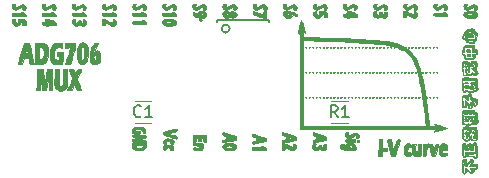
<source format=gbr>
%TF.GenerationSoftware,KiCad,Pcbnew,8.0.8-8.0.8-0~ubuntu20.04.1*%
%TF.CreationDate,2025-02-11T22:54:18+07:00*%
%TF.ProjectId,MUX-ADG706,4d55582d-4144-4473-9730-362e6b696361,rev?*%
%TF.SameCoordinates,Original*%
%TF.FileFunction,Legend,Top*%
%TF.FilePolarity,Positive*%
%FSLAX46Y46*%
G04 Gerber Fmt 4.6, Leading zero omitted, Abs format (unit mm)*
G04 Created by KiCad (PCBNEW 8.0.8-8.0.8-0~ubuntu20.04.1) date 2025-02-11 22:54:18*
%MOMM*%
%LPD*%
G01*
G04 APERTURE LIST*
%ADD10C,0.150000*%
%ADD11C,0.127000*%
%ADD12C,0.200000*%
%ADD13C,0.120000*%
%ADD14C,0.010000*%
G04 APERTURE END LIST*
D10*
X102253333Y-104499580D02*
X102205714Y-104547200D01*
X102205714Y-104547200D02*
X102062857Y-104594819D01*
X102062857Y-104594819D02*
X101967619Y-104594819D01*
X101967619Y-104594819D02*
X101824762Y-104547200D01*
X101824762Y-104547200D02*
X101729524Y-104451961D01*
X101729524Y-104451961D02*
X101681905Y-104356723D01*
X101681905Y-104356723D02*
X101634286Y-104166247D01*
X101634286Y-104166247D02*
X101634286Y-104023390D01*
X101634286Y-104023390D02*
X101681905Y-103832914D01*
X101681905Y-103832914D02*
X101729524Y-103737676D01*
X101729524Y-103737676D02*
X101824762Y-103642438D01*
X101824762Y-103642438D02*
X101967619Y-103594819D01*
X101967619Y-103594819D02*
X102062857Y-103594819D01*
X102062857Y-103594819D02*
X102205714Y-103642438D01*
X102205714Y-103642438D02*
X102253333Y-103690057D01*
X103205714Y-104594819D02*
X102634286Y-104594819D01*
X102920000Y-104594819D02*
X102920000Y-103594819D01*
X102920000Y-103594819D02*
X102824762Y-103737676D01*
X102824762Y-103737676D02*
X102729524Y-103832914D01*
X102729524Y-103832914D02*
X102634286Y-103880533D01*
X118901333Y-104594819D02*
X118568000Y-104118628D01*
X118329905Y-104594819D02*
X118329905Y-103594819D01*
X118329905Y-103594819D02*
X118710857Y-103594819D01*
X118710857Y-103594819D02*
X118806095Y-103642438D01*
X118806095Y-103642438D02*
X118853714Y-103690057D01*
X118853714Y-103690057D02*
X118901333Y-103785295D01*
X118901333Y-103785295D02*
X118901333Y-103928152D01*
X118901333Y-103928152D02*
X118853714Y-104023390D01*
X118853714Y-104023390D02*
X118806095Y-104071009D01*
X118806095Y-104071009D02*
X118710857Y-104118628D01*
X118710857Y-104118628D02*
X118329905Y-104118628D01*
X119853714Y-104594819D02*
X119282286Y-104594819D01*
X119568000Y-104594819D02*
X119568000Y-103594819D01*
X119568000Y-103594819D02*
X119472762Y-103737676D01*
X119472762Y-103737676D02*
X119377524Y-103832914D01*
X119377524Y-103832914D02*
X119282286Y-103880533D01*
D11*
%TO.C,U1*%
X108722000Y-96395000D02*
X113122000Y-96395000D01*
X108722000Y-96495000D02*
X108722000Y-96395000D01*
X113122000Y-96395000D02*
X113122000Y-96495000D01*
D12*
X107422000Y-96395000D02*
G75*
G02*
X107222000Y-96395000I-100000J0D01*
G01*
X107222000Y-96395000D02*
G75*
G02*
X107422000Y-96395000I100000J0D01*
G01*
D11*
X109757409Y-97095000D02*
G75*
G02*
X109086591Y-97095000I-335409J0D01*
G01*
X109086591Y-97095000D02*
G75*
G02*
X109757409Y-97095000I335409J0D01*
G01*
D13*
%TO.C,C1*%
X101708748Y-103230000D02*
X103131252Y-103230000D01*
X101708748Y-105050000D02*
X103131252Y-105050000D01*
%TO.C,R1*%
X118340936Y-103230000D02*
X119795064Y-103230000D01*
X118340936Y-105050000D02*
X119795064Y-105050000D01*
D14*
%TO.C,Ref\u002A\u002A*%
X116246103Y-98668881D02*
X116247333Y-98679000D01*
X116215119Y-98720103D01*
X116205000Y-98721334D01*
X116163897Y-98689119D01*
X116162667Y-98679000D01*
X116194881Y-98637897D01*
X116205000Y-98636667D01*
X116246103Y-98668881D01*
G36*
X116246103Y-98668881D02*
G01*
X116247333Y-98679000D01*
X116215119Y-98720103D01*
X116205000Y-98721334D01*
X116163897Y-98689119D01*
X116162667Y-98679000D01*
X116194881Y-98637897D01*
X116205000Y-98636667D01*
X116246103Y-98668881D01*
G37*
X116246103Y-100785548D02*
X116247333Y-100795667D01*
X116215119Y-100836770D01*
X116205000Y-100838000D01*
X116163897Y-100805786D01*
X116162667Y-100795667D01*
X116194881Y-100754564D01*
X116205000Y-100753334D01*
X116246103Y-100785548D01*
G36*
X116246103Y-100785548D02*
G01*
X116247333Y-100795667D01*
X116215119Y-100836770D01*
X116205000Y-100838000D01*
X116163897Y-100805786D01*
X116162667Y-100795667D01*
X116194881Y-100754564D01*
X116205000Y-100753334D01*
X116246103Y-100785548D01*
G37*
X116246103Y-102902215D02*
X116247333Y-102912334D01*
X116215119Y-102953437D01*
X116205000Y-102954667D01*
X116163897Y-102922452D01*
X116162667Y-102912334D01*
X116194881Y-102871230D01*
X116205000Y-102870000D01*
X116246103Y-102902215D01*
G36*
X116246103Y-102902215D02*
G01*
X116247333Y-102912334D01*
X116215119Y-102953437D01*
X116205000Y-102954667D01*
X116163897Y-102922452D01*
X116162667Y-102912334D01*
X116194881Y-102871230D01*
X116205000Y-102870000D01*
X116246103Y-102902215D01*
G37*
X116542436Y-98668881D02*
X116543667Y-98679000D01*
X116511452Y-98720103D01*
X116501333Y-98721334D01*
X116460230Y-98689119D01*
X116459000Y-98679000D01*
X116491214Y-98637897D01*
X116501333Y-98636667D01*
X116542436Y-98668881D01*
G36*
X116542436Y-98668881D02*
G01*
X116543667Y-98679000D01*
X116511452Y-98720103D01*
X116501333Y-98721334D01*
X116460230Y-98689119D01*
X116459000Y-98679000D01*
X116491214Y-98637897D01*
X116501333Y-98636667D01*
X116542436Y-98668881D01*
G37*
X116542436Y-100785548D02*
X116543667Y-100795667D01*
X116511452Y-100836770D01*
X116501333Y-100838000D01*
X116460230Y-100805786D01*
X116459000Y-100795667D01*
X116491214Y-100754564D01*
X116501333Y-100753334D01*
X116542436Y-100785548D01*
G36*
X116542436Y-100785548D02*
G01*
X116543667Y-100795667D01*
X116511452Y-100836770D01*
X116501333Y-100838000D01*
X116460230Y-100805786D01*
X116459000Y-100795667D01*
X116491214Y-100754564D01*
X116501333Y-100753334D01*
X116542436Y-100785548D01*
G37*
X116542436Y-102902215D02*
X116543667Y-102912334D01*
X116511452Y-102953437D01*
X116501333Y-102954667D01*
X116460230Y-102922452D01*
X116459000Y-102912334D01*
X116491214Y-102871230D01*
X116501333Y-102870000D01*
X116542436Y-102902215D01*
G36*
X116542436Y-102902215D02*
G01*
X116543667Y-102912334D01*
X116511452Y-102953437D01*
X116501333Y-102954667D01*
X116460230Y-102922452D01*
X116459000Y-102912334D01*
X116491214Y-102871230D01*
X116501333Y-102870000D01*
X116542436Y-102902215D01*
G37*
X116838770Y-98668881D02*
X116840000Y-98679000D01*
X116807785Y-98720103D01*
X116797667Y-98721334D01*
X116756563Y-98689119D01*
X116755333Y-98679000D01*
X116787548Y-98637897D01*
X116797667Y-98636667D01*
X116838770Y-98668881D01*
G36*
X116838770Y-98668881D02*
G01*
X116840000Y-98679000D01*
X116807785Y-98720103D01*
X116797667Y-98721334D01*
X116756563Y-98689119D01*
X116755333Y-98679000D01*
X116787548Y-98637897D01*
X116797667Y-98636667D01*
X116838770Y-98668881D01*
G37*
X116838770Y-100785548D02*
X116840000Y-100795667D01*
X116807785Y-100836770D01*
X116797667Y-100838000D01*
X116756563Y-100805786D01*
X116755333Y-100795667D01*
X116787548Y-100754564D01*
X116797667Y-100753334D01*
X116838770Y-100785548D01*
G36*
X116838770Y-100785548D02*
G01*
X116840000Y-100795667D01*
X116807785Y-100836770D01*
X116797667Y-100838000D01*
X116756563Y-100805786D01*
X116755333Y-100795667D01*
X116787548Y-100754564D01*
X116797667Y-100753334D01*
X116838770Y-100785548D01*
G37*
X116838770Y-102902215D02*
X116840000Y-102912334D01*
X116807785Y-102953437D01*
X116797667Y-102954667D01*
X116756563Y-102922452D01*
X116755333Y-102912334D01*
X116787548Y-102871230D01*
X116797667Y-102870000D01*
X116838770Y-102902215D01*
G36*
X116838770Y-102902215D02*
G01*
X116840000Y-102912334D01*
X116807785Y-102953437D01*
X116797667Y-102954667D01*
X116756563Y-102922452D01*
X116755333Y-102912334D01*
X116787548Y-102871230D01*
X116797667Y-102870000D01*
X116838770Y-102902215D01*
G37*
X117135103Y-98668881D02*
X117136333Y-98679000D01*
X117104119Y-98720103D01*
X117094000Y-98721334D01*
X117052897Y-98689119D01*
X117051667Y-98679000D01*
X117083881Y-98637897D01*
X117094000Y-98636667D01*
X117135103Y-98668881D01*
G36*
X117135103Y-98668881D02*
G01*
X117136333Y-98679000D01*
X117104119Y-98720103D01*
X117094000Y-98721334D01*
X117052897Y-98689119D01*
X117051667Y-98679000D01*
X117083881Y-98637897D01*
X117094000Y-98636667D01*
X117135103Y-98668881D01*
G37*
X117135103Y-100785548D02*
X117136333Y-100795667D01*
X117104119Y-100836770D01*
X117094000Y-100838000D01*
X117052897Y-100805786D01*
X117051667Y-100795667D01*
X117083881Y-100754564D01*
X117094000Y-100753334D01*
X117135103Y-100785548D01*
G36*
X117135103Y-100785548D02*
G01*
X117136333Y-100795667D01*
X117104119Y-100836770D01*
X117094000Y-100838000D01*
X117052897Y-100805786D01*
X117051667Y-100795667D01*
X117083881Y-100754564D01*
X117094000Y-100753334D01*
X117135103Y-100785548D01*
G37*
X117135103Y-102902215D02*
X117136333Y-102912334D01*
X117104119Y-102953437D01*
X117094000Y-102954667D01*
X117052897Y-102922452D01*
X117051667Y-102912334D01*
X117083881Y-102871230D01*
X117094000Y-102870000D01*
X117135103Y-102902215D01*
G36*
X117135103Y-102902215D02*
G01*
X117136333Y-102912334D01*
X117104119Y-102953437D01*
X117094000Y-102954667D01*
X117052897Y-102922452D01*
X117051667Y-102912334D01*
X117083881Y-102871230D01*
X117094000Y-102870000D01*
X117135103Y-102902215D01*
G37*
X117431436Y-98668881D02*
X117432667Y-98679000D01*
X117400452Y-98720103D01*
X117390333Y-98721334D01*
X117349230Y-98689119D01*
X117348000Y-98679000D01*
X117380214Y-98637897D01*
X117390333Y-98636667D01*
X117431436Y-98668881D01*
G36*
X117431436Y-98668881D02*
G01*
X117432667Y-98679000D01*
X117400452Y-98720103D01*
X117390333Y-98721334D01*
X117349230Y-98689119D01*
X117348000Y-98679000D01*
X117380214Y-98637897D01*
X117390333Y-98636667D01*
X117431436Y-98668881D01*
G37*
X117431436Y-100785548D02*
X117432667Y-100795667D01*
X117400452Y-100836770D01*
X117390333Y-100838000D01*
X117349230Y-100805786D01*
X117348000Y-100795667D01*
X117380214Y-100754564D01*
X117390333Y-100753334D01*
X117431436Y-100785548D01*
G36*
X117431436Y-100785548D02*
G01*
X117432667Y-100795667D01*
X117400452Y-100836770D01*
X117390333Y-100838000D01*
X117349230Y-100805786D01*
X117348000Y-100795667D01*
X117380214Y-100754564D01*
X117390333Y-100753334D01*
X117431436Y-100785548D01*
G37*
X117431436Y-102902215D02*
X117432667Y-102912334D01*
X117400452Y-102953437D01*
X117390333Y-102954667D01*
X117349230Y-102922452D01*
X117348000Y-102912334D01*
X117380214Y-102871230D01*
X117390333Y-102870000D01*
X117431436Y-102902215D01*
G36*
X117431436Y-102902215D02*
G01*
X117432667Y-102912334D01*
X117400452Y-102953437D01*
X117390333Y-102954667D01*
X117349230Y-102922452D01*
X117348000Y-102912334D01*
X117380214Y-102871230D01*
X117390333Y-102870000D01*
X117431436Y-102902215D01*
G37*
X117764169Y-98659526D02*
X117771333Y-98679000D01*
X117737045Y-98716557D01*
X117707833Y-98721334D01*
X117651497Y-98698475D01*
X117644333Y-98679000D01*
X117678621Y-98641443D01*
X117707833Y-98636667D01*
X117764169Y-98659526D01*
G36*
X117764169Y-98659526D02*
G01*
X117771333Y-98679000D01*
X117737045Y-98716557D01*
X117707833Y-98721334D01*
X117651497Y-98698475D01*
X117644333Y-98679000D01*
X117678621Y-98641443D01*
X117707833Y-98636667D01*
X117764169Y-98659526D01*
G37*
X117764169Y-100776192D02*
X117771333Y-100795667D01*
X117737045Y-100833224D01*
X117707833Y-100838000D01*
X117651497Y-100815141D01*
X117644333Y-100795667D01*
X117678621Y-100758110D01*
X117707833Y-100753334D01*
X117764169Y-100776192D01*
G36*
X117764169Y-100776192D02*
G01*
X117771333Y-100795667D01*
X117737045Y-100833224D01*
X117707833Y-100838000D01*
X117651497Y-100815141D01*
X117644333Y-100795667D01*
X117678621Y-100758110D01*
X117707833Y-100753334D01*
X117764169Y-100776192D01*
G37*
X117764169Y-102892859D02*
X117771333Y-102912334D01*
X117737045Y-102949891D01*
X117707833Y-102954667D01*
X117651497Y-102931808D01*
X117644333Y-102912334D01*
X117678621Y-102874776D01*
X117707833Y-102870000D01*
X117764169Y-102892859D01*
G36*
X117764169Y-102892859D02*
G01*
X117771333Y-102912334D01*
X117737045Y-102949891D01*
X117707833Y-102954667D01*
X117651497Y-102931808D01*
X117644333Y-102912334D01*
X117678621Y-102874776D01*
X117707833Y-102870000D01*
X117764169Y-102892859D01*
G37*
X118060502Y-98659526D02*
X118067667Y-98679000D01*
X118033378Y-98716557D01*
X118004167Y-98721334D01*
X117947831Y-98698475D01*
X117940667Y-98679000D01*
X117974955Y-98641443D01*
X118004167Y-98636667D01*
X118060502Y-98659526D01*
G36*
X118060502Y-98659526D02*
G01*
X118067667Y-98679000D01*
X118033378Y-98716557D01*
X118004167Y-98721334D01*
X117947831Y-98698475D01*
X117940667Y-98679000D01*
X117974955Y-98641443D01*
X118004167Y-98636667D01*
X118060502Y-98659526D01*
G37*
X118060502Y-100776192D02*
X118067667Y-100795667D01*
X118033378Y-100833224D01*
X118004167Y-100838000D01*
X117947831Y-100815141D01*
X117940667Y-100795667D01*
X117974955Y-100758110D01*
X118004167Y-100753334D01*
X118060502Y-100776192D01*
G36*
X118060502Y-100776192D02*
G01*
X118067667Y-100795667D01*
X118033378Y-100833224D01*
X118004167Y-100838000D01*
X117947831Y-100815141D01*
X117940667Y-100795667D01*
X117974955Y-100758110D01*
X118004167Y-100753334D01*
X118060502Y-100776192D01*
G37*
X118060502Y-102892859D02*
X118067667Y-102912334D01*
X118033378Y-102949891D01*
X118004167Y-102954667D01*
X117947831Y-102931808D01*
X117940667Y-102912334D01*
X117974955Y-102874776D01*
X118004167Y-102870000D01*
X118060502Y-102892859D01*
G36*
X118060502Y-102892859D02*
G01*
X118067667Y-102912334D01*
X118033378Y-102949891D01*
X118004167Y-102954667D01*
X117947831Y-102931808D01*
X117940667Y-102912334D01*
X117974955Y-102874776D01*
X118004167Y-102870000D01*
X118060502Y-102892859D01*
G37*
X118356836Y-98659526D02*
X118364000Y-98679000D01*
X118329712Y-98716557D01*
X118300500Y-98721334D01*
X118244164Y-98698475D01*
X118237000Y-98679000D01*
X118271288Y-98641443D01*
X118300500Y-98636667D01*
X118356836Y-98659526D01*
G36*
X118356836Y-98659526D02*
G01*
X118364000Y-98679000D01*
X118329712Y-98716557D01*
X118300500Y-98721334D01*
X118244164Y-98698475D01*
X118237000Y-98679000D01*
X118271288Y-98641443D01*
X118300500Y-98636667D01*
X118356836Y-98659526D01*
G37*
X118356836Y-100776192D02*
X118364000Y-100795667D01*
X118329712Y-100833224D01*
X118300500Y-100838000D01*
X118244164Y-100815141D01*
X118237000Y-100795667D01*
X118271288Y-100758110D01*
X118300500Y-100753334D01*
X118356836Y-100776192D01*
G36*
X118356836Y-100776192D02*
G01*
X118364000Y-100795667D01*
X118329712Y-100833224D01*
X118300500Y-100838000D01*
X118244164Y-100815141D01*
X118237000Y-100795667D01*
X118271288Y-100758110D01*
X118300500Y-100753334D01*
X118356836Y-100776192D01*
G37*
X118356836Y-102892859D02*
X118364000Y-102912334D01*
X118329712Y-102949891D01*
X118300500Y-102954667D01*
X118244164Y-102931808D01*
X118237000Y-102912334D01*
X118271288Y-102874776D01*
X118300500Y-102870000D01*
X118356836Y-102892859D01*
G36*
X118356836Y-102892859D02*
G01*
X118364000Y-102912334D01*
X118329712Y-102949891D01*
X118300500Y-102954667D01*
X118244164Y-102931808D01*
X118237000Y-102912334D01*
X118271288Y-102874776D01*
X118300500Y-102870000D01*
X118356836Y-102892859D01*
G37*
X118653169Y-98659526D02*
X118660333Y-98679000D01*
X118626045Y-98716557D01*
X118596833Y-98721334D01*
X118540497Y-98698475D01*
X118533333Y-98679000D01*
X118567621Y-98641443D01*
X118596833Y-98636667D01*
X118653169Y-98659526D01*
G36*
X118653169Y-98659526D02*
G01*
X118660333Y-98679000D01*
X118626045Y-98716557D01*
X118596833Y-98721334D01*
X118540497Y-98698475D01*
X118533333Y-98679000D01*
X118567621Y-98641443D01*
X118596833Y-98636667D01*
X118653169Y-98659526D01*
G37*
X118653169Y-100776192D02*
X118660333Y-100795667D01*
X118626045Y-100833224D01*
X118596833Y-100838000D01*
X118540497Y-100815141D01*
X118533333Y-100795667D01*
X118567621Y-100758110D01*
X118596833Y-100753334D01*
X118653169Y-100776192D01*
G36*
X118653169Y-100776192D02*
G01*
X118660333Y-100795667D01*
X118626045Y-100833224D01*
X118596833Y-100838000D01*
X118540497Y-100815141D01*
X118533333Y-100795667D01*
X118567621Y-100758110D01*
X118596833Y-100753334D01*
X118653169Y-100776192D01*
G37*
X118653169Y-102892859D02*
X118660333Y-102912334D01*
X118626045Y-102949891D01*
X118596833Y-102954667D01*
X118540497Y-102931808D01*
X118533333Y-102912334D01*
X118567621Y-102874776D01*
X118596833Y-102870000D01*
X118653169Y-102892859D01*
G36*
X118653169Y-102892859D02*
G01*
X118660333Y-102912334D01*
X118626045Y-102949891D01*
X118596833Y-102954667D01*
X118540497Y-102931808D01*
X118533333Y-102912334D01*
X118567621Y-102874776D01*
X118596833Y-102870000D01*
X118653169Y-102892859D01*
G37*
X118949502Y-98659526D02*
X118956667Y-98679000D01*
X118922378Y-98716557D01*
X118893167Y-98721334D01*
X118836831Y-98698475D01*
X118829667Y-98679000D01*
X118863955Y-98641443D01*
X118893167Y-98636667D01*
X118949502Y-98659526D01*
G36*
X118949502Y-98659526D02*
G01*
X118956667Y-98679000D01*
X118922378Y-98716557D01*
X118893167Y-98721334D01*
X118836831Y-98698475D01*
X118829667Y-98679000D01*
X118863955Y-98641443D01*
X118893167Y-98636667D01*
X118949502Y-98659526D01*
G37*
X118949502Y-100776192D02*
X118956667Y-100795667D01*
X118922378Y-100833224D01*
X118893167Y-100838000D01*
X118836831Y-100815141D01*
X118829667Y-100795667D01*
X118863955Y-100758110D01*
X118893167Y-100753334D01*
X118949502Y-100776192D01*
G36*
X118949502Y-100776192D02*
G01*
X118956667Y-100795667D01*
X118922378Y-100833224D01*
X118893167Y-100838000D01*
X118836831Y-100815141D01*
X118829667Y-100795667D01*
X118863955Y-100758110D01*
X118893167Y-100753334D01*
X118949502Y-100776192D01*
G37*
X118949502Y-102892859D02*
X118956667Y-102912334D01*
X118922378Y-102949891D01*
X118893167Y-102954667D01*
X118836831Y-102931808D01*
X118829667Y-102912334D01*
X118863955Y-102874776D01*
X118893167Y-102870000D01*
X118949502Y-102892859D01*
G36*
X118949502Y-102892859D02*
G01*
X118956667Y-102912334D01*
X118922378Y-102949891D01*
X118893167Y-102954667D01*
X118836831Y-102931808D01*
X118829667Y-102912334D01*
X118863955Y-102874776D01*
X118893167Y-102870000D01*
X118949502Y-102892859D01*
G37*
X119245836Y-98659526D02*
X119253000Y-98679000D01*
X119218712Y-98716557D01*
X119189500Y-98721334D01*
X119133164Y-98698475D01*
X119126000Y-98679000D01*
X119160288Y-98641443D01*
X119189500Y-98636667D01*
X119245836Y-98659526D01*
G36*
X119245836Y-98659526D02*
G01*
X119253000Y-98679000D01*
X119218712Y-98716557D01*
X119189500Y-98721334D01*
X119133164Y-98698475D01*
X119126000Y-98679000D01*
X119160288Y-98641443D01*
X119189500Y-98636667D01*
X119245836Y-98659526D01*
G37*
X119245836Y-100776192D02*
X119253000Y-100795667D01*
X119218712Y-100833224D01*
X119189500Y-100838000D01*
X119133164Y-100815141D01*
X119126000Y-100795667D01*
X119160288Y-100758110D01*
X119189500Y-100753334D01*
X119245836Y-100776192D01*
G36*
X119245836Y-100776192D02*
G01*
X119253000Y-100795667D01*
X119218712Y-100833224D01*
X119189500Y-100838000D01*
X119133164Y-100815141D01*
X119126000Y-100795667D01*
X119160288Y-100758110D01*
X119189500Y-100753334D01*
X119245836Y-100776192D01*
G37*
X119245836Y-102892859D02*
X119253000Y-102912334D01*
X119218712Y-102949891D01*
X119189500Y-102954667D01*
X119133164Y-102931808D01*
X119126000Y-102912334D01*
X119160288Y-102874776D01*
X119189500Y-102870000D01*
X119245836Y-102892859D01*
G36*
X119245836Y-102892859D02*
G01*
X119253000Y-102912334D01*
X119218712Y-102949891D01*
X119189500Y-102954667D01*
X119133164Y-102931808D01*
X119126000Y-102912334D01*
X119160288Y-102874776D01*
X119189500Y-102870000D01*
X119245836Y-102892859D01*
G37*
X119542169Y-98659526D02*
X119549333Y-98679000D01*
X119515045Y-98716557D01*
X119485833Y-98721334D01*
X119429497Y-98698475D01*
X119422333Y-98679000D01*
X119456621Y-98641443D01*
X119485833Y-98636667D01*
X119542169Y-98659526D01*
G36*
X119542169Y-98659526D02*
G01*
X119549333Y-98679000D01*
X119515045Y-98716557D01*
X119485833Y-98721334D01*
X119429497Y-98698475D01*
X119422333Y-98679000D01*
X119456621Y-98641443D01*
X119485833Y-98636667D01*
X119542169Y-98659526D01*
G37*
X119542169Y-100776192D02*
X119549333Y-100795667D01*
X119515045Y-100833224D01*
X119485833Y-100838000D01*
X119429497Y-100815141D01*
X119422333Y-100795667D01*
X119456621Y-100758110D01*
X119485833Y-100753334D01*
X119542169Y-100776192D01*
G36*
X119542169Y-100776192D02*
G01*
X119549333Y-100795667D01*
X119515045Y-100833224D01*
X119485833Y-100838000D01*
X119429497Y-100815141D01*
X119422333Y-100795667D01*
X119456621Y-100758110D01*
X119485833Y-100753334D01*
X119542169Y-100776192D01*
G37*
X119542169Y-102892859D02*
X119549333Y-102912334D01*
X119515045Y-102949891D01*
X119485833Y-102954667D01*
X119429497Y-102931808D01*
X119422333Y-102912334D01*
X119456621Y-102874776D01*
X119485833Y-102870000D01*
X119542169Y-102892859D01*
G36*
X119542169Y-102892859D02*
G01*
X119549333Y-102912334D01*
X119515045Y-102949891D01*
X119485833Y-102954667D01*
X119429497Y-102931808D01*
X119422333Y-102912334D01*
X119456621Y-102874776D01*
X119485833Y-102870000D01*
X119542169Y-102892859D01*
G37*
X119844436Y-98668881D02*
X119845667Y-98679000D01*
X119813452Y-98720103D01*
X119803333Y-98721334D01*
X119762230Y-98689119D01*
X119761000Y-98679000D01*
X119793214Y-98637897D01*
X119803333Y-98636667D01*
X119844436Y-98668881D01*
G36*
X119844436Y-98668881D02*
G01*
X119845667Y-98679000D01*
X119813452Y-98720103D01*
X119803333Y-98721334D01*
X119762230Y-98689119D01*
X119761000Y-98679000D01*
X119793214Y-98637897D01*
X119803333Y-98636667D01*
X119844436Y-98668881D01*
G37*
X119844436Y-100785548D02*
X119845667Y-100795667D01*
X119813452Y-100836770D01*
X119803333Y-100838000D01*
X119762230Y-100805786D01*
X119761000Y-100795667D01*
X119793214Y-100754564D01*
X119803333Y-100753334D01*
X119844436Y-100785548D01*
G36*
X119844436Y-100785548D02*
G01*
X119845667Y-100795667D01*
X119813452Y-100836770D01*
X119803333Y-100838000D01*
X119762230Y-100805786D01*
X119761000Y-100795667D01*
X119793214Y-100754564D01*
X119803333Y-100753334D01*
X119844436Y-100785548D01*
G37*
X119844436Y-102902215D02*
X119845667Y-102912334D01*
X119813452Y-102953437D01*
X119803333Y-102954667D01*
X119762230Y-102922452D01*
X119761000Y-102912334D01*
X119793214Y-102871230D01*
X119803333Y-102870000D01*
X119844436Y-102902215D01*
G36*
X119844436Y-102902215D02*
G01*
X119845667Y-102912334D01*
X119813452Y-102953437D01*
X119803333Y-102954667D01*
X119762230Y-102922452D01*
X119761000Y-102912334D01*
X119793214Y-102871230D01*
X119803333Y-102870000D01*
X119844436Y-102902215D01*
G37*
X120140770Y-98668881D02*
X120142000Y-98679000D01*
X120109785Y-98720103D01*
X120099667Y-98721334D01*
X120058563Y-98689119D01*
X120057333Y-98679000D01*
X120089548Y-98637897D01*
X120099667Y-98636667D01*
X120140770Y-98668881D01*
G36*
X120140770Y-98668881D02*
G01*
X120142000Y-98679000D01*
X120109785Y-98720103D01*
X120099667Y-98721334D01*
X120058563Y-98689119D01*
X120057333Y-98679000D01*
X120089548Y-98637897D01*
X120099667Y-98636667D01*
X120140770Y-98668881D01*
G37*
X120140770Y-100785548D02*
X120142000Y-100795667D01*
X120109785Y-100836770D01*
X120099667Y-100838000D01*
X120058563Y-100805786D01*
X120057333Y-100795667D01*
X120089548Y-100754564D01*
X120099667Y-100753334D01*
X120140770Y-100785548D01*
G36*
X120140770Y-100785548D02*
G01*
X120142000Y-100795667D01*
X120109785Y-100836770D01*
X120099667Y-100838000D01*
X120058563Y-100805786D01*
X120057333Y-100795667D01*
X120089548Y-100754564D01*
X120099667Y-100753334D01*
X120140770Y-100785548D01*
G37*
X120140770Y-102902215D02*
X120142000Y-102912334D01*
X120109785Y-102953437D01*
X120099667Y-102954667D01*
X120058563Y-102922452D01*
X120057333Y-102912334D01*
X120089548Y-102871230D01*
X120099667Y-102870000D01*
X120140770Y-102902215D01*
G36*
X120140770Y-102902215D02*
G01*
X120142000Y-102912334D01*
X120109785Y-102953437D01*
X120099667Y-102954667D01*
X120058563Y-102922452D01*
X120057333Y-102912334D01*
X120089548Y-102871230D01*
X120099667Y-102870000D01*
X120140770Y-102902215D01*
G37*
X120437103Y-98668881D02*
X120438333Y-98679000D01*
X120406119Y-98720103D01*
X120396000Y-98721334D01*
X120354897Y-98689119D01*
X120353667Y-98679000D01*
X120385881Y-98637897D01*
X120396000Y-98636667D01*
X120437103Y-98668881D01*
G36*
X120437103Y-98668881D02*
G01*
X120438333Y-98679000D01*
X120406119Y-98720103D01*
X120396000Y-98721334D01*
X120354897Y-98689119D01*
X120353667Y-98679000D01*
X120385881Y-98637897D01*
X120396000Y-98636667D01*
X120437103Y-98668881D01*
G37*
X120437103Y-100785548D02*
X120438333Y-100795667D01*
X120406119Y-100836770D01*
X120396000Y-100838000D01*
X120354897Y-100805786D01*
X120353667Y-100795667D01*
X120385881Y-100754564D01*
X120396000Y-100753334D01*
X120437103Y-100785548D01*
G36*
X120437103Y-100785548D02*
G01*
X120438333Y-100795667D01*
X120406119Y-100836770D01*
X120396000Y-100838000D01*
X120354897Y-100805786D01*
X120353667Y-100795667D01*
X120385881Y-100754564D01*
X120396000Y-100753334D01*
X120437103Y-100785548D01*
G37*
X120437103Y-102902215D02*
X120438333Y-102912334D01*
X120406119Y-102953437D01*
X120396000Y-102954667D01*
X120354897Y-102922452D01*
X120353667Y-102912334D01*
X120385881Y-102871230D01*
X120396000Y-102870000D01*
X120437103Y-102902215D01*
G36*
X120437103Y-102902215D02*
G01*
X120438333Y-102912334D01*
X120406119Y-102953437D01*
X120396000Y-102954667D01*
X120354897Y-102922452D01*
X120353667Y-102912334D01*
X120385881Y-102871230D01*
X120396000Y-102870000D01*
X120437103Y-102902215D01*
G37*
X120733436Y-98668881D02*
X120734667Y-98679000D01*
X120702452Y-98720103D01*
X120692333Y-98721334D01*
X120651230Y-98689119D01*
X120650000Y-98679000D01*
X120682214Y-98637897D01*
X120692333Y-98636667D01*
X120733436Y-98668881D01*
G36*
X120733436Y-98668881D02*
G01*
X120734667Y-98679000D01*
X120702452Y-98720103D01*
X120692333Y-98721334D01*
X120651230Y-98689119D01*
X120650000Y-98679000D01*
X120682214Y-98637897D01*
X120692333Y-98636667D01*
X120733436Y-98668881D01*
G37*
X120733436Y-100785548D02*
X120734667Y-100795667D01*
X120702452Y-100836770D01*
X120692333Y-100838000D01*
X120651230Y-100805786D01*
X120650000Y-100795667D01*
X120682214Y-100754564D01*
X120692333Y-100753334D01*
X120733436Y-100785548D01*
G36*
X120733436Y-100785548D02*
G01*
X120734667Y-100795667D01*
X120702452Y-100836770D01*
X120692333Y-100838000D01*
X120651230Y-100805786D01*
X120650000Y-100795667D01*
X120682214Y-100754564D01*
X120692333Y-100753334D01*
X120733436Y-100785548D01*
G37*
X120733436Y-102902215D02*
X120734667Y-102912334D01*
X120702452Y-102953437D01*
X120692333Y-102954667D01*
X120651230Y-102922452D01*
X120650000Y-102912334D01*
X120682214Y-102871230D01*
X120692333Y-102870000D01*
X120733436Y-102902215D01*
G36*
X120733436Y-102902215D02*
G01*
X120734667Y-102912334D01*
X120702452Y-102953437D01*
X120692333Y-102954667D01*
X120651230Y-102922452D01*
X120650000Y-102912334D01*
X120682214Y-102871230D01*
X120692333Y-102870000D01*
X120733436Y-102902215D01*
G37*
X121029770Y-98668881D02*
X121031000Y-98679000D01*
X120998785Y-98720103D01*
X120988667Y-98721334D01*
X120947563Y-98689119D01*
X120946333Y-98679000D01*
X120978548Y-98637897D01*
X120988667Y-98636667D01*
X121029770Y-98668881D01*
G36*
X121029770Y-98668881D02*
G01*
X121031000Y-98679000D01*
X120998785Y-98720103D01*
X120988667Y-98721334D01*
X120947563Y-98689119D01*
X120946333Y-98679000D01*
X120978548Y-98637897D01*
X120988667Y-98636667D01*
X121029770Y-98668881D01*
G37*
X121029770Y-100785548D02*
X121031000Y-100795667D01*
X120998785Y-100836770D01*
X120988667Y-100838000D01*
X120947563Y-100805786D01*
X120946333Y-100795667D01*
X120978548Y-100754564D01*
X120988667Y-100753334D01*
X121029770Y-100785548D01*
G36*
X121029770Y-100785548D02*
G01*
X121031000Y-100795667D01*
X120998785Y-100836770D01*
X120988667Y-100838000D01*
X120947563Y-100805786D01*
X120946333Y-100795667D01*
X120978548Y-100754564D01*
X120988667Y-100753334D01*
X121029770Y-100785548D01*
G37*
X121029770Y-102902215D02*
X121031000Y-102912334D01*
X120998785Y-102953437D01*
X120988667Y-102954667D01*
X120947563Y-102922452D01*
X120946333Y-102912334D01*
X120978548Y-102871230D01*
X120988667Y-102870000D01*
X121029770Y-102902215D01*
G36*
X121029770Y-102902215D02*
G01*
X121031000Y-102912334D01*
X120998785Y-102953437D01*
X120988667Y-102954667D01*
X120947563Y-102922452D01*
X120946333Y-102912334D01*
X120978548Y-102871230D01*
X120988667Y-102870000D01*
X121029770Y-102902215D01*
G37*
X121362502Y-98659526D02*
X121369667Y-98679000D01*
X121335378Y-98716557D01*
X121306167Y-98721334D01*
X121249831Y-98698475D01*
X121242667Y-98679000D01*
X121276955Y-98641443D01*
X121306167Y-98636667D01*
X121362502Y-98659526D01*
G36*
X121362502Y-98659526D02*
G01*
X121369667Y-98679000D01*
X121335378Y-98716557D01*
X121306167Y-98721334D01*
X121249831Y-98698475D01*
X121242667Y-98679000D01*
X121276955Y-98641443D01*
X121306167Y-98636667D01*
X121362502Y-98659526D01*
G37*
X121362502Y-100776192D02*
X121369667Y-100795667D01*
X121335378Y-100833224D01*
X121306167Y-100838000D01*
X121249831Y-100815141D01*
X121242667Y-100795667D01*
X121276955Y-100758110D01*
X121306167Y-100753334D01*
X121362502Y-100776192D01*
G36*
X121362502Y-100776192D02*
G01*
X121369667Y-100795667D01*
X121335378Y-100833224D01*
X121306167Y-100838000D01*
X121249831Y-100815141D01*
X121242667Y-100795667D01*
X121276955Y-100758110D01*
X121306167Y-100753334D01*
X121362502Y-100776192D01*
G37*
X121362502Y-102892859D02*
X121369667Y-102912334D01*
X121335378Y-102949891D01*
X121306167Y-102954667D01*
X121249831Y-102931808D01*
X121242667Y-102912334D01*
X121276955Y-102874776D01*
X121306167Y-102870000D01*
X121362502Y-102892859D01*
G36*
X121362502Y-102892859D02*
G01*
X121369667Y-102912334D01*
X121335378Y-102949891D01*
X121306167Y-102954667D01*
X121249831Y-102931808D01*
X121242667Y-102912334D01*
X121276955Y-102874776D01*
X121306167Y-102870000D01*
X121362502Y-102892859D01*
G37*
X121658836Y-98659526D02*
X121666000Y-98679000D01*
X121631712Y-98716557D01*
X121602500Y-98721334D01*
X121546164Y-98698475D01*
X121539000Y-98679000D01*
X121573288Y-98641443D01*
X121602500Y-98636667D01*
X121658836Y-98659526D01*
G36*
X121658836Y-98659526D02*
G01*
X121666000Y-98679000D01*
X121631712Y-98716557D01*
X121602500Y-98721334D01*
X121546164Y-98698475D01*
X121539000Y-98679000D01*
X121573288Y-98641443D01*
X121602500Y-98636667D01*
X121658836Y-98659526D01*
G37*
X121658836Y-100776192D02*
X121666000Y-100795667D01*
X121631712Y-100833224D01*
X121602500Y-100838000D01*
X121546164Y-100815141D01*
X121539000Y-100795667D01*
X121573288Y-100758110D01*
X121602500Y-100753334D01*
X121658836Y-100776192D01*
G36*
X121658836Y-100776192D02*
G01*
X121666000Y-100795667D01*
X121631712Y-100833224D01*
X121602500Y-100838000D01*
X121546164Y-100815141D01*
X121539000Y-100795667D01*
X121573288Y-100758110D01*
X121602500Y-100753334D01*
X121658836Y-100776192D01*
G37*
X121658836Y-102892859D02*
X121666000Y-102912334D01*
X121631712Y-102949891D01*
X121602500Y-102954667D01*
X121546164Y-102931808D01*
X121539000Y-102912334D01*
X121573288Y-102874776D01*
X121602500Y-102870000D01*
X121658836Y-102892859D01*
G36*
X121658836Y-102892859D02*
G01*
X121666000Y-102912334D01*
X121631712Y-102949891D01*
X121602500Y-102954667D01*
X121546164Y-102931808D01*
X121539000Y-102912334D01*
X121573288Y-102874776D01*
X121602500Y-102870000D01*
X121658836Y-102892859D01*
G37*
X121955169Y-98659526D02*
X121962333Y-98679000D01*
X121928045Y-98716557D01*
X121898833Y-98721334D01*
X121842497Y-98698475D01*
X121835333Y-98679000D01*
X121869621Y-98641443D01*
X121898833Y-98636667D01*
X121955169Y-98659526D01*
G36*
X121955169Y-98659526D02*
G01*
X121962333Y-98679000D01*
X121928045Y-98716557D01*
X121898833Y-98721334D01*
X121842497Y-98698475D01*
X121835333Y-98679000D01*
X121869621Y-98641443D01*
X121898833Y-98636667D01*
X121955169Y-98659526D01*
G37*
X121955169Y-100776192D02*
X121962333Y-100795667D01*
X121928045Y-100833224D01*
X121898833Y-100838000D01*
X121842497Y-100815141D01*
X121835333Y-100795667D01*
X121869621Y-100758110D01*
X121898833Y-100753334D01*
X121955169Y-100776192D01*
G36*
X121955169Y-100776192D02*
G01*
X121962333Y-100795667D01*
X121928045Y-100833224D01*
X121898833Y-100838000D01*
X121842497Y-100815141D01*
X121835333Y-100795667D01*
X121869621Y-100758110D01*
X121898833Y-100753334D01*
X121955169Y-100776192D01*
G37*
X121955169Y-102892859D02*
X121962333Y-102912334D01*
X121928045Y-102949891D01*
X121898833Y-102954667D01*
X121842497Y-102931808D01*
X121835333Y-102912334D01*
X121869621Y-102874776D01*
X121898833Y-102870000D01*
X121955169Y-102892859D01*
G36*
X121955169Y-102892859D02*
G01*
X121962333Y-102912334D01*
X121928045Y-102949891D01*
X121898833Y-102954667D01*
X121842497Y-102931808D01*
X121835333Y-102912334D01*
X121869621Y-102874776D01*
X121898833Y-102870000D01*
X121955169Y-102892859D01*
G37*
X122251502Y-98659526D02*
X122258667Y-98679000D01*
X122224378Y-98716557D01*
X122195167Y-98721334D01*
X122138831Y-98698475D01*
X122131667Y-98679000D01*
X122165955Y-98641443D01*
X122195167Y-98636667D01*
X122251502Y-98659526D01*
G36*
X122251502Y-98659526D02*
G01*
X122258667Y-98679000D01*
X122224378Y-98716557D01*
X122195167Y-98721334D01*
X122138831Y-98698475D01*
X122131667Y-98679000D01*
X122165955Y-98641443D01*
X122195167Y-98636667D01*
X122251502Y-98659526D01*
G37*
X122251502Y-100776192D02*
X122258667Y-100795667D01*
X122224378Y-100833224D01*
X122195167Y-100838000D01*
X122138831Y-100815141D01*
X122131667Y-100795667D01*
X122165955Y-100758110D01*
X122195167Y-100753334D01*
X122251502Y-100776192D01*
G36*
X122251502Y-100776192D02*
G01*
X122258667Y-100795667D01*
X122224378Y-100833224D01*
X122195167Y-100838000D01*
X122138831Y-100815141D01*
X122131667Y-100795667D01*
X122165955Y-100758110D01*
X122195167Y-100753334D01*
X122251502Y-100776192D01*
G37*
X122251502Y-102892859D02*
X122258667Y-102912334D01*
X122224378Y-102949891D01*
X122195167Y-102954667D01*
X122138831Y-102931808D01*
X122131667Y-102912334D01*
X122165955Y-102874776D01*
X122195167Y-102870000D01*
X122251502Y-102892859D01*
G36*
X122251502Y-102892859D02*
G01*
X122258667Y-102912334D01*
X122224378Y-102949891D01*
X122195167Y-102954667D01*
X122138831Y-102931808D01*
X122131667Y-102912334D01*
X122165955Y-102874776D01*
X122195167Y-102870000D01*
X122251502Y-102892859D01*
G37*
X122547836Y-98659526D02*
X122555000Y-98679000D01*
X122520712Y-98716557D01*
X122491500Y-98721334D01*
X122435164Y-98698475D01*
X122428000Y-98679000D01*
X122462288Y-98641443D01*
X122491500Y-98636667D01*
X122547836Y-98659526D01*
G36*
X122547836Y-98659526D02*
G01*
X122555000Y-98679000D01*
X122520712Y-98716557D01*
X122491500Y-98721334D01*
X122435164Y-98698475D01*
X122428000Y-98679000D01*
X122462288Y-98641443D01*
X122491500Y-98636667D01*
X122547836Y-98659526D01*
G37*
X122547836Y-100776192D02*
X122555000Y-100795667D01*
X122520712Y-100833224D01*
X122491500Y-100838000D01*
X122435164Y-100815141D01*
X122428000Y-100795667D01*
X122462288Y-100758110D01*
X122491500Y-100753334D01*
X122547836Y-100776192D01*
G36*
X122547836Y-100776192D02*
G01*
X122555000Y-100795667D01*
X122520712Y-100833224D01*
X122491500Y-100838000D01*
X122435164Y-100815141D01*
X122428000Y-100795667D01*
X122462288Y-100758110D01*
X122491500Y-100753334D01*
X122547836Y-100776192D01*
G37*
X122547836Y-102892859D02*
X122555000Y-102912334D01*
X122520712Y-102949891D01*
X122491500Y-102954667D01*
X122435164Y-102931808D01*
X122428000Y-102912334D01*
X122462288Y-102874776D01*
X122491500Y-102870000D01*
X122547836Y-102892859D01*
G36*
X122547836Y-102892859D02*
G01*
X122555000Y-102912334D01*
X122520712Y-102949891D01*
X122491500Y-102954667D01*
X122435164Y-102931808D01*
X122428000Y-102912334D01*
X122462288Y-102874776D01*
X122491500Y-102870000D01*
X122547836Y-102892859D01*
G37*
X122844169Y-98659526D02*
X122851333Y-98679000D01*
X122817045Y-98716557D01*
X122787833Y-98721334D01*
X122731497Y-98698475D01*
X122724333Y-98679000D01*
X122758621Y-98641443D01*
X122787833Y-98636667D01*
X122844169Y-98659526D01*
G36*
X122844169Y-98659526D02*
G01*
X122851333Y-98679000D01*
X122817045Y-98716557D01*
X122787833Y-98721334D01*
X122731497Y-98698475D01*
X122724333Y-98679000D01*
X122758621Y-98641443D01*
X122787833Y-98636667D01*
X122844169Y-98659526D01*
G37*
X122844169Y-100776192D02*
X122851333Y-100795667D01*
X122817045Y-100833224D01*
X122787833Y-100838000D01*
X122731497Y-100815141D01*
X122724333Y-100795667D01*
X122758621Y-100758110D01*
X122787833Y-100753334D01*
X122844169Y-100776192D01*
G36*
X122844169Y-100776192D02*
G01*
X122851333Y-100795667D01*
X122817045Y-100833224D01*
X122787833Y-100838000D01*
X122731497Y-100815141D01*
X122724333Y-100795667D01*
X122758621Y-100758110D01*
X122787833Y-100753334D01*
X122844169Y-100776192D01*
G37*
X122844169Y-102892859D02*
X122851333Y-102912334D01*
X122817045Y-102949891D01*
X122787833Y-102954667D01*
X122731497Y-102931808D01*
X122724333Y-102912334D01*
X122758621Y-102874776D01*
X122787833Y-102870000D01*
X122844169Y-102892859D01*
G36*
X122844169Y-102892859D02*
G01*
X122851333Y-102912334D01*
X122817045Y-102949891D01*
X122787833Y-102954667D01*
X122731497Y-102931808D01*
X122724333Y-102912334D01*
X122758621Y-102874776D01*
X122787833Y-102870000D01*
X122844169Y-102892859D01*
G37*
X123146436Y-98668881D02*
X123147667Y-98679000D01*
X123115452Y-98720103D01*
X123105333Y-98721334D01*
X123064230Y-98689119D01*
X123063000Y-98679000D01*
X123095214Y-98637897D01*
X123105333Y-98636667D01*
X123146436Y-98668881D01*
G36*
X123146436Y-98668881D02*
G01*
X123147667Y-98679000D01*
X123115452Y-98720103D01*
X123105333Y-98721334D01*
X123064230Y-98689119D01*
X123063000Y-98679000D01*
X123095214Y-98637897D01*
X123105333Y-98636667D01*
X123146436Y-98668881D01*
G37*
X123146436Y-100785548D02*
X123147667Y-100795667D01*
X123115452Y-100836770D01*
X123105333Y-100838000D01*
X123064230Y-100805786D01*
X123063000Y-100795667D01*
X123095214Y-100754564D01*
X123105333Y-100753334D01*
X123146436Y-100785548D01*
G36*
X123146436Y-100785548D02*
G01*
X123147667Y-100795667D01*
X123115452Y-100836770D01*
X123105333Y-100838000D01*
X123064230Y-100805786D01*
X123063000Y-100795667D01*
X123095214Y-100754564D01*
X123105333Y-100753334D01*
X123146436Y-100785548D01*
G37*
X123146436Y-102902215D02*
X123147667Y-102912334D01*
X123115452Y-102953437D01*
X123105333Y-102954667D01*
X123064230Y-102922452D01*
X123063000Y-102912334D01*
X123095214Y-102871230D01*
X123105333Y-102870000D01*
X123146436Y-102902215D01*
G36*
X123146436Y-102902215D02*
G01*
X123147667Y-102912334D01*
X123115452Y-102953437D01*
X123105333Y-102954667D01*
X123064230Y-102922452D01*
X123063000Y-102912334D01*
X123095214Y-102871230D01*
X123105333Y-102870000D01*
X123146436Y-102902215D01*
G37*
X123442770Y-98668881D02*
X123444000Y-98679000D01*
X123411785Y-98720103D01*
X123401667Y-98721334D01*
X123360563Y-98689119D01*
X123359333Y-98679000D01*
X123391548Y-98637897D01*
X123401667Y-98636667D01*
X123442770Y-98668881D01*
G36*
X123442770Y-98668881D02*
G01*
X123444000Y-98679000D01*
X123411785Y-98720103D01*
X123401667Y-98721334D01*
X123360563Y-98689119D01*
X123359333Y-98679000D01*
X123391548Y-98637897D01*
X123401667Y-98636667D01*
X123442770Y-98668881D01*
G37*
X123442770Y-100785548D02*
X123444000Y-100795667D01*
X123411785Y-100836770D01*
X123401667Y-100838000D01*
X123360563Y-100805786D01*
X123359333Y-100795667D01*
X123391548Y-100754564D01*
X123401667Y-100753334D01*
X123442770Y-100785548D01*
G36*
X123442770Y-100785548D02*
G01*
X123444000Y-100795667D01*
X123411785Y-100836770D01*
X123401667Y-100838000D01*
X123360563Y-100805786D01*
X123359333Y-100795667D01*
X123391548Y-100754564D01*
X123401667Y-100753334D01*
X123442770Y-100785548D01*
G37*
X123442770Y-102902215D02*
X123444000Y-102912334D01*
X123411785Y-102953437D01*
X123401667Y-102954667D01*
X123360563Y-102922452D01*
X123359333Y-102912334D01*
X123391548Y-102871230D01*
X123401667Y-102870000D01*
X123442770Y-102902215D01*
G36*
X123442770Y-102902215D02*
G01*
X123444000Y-102912334D01*
X123411785Y-102953437D01*
X123401667Y-102954667D01*
X123360563Y-102922452D01*
X123359333Y-102912334D01*
X123391548Y-102871230D01*
X123401667Y-102870000D01*
X123442770Y-102902215D01*
G37*
X123739103Y-98668881D02*
X123740333Y-98679000D01*
X123708119Y-98720103D01*
X123698000Y-98721334D01*
X123656897Y-98689119D01*
X123655667Y-98679000D01*
X123687881Y-98637897D01*
X123698000Y-98636667D01*
X123739103Y-98668881D01*
G36*
X123739103Y-98668881D02*
G01*
X123740333Y-98679000D01*
X123708119Y-98720103D01*
X123698000Y-98721334D01*
X123656897Y-98689119D01*
X123655667Y-98679000D01*
X123687881Y-98637897D01*
X123698000Y-98636667D01*
X123739103Y-98668881D01*
G37*
X123739103Y-100785548D02*
X123740333Y-100795667D01*
X123708119Y-100836770D01*
X123698000Y-100838000D01*
X123656897Y-100805786D01*
X123655667Y-100795667D01*
X123687881Y-100754564D01*
X123698000Y-100753334D01*
X123739103Y-100785548D01*
G36*
X123739103Y-100785548D02*
G01*
X123740333Y-100795667D01*
X123708119Y-100836770D01*
X123698000Y-100838000D01*
X123656897Y-100805786D01*
X123655667Y-100795667D01*
X123687881Y-100754564D01*
X123698000Y-100753334D01*
X123739103Y-100785548D01*
G37*
X123739103Y-102902215D02*
X123740333Y-102912334D01*
X123708119Y-102953437D01*
X123698000Y-102954667D01*
X123656897Y-102922452D01*
X123655667Y-102912334D01*
X123687881Y-102871230D01*
X123698000Y-102870000D01*
X123739103Y-102902215D01*
G36*
X123739103Y-102902215D02*
G01*
X123740333Y-102912334D01*
X123708119Y-102953437D01*
X123698000Y-102954667D01*
X123656897Y-102922452D01*
X123655667Y-102912334D01*
X123687881Y-102871230D01*
X123698000Y-102870000D01*
X123739103Y-102902215D01*
G37*
X124035436Y-100785548D02*
X124036667Y-100795667D01*
X124004452Y-100836770D01*
X123994333Y-100838000D01*
X123953230Y-100805786D01*
X123952000Y-100795667D01*
X123984214Y-100754564D01*
X123994333Y-100753334D01*
X124035436Y-100785548D01*
G36*
X124035436Y-100785548D02*
G01*
X124036667Y-100795667D01*
X124004452Y-100836770D01*
X123994333Y-100838000D01*
X123953230Y-100805786D01*
X123952000Y-100795667D01*
X123984214Y-100754564D01*
X123994333Y-100753334D01*
X124035436Y-100785548D01*
G37*
X124035436Y-102902215D02*
X124036667Y-102912334D01*
X124004452Y-102953437D01*
X123994333Y-102954667D01*
X123953230Y-102922452D01*
X123952000Y-102912334D01*
X123984214Y-102871230D01*
X123994333Y-102870000D01*
X124035436Y-102902215D01*
G36*
X124035436Y-102902215D02*
G01*
X124036667Y-102912334D01*
X124004452Y-102953437D01*
X123994333Y-102954667D01*
X123953230Y-102922452D01*
X123952000Y-102912334D01*
X123984214Y-102871230D01*
X123994333Y-102870000D01*
X124035436Y-102902215D01*
G37*
X124331770Y-100785548D02*
X124333000Y-100795667D01*
X124300785Y-100836770D01*
X124290667Y-100838000D01*
X124249563Y-100805786D01*
X124248333Y-100795667D01*
X124280548Y-100754564D01*
X124290667Y-100753334D01*
X124331770Y-100785548D01*
G36*
X124331770Y-100785548D02*
G01*
X124333000Y-100795667D01*
X124300785Y-100836770D01*
X124290667Y-100838000D01*
X124249563Y-100805786D01*
X124248333Y-100795667D01*
X124280548Y-100754564D01*
X124290667Y-100753334D01*
X124331770Y-100785548D01*
G37*
X124331770Y-102902215D02*
X124333000Y-102912334D01*
X124300785Y-102953437D01*
X124290667Y-102954667D01*
X124249563Y-102922452D01*
X124248333Y-102912334D01*
X124280548Y-102871230D01*
X124290667Y-102870000D01*
X124331770Y-102902215D01*
G36*
X124331770Y-102902215D02*
G01*
X124333000Y-102912334D01*
X124300785Y-102953437D01*
X124290667Y-102954667D01*
X124249563Y-102922452D01*
X124248333Y-102912334D01*
X124280548Y-102871230D01*
X124290667Y-102870000D01*
X124331770Y-102902215D01*
G37*
X124664502Y-100776192D02*
X124671667Y-100795667D01*
X124637378Y-100833224D01*
X124608167Y-100838000D01*
X124551831Y-100815141D01*
X124544667Y-100795667D01*
X124578955Y-100758110D01*
X124608167Y-100753334D01*
X124664502Y-100776192D01*
G36*
X124664502Y-100776192D02*
G01*
X124671667Y-100795667D01*
X124637378Y-100833224D01*
X124608167Y-100838000D01*
X124551831Y-100815141D01*
X124544667Y-100795667D01*
X124578955Y-100758110D01*
X124608167Y-100753334D01*
X124664502Y-100776192D01*
G37*
X124664502Y-102892859D02*
X124671667Y-102912334D01*
X124637378Y-102949891D01*
X124608167Y-102954667D01*
X124551831Y-102931808D01*
X124544667Y-102912334D01*
X124578955Y-102874776D01*
X124608167Y-102870000D01*
X124664502Y-102892859D01*
G36*
X124664502Y-102892859D02*
G01*
X124671667Y-102912334D01*
X124637378Y-102949891D01*
X124608167Y-102954667D01*
X124551831Y-102931808D01*
X124544667Y-102912334D01*
X124578955Y-102874776D01*
X124608167Y-102870000D01*
X124664502Y-102892859D01*
G37*
X124960836Y-98659526D02*
X124968000Y-98679000D01*
X124933712Y-98716557D01*
X124904500Y-98721334D01*
X124848164Y-98698475D01*
X124841000Y-98679000D01*
X124875288Y-98641443D01*
X124904500Y-98636667D01*
X124960836Y-98659526D01*
G36*
X124960836Y-98659526D02*
G01*
X124968000Y-98679000D01*
X124933712Y-98716557D01*
X124904500Y-98721334D01*
X124848164Y-98698475D01*
X124841000Y-98679000D01*
X124875288Y-98641443D01*
X124904500Y-98636667D01*
X124960836Y-98659526D01*
G37*
X124960836Y-100776192D02*
X124968000Y-100795667D01*
X124933712Y-100833224D01*
X124904500Y-100838000D01*
X124848164Y-100815141D01*
X124841000Y-100795667D01*
X124875288Y-100758110D01*
X124904500Y-100753334D01*
X124960836Y-100776192D01*
G36*
X124960836Y-100776192D02*
G01*
X124968000Y-100795667D01*
X124933712Y-100833224D01*
X124904500Y-100838000D01*
X124848164Y-100815141D01*
X124841000Y-100795667D01*
X124875288Y-100758110D01*
X124904500Y-100753334D01*
X124960836Y-100776192D01*
G37*
X124960836Y-102892859D02*
X124968000Y-102912334D01*
X124933712Y-102949891D01*
X124904500Y-102954667D01*
X124848164Y-102931808D01*
X124841000Y-102912334D01*
X124875288Y-102874776D01*
X124904500Y-102870000D01*
X124960836Y-102892859D01*
G36*
X124960836Y-102892859D02*
G01*
X124968000Y-102912334D01*
X124933712Y-102949891D01*
X124904500Y-102954667D01*
X124848164Y-102931808D01*
X124841000Y-102912334D01*
X124875288Y-102874776D01*
X124904500Y-102870000D01*
X124960836Y-102892859D01*
G37*
X125257169Y-98659526D02*
X125264333Y-98679000D01*
X125230045Y-98716557D01*
X125200833Y-98721334D01*
X125144497Y-98698475D01*
X125137333Y-98679000D01*
X125171621Y-98641443D01*
X125200833Y-98636667D01*
X125257169Y-98659526D01*
G36*
X125257169Y-98659526D02*
G01*
X125264333Y-98679000D01*
X125230045Y-98716557D01*
X125200833Y-98721334D01*
X125144497Y-98698475D01*
X125137333Y-98679000D01*
X125171621Y-98641443D01*
X125200833Y-98636667D01*
X125257169Y-98659526D01*
G37*
X125257169Y-100776192D02*
X125264333Y-100795667D01*
X125230045Y-100833224D01*
X125200833Y-100838000D01*
X125144497Y-100815141D01*
X125137333Y-100795667D01*
X125171621Y-100758110D01*
X125200833Y-100753334D01*
X125257169Y-100776192D01*
G36*
X125257169Y-100776192D02*
G01*
X125264333Y-100795667D01*
X125230045Y-100833224D01*
X125200833Y-100838000D01*
X125144497Y-100815141D01*
X125137333Y-100795667D01*
X125171621Y-100758110D01*
X125200833Y-100753334D01*
X125257169Y-100776192D01*
G37*
X125257169Y-102892859D02*
X125264333Y-102912334D01*
X125230045Y-102949891D01*
X125200833Y-102954667D01*
X125144497Y-102931808D01*
X125137333Y-102912334D01*
X125171621Y-102874776D01*
X125200833Y-102870000D01*
X125257169Y-102892859D01*
G36*
X125257169Y-102892859D02*
G01*
X125264333Y-102912334D01*
X125230045Y-102949891D01*
X125200833Y-102954667D01*
X125144497Y-102931808D01*
X125137333Y-102912334D01*
X125171621Y-102874776D01*
X125200833Y-102870000D01*
X125257169Y-102892859D01*
G37*
X125553502Y-98659526D02*
X125560667Y-98679000D01*
X125526378Y-98716557D01*
X125497167Y-98721334D01*
X125440831Y-98698475D01*
X125433667Y-98679000D01*
X125467955Y-98641443D01*
X125497167Y-98636667D01*
X125553502Y-98659526D01*
G36*
X125553502Y-98659526D02*
G01*
X125560667Y-98679000D01*
X125526378Y-98716557D01*
X125497167Y-98721334D01*
X125440831Y-98698475D01*
X125433667Y-98679000D01*
X125467955Y-98641443D01*
X125497167Y-98636667D01*
X125553502Y-98659526D01*
G37*
X125553502Y-100776192D02*
X125560667Y-100795667D01*
X125526378Y-100833224D01*
X125497167Y-100838000D01*
X125440831Y-100815141D01*
X125433667Y-100795667D01*
X125467955Y-100758110D01*
X125497167Y-100753334D01*
X125553502Y-100776192D01*
G36*
X125553502Y-100776192D02*
G01*
X125560667Y-100795667D01*
X125526378Y-100833224D01*
X125497167Y-100838000D01*
X125440831Y-100815141D01*
X125433667Y-100795667D01*
X125467955Y-100758110D01*
X125497167Y-100753334D01*
X125553502Y-100776192D01*
G37*
X125553502Y-102892859D02*
X125560667Y-102912334D01*
X125526378Y-102949891D01*
X125497167Y-102954667D01*
X125440831Y-102931808D01*
X125433667Y-102912334D01*
X125467955Y-102874776D01*
X125497167Y-102870000D01*
X125553502Y-102892859D01*
G36*
X125553502Y-102892859D02*
G01*
X125560667Y-102912334D01*
X125526378Y-102949891D01*
X125497167Y-102954667D01*
X125440831Y-102931808D01*
X125433667Y-102912334D01*
X125467955Y-102874776D01*
X125497167Y-102870000D01*
X125553502Y-102892859D01*
G37*
X125849836Y-98659526D02*
X125857000Y-98679000D01*
X125822712Y-98716557D01*
X125793500Y-98721334D01*
X125737164Y-98698475D01*
X125730000Y-98679000D01*
X125764288Y-98641443D01*
X125793500Y-98636667D01*
X125849836Y-98659526D01*
G36*
X125849836Y-98659526D02*
G01*
X125857000Y-98679000D01*
X125822712Y-98716557D01*
X125793500Y-98721334D01*
X125737164Y-98698475D01*
X125730000Y-98679000D01*
X125764288Y-98641443D01*
X125793500Y-98636667D01*
X125849836Y-98659526D01*
G37*
X125849836Y-102892859D02*
X125857000Y-102912334D01*
X125822712Y-102949891D01*
X125793500Y-102954667D01*
X125737164Y-102931808D01*
X125730000Y-102912334D01*
X125764288Y-102874776D01*
X125793500Y-102870000D01*
X125849836Y-102892859D01*
G36*
X125849836Y-102892859D02*
G01*
X125857000Y-102912334D01*
X125822712Y-102949891D01*
X125793500Y-102954667D01*
X125737164Y-102931808D01*
X125730000Y-102912334D01*
X125764288Y-102874776D01*
X125793500Y-102870000D01*
X125849836Y-102892859D01*
G37*
X126146169Y-98659526D02*
X126153333Y-98679000D01*
X126119045Y-98716557D01*
X126089833Y-98721334D01*
X126033497Y-98698475D01*
X126026333Y-98679000D01*
X126060621Y-98641443D01*
X126089833Y-98636667D01*
X126146169Y-98659526D01*
G36*
X126146169Y-98659526D02*
G01*
X126153333Y-98679000D01*
X126119045Y-98716557D01*
X126089833Y-98721334D01*
X126033497Y-98698475D01*
X126026333Y-98679000D01*
X126060621Y-98641443D01*
X126089833Y-98636667D01*
X126146169Y-98659526D01*
G37*
X126146169Y-100776192D02*
X126153333Y-100795667D01*
X126119045Y-100833224D01*
X126089833Y-100838000D01*
X126033497Y-100815141D01*
X126026333Y-100795667D01*
X126060621Y-100758110D01*
X126089833Y-100753334D01*
X126146169Y-100776192D01*
G36*
X126146169Y-100776192D02*
G01*
X126153333Y-100795667D01*
X126119045Y-100833224D01*
X126089833Y-100838000D01*
X126033497Y-100815141D01*
X126026333Y-100795667D01*
X126060621Y-100758110D01*
X126089833Y-100753334D01*
X126146169Y-100776192D01*
G37*
X126442502Y-98659526D02*
X126449667Y-98679000D01*
X126415378Y-98716557D01*
X126386167Y-98721334D01*
X126329831Y-98698475D01*
X126322667Y-98679000D01*
X126356955Y-98641443D01*
X126386167Y-98636667D01*
X126442502Y-98659526D01*
G36*
X126442502Y-98659526D02*
G01*
X126449667Y-98679000D01*
X126415378Y-98716557D01*
X126386167Y-98721334D01*
X126329831Y-98698475D01*
X126322667Y-98679000D01*
X126356955Y-98641443D01*
X126386167Y-98636667D01*
X126442502Y-98659526D01*
G37*
X126442502Y-100776192D02*
X126449667Y-100795667D01*
X126415378Y-100833224D01*
X126386167Y-100838000D01*
X126329831Y-100815141D01*
X126322667Y-100795667D01*
X126356955Y-100758110D01*
X126386167Y-100753334D01*
X126442502Y-100776192D01*
G36*
X126442502Y-100776192D02*
G01*
X126449667Y-100795667D01*
X126415378Y-100833224D01*
X126386167Y-100838000D01*
X126329831Y-100815141D01*
X126322667Y-100795667D01*
X126356955Y-100758110D01*
X126386167Y-100753334D01*
X126442502Y-100776192D01*
G37*
X126744770Y-98668881D02*
X126746000Y-98679000D01*
X126713785Y-98720103D01*
X126703667Y-98721334D01*
X126662563Y-98689119D01*
X126661333Y-98679000D01*
X126693548Y-98637897D01*
X126703667Y-98636667D01*
X126744770Y-98668881D01*
G36*
X126744770Y-98668881D02*
G01*
X126746000Y-98679000D01*
X126713785Y-98720103D01*
X126703667Y-98721334D01*
X126662563Y-98689119D01*
X126661333Y-98679000D01*
X126693548Y-98637897D01*
X126703667Y-98636667D01*
X126744770Y-98668881D01*
G37*
X126744770Y-100785548D02*
X126746000Y-100795667D01*
X126713785Y-100836770D01*
X126703667Y-100838000D01*
X126662563Y-100805786D01*
X126661333Y-100795667D01*
X126693548Y-100754564D01*
X126703667Y-100753334D01*
X126744770Y-100785548D01*
G36*
X126744770Y-100785548D02*
G01*
X126746000Y-100795667D01*
X126713785Y-100836770D01*
X126703667Y-100838000D01*
X126662563Y-100805786D01*
X126661333Y-100795667D01*
X126693548Y-100754564D01*
X126703667Y-100753334D01*
X126744770Y-100785548D01*
G37*
X126744770Y-102902215D02*
X126746000Y-102912334D01*
X126713785Y-102953437D01*
X126703667Y-102954667D01*
X126662563Y-102922452D01*
X126661333Y-102912334D01*
X126693548Y-102871230D01*
X126703667Y-102870000D01*
X126744770Y-102902215D01*
G36*
X126744770Y-102902215D02*
G01*
X126746000Y-102912334D01*
X126713785Y-102953437D01*
X126703667Y-102954667D01*
X126662563Y-102922452D01*
X126661333Y-102912334D01*
X126693548Y-102871230D01*
X126703667Y-102870000D01*
X126744770Y-102902215D01*
G37*
X127041103Y-98668881D02*
X127042333Y-98679000D01*
X127010119Y-98720103D01*
X127000000Y-98721334D01*
X126958897Y-98689119D01*
X126957667Y-98679000D01*
X126989881Y-98637897D01*
X127000000Y-98636667D01*
X127041103Y-98668881D01*
G36*
X127041103Y-98668881D02*
G01*
X127042333Y-98679000D01*
X127010119Y-98720103D01*
X127000000Y-98721334D01*
X126958897Y-98689119D01*
X126957667Y-98679000D01*
X126989881Y-98637897D01*
X127000000Y-98636667D01*
X127041103Y-98668881D01*
G37*
X127041103Y-100785548D02*
X127042333Y-100795667D01*
X127010119Y-100836770D01*
X127000000Y-100838000D01*
X126958897Y-100805786D01*
X126957667Y-100795667D01*
X126989881Y-100754564D01*
X127000000Y-100753334D01*
X127041103Y-100785548D01*
G36*
X127041103Y-100785548D02*
G01*
X127042333Y-100795667D01*
X127010119Y-100836770D01*
X127000000Y-100838000D01*
X126958897Y-100805786D01*
X126957667Y-100795667D01*
X126989881Y-100754564D01*
X127000000Y-100753334D01*
X127041103Y-100785548D01*
G37*
X127041103Y-102902215D02*
X127042333Y-102912334D01*
X127010119Y-102953437D01*
X127000000Y-102954667D01*
X126958897Y-102922452D01*
X126957667Y-102912334D01*
X126989881Y-102871230D01*
X127000000Y-102870000D01*
X127041103Y-102902215D01*
G36*
X127041103Y-102902215D02*
G01*
X127042333Y-102912334D01*
X127010119Y-102953437D01*
X127000000Y-102954667D01*
X126958897Y-102922452D01*
X126957667Y-102912334D01*
X126989881Y-102871230D01*
X127000000Y-102870000D01*
X127041103Y-102902215D01*
G37*
X127337436Y-98668881D02*
X127338667Y-98679000D01*
X127306452Y-98720103D01*
X127296333Y-98721334D01*
X127255230Y-98689119D01*
X127254000Y-98679000D01*
X127286214Y-98637897D01*
X127296333Y-98636667D01*
X127337436Y-98668881D01*
G36*
X127337436Y-98668881D02*
G01*
X127338667Y-98679000D01*
X127306452Y-98720103D01*
X127296333Y-98721334D01*
X127255230Y-98689119D01*
X127254000Y-98679000D01*
X127286214Y-98637897D01*
X127296333Y-98636667D01*
X127337436Y-98668881D01*
G37*
X127337436Y-100785548D02*
X127338667Y-100795667D01*
X127306452Y-100836770D01*
X127296333Y-100838000D01*
X127255230Y-100805786D01*
X127254000Y-100795667D01*
X127286214Y-100754564D01*
X127296333Y-100753334D01*
X127337436Y-100785548D01*
G36*
X127337436Y-100785548D02*
G01*
X127338667Y-100795667D01*
X127306452Y-100836770D01*
X127296333Y-100838000D01*
X127255230Y-100805786D01*
X127254000Y-100795667D01*
X127286214Y-100754564D01*
X127296333Y-100753334D01*
X127337436Y-100785548D01*
G37*
X127337436Y-102902215D02*
X127338667Y-102912334D01*
X127306452Y-102953437D01*
X127296333Y-102954667D01*
X127255230Y-102922452D01*
X127254000Y-102912334D01*
X127286214Y-102871230D01*
X127296333Y-102870000D01*
X127337436Y-102902215D01*
G36*
X127337436Y-102902215D02*
G01*
X127338667Y-102912334D01*
X127306452Y-102953437D01*
X127296333Y-102954667D01*
X127255230Y-102922452D01*
X127254000Y-102912334D01*
X127286214Y-102871230D01*
X127296333Y-102870000D01*
X127337436Y-102902215D01*
G37*
X129731389Y-104278819D02*
X129794000Y-104309334D01*
X129822636Y-104338674D01*
X129778127Y-104350078D01*
X129741083Y-104351019D01*
X129656612Y-104338212D01*
X129624667Y-104309334D01*
X129656006Y-104271801D01*
X129731389Y-104278819D01*
G36*
X129731389Y-104278819D02*
G01*
X129794000Y-104309334D01*
X129822636Y-104338674D01*
X129778127Y-104350078D01*
X129741083Y-104351019D01*
X129656612Y-104338212D01*
X129624667Y-104309334D01*
X129656006Y-104271801D01*
X129731389Y-104278819D01*
G37*
X129752357Y-104669594D02*
X129774886Y-104718346D01*
X129743032Y-104765742D01*
X129709333Y-104775000D01*
X129654133Y-104744522D01*
X129647641Y-104735592D01*
X129650391Y-104685408D01*
X129701284Y-104658597D01*
X129752357Y-104669594D01*
G36*
X129752357Y-104669594D02*
G01*
X129774886Y-104718346D01*
X129743032Y-104765742D01*
X129709333Y-104775000D01*
X129654133Y-104744522D01*
X129647641Y-104735592D01*
X129650391Y-104685408D01*
X129701284Y-104658597D01*
X129752357Y-104669594D01*
G37*
X130006357Y-104669594D02*
X130028886Y-104718346D01*
X129997032Y-104765742D01*
X129963333Y-104775000D01*
X129908133Y-104744522D01*
X129901641Y-104735592D01*
X129904391Y-104685408D01*
X129955284Y-104658597D01*
X130006357Y-104669594D01*
G36*
X130006357Y-104669594D02*
G01*
X130028886Y-104718346D01*
X129997032Y-104765742D01*
X129963333Y-104775000D01*
X129908133Y-104744522D01*
X129901641Y-104735592D01*
X129904391Y-104685408D01*
X129955284Y-104658597D01*
X130006357Y-104669594D01*
G37*
X130182509Y-104293839D02*
X130196167Y-104309334D01*
X130180983Y-104340542D01*
X130111500Y-104351667D01*
X130037931Y-104338500D01*
X130026833Y-104309334D01*
X130088262Y-104269953D01*
X130111500Y-104267000D01*
X130182509Y-104293839D01*
G36*
X130182509Y-104293839D02*
G01*
X130196167Y-104309334D01*
X130180983Y-104340542D01*
X130111500Y-104351667D01*
X130037931Y-104338500D01*
X130026833Y-104309334D01*
X130088262Y-104269953D01*
X130111500Y-104267000D01*
X130182509Y-104293839D01*
G37*
X130300211Y-104685832D02*
X130277657Y-104731610D01*
X130209450Y-104747498D01*
X130175832Y-104733181D01*
X130138569Y-104698205D01*
X130178894Y-104670024D01*
X130188595Y-104666214D01*
X130266385Y-104655982D01*
X130300211Y-104685832D01*
G36*
X130300211Y-104685832D02*
G01*
X130277657Y-104731610D01*
X130209450Y-104747498D01*
X130175832Y-104733181D01*
X130138569Y-104698205D01*
X130178894Y-104670024D01*
X130188595Y-104666214D01*
X130266385Y-104655982D01*
X130300211Y-104685832D01*
G37*
X129909064Y-104869319D02*
X129944837Y-104894405D01*
X129942167Y-104902000D01*
X129875423Y-104939682D01*
X129775124Y-104931844D01*
X129709333Y-104902000D01*
X129688326Y-104875032D01*
X129739345Y-104862381D01*
X129807082Y-104860315D01*
X129909064Y-104869319D01*
G36*
X129909064Y-104869319D02*
G01*
X129944837Y-104894405D01*
X129942167Y-104902000D01*
X129875423Y-104939682D01*
X129775124Y-104931844D01*
X129709333Y-104902000D01*
X129688326Y-104875032D01*
X129739345Y-104862381D01*
X129807082Y-104860315D01*
X129909064Y-104869319D01*
G37*
X120711078Y-106524509D02*
X120729670Y-106580250D01*
X120727027Y-106605484D01*
X120686962Y-106684931D01*
X120616284Y-106718944D01*
X120552686Y-106695575D01*
X120527152Y-106631893D01*
X120523000Y-106588278D01*
X120551250Y-106526893D01*
X120631777Y-106510667D01*
X120711078Y-106524509D01*
G36*
X120711078Y-106524509D02*
G01*
X120729670Y-106580250D01*
X120727027Y-106605484D01*
X120686962Y-106684931D01*
X120616284Y-106718944D01*
X120552686Y-106695575D01*
X120527152Y-106631893D01*
X120523000Y-106588278D01*
X120551250Y-106526893D01*
X120631777Y-106510667D01*
X120711078Y-106524509D01*
G37*
X129718945Y-100210232D02*
X129773128Y-100246009D01*
X129775113Y-100249022D01*
X129781897Y-100312118D01*
X129737743Y-100344641D01*
X129676152Y-100322213D01*
X129675467Y-100321534D01*
X129630897Y-100259298D01*
X129624667Y-100236867D01*
X129655310Y-100206041D01*
X129718945Y-100210232D01*
G36*
X129718945Y-100210232D02*
G01*
X129773128Y-100246009D01*
X129775113Y-100249022D01*
X129781897Y-100312118D01*
X129737743Y-100344641D01*
X129676152Y-100322213D01*
X129675467Y-100321534D01*
X129630897Y-100259298D01*
X129624667Y-100236867D01*
X129655310Y-100206041D01*
X129718945Y-100210232D01*
G37*
X129869256Y-101652802D02*
X129919445Y-101678598D01*
X129921000Y-101684667D01*
X129884271Y-101714618D01*
X129796498Y-101727000D01*
X129698734Y-101713951D01*
X129645833Y-101684667D01*
X129663718Y-101655861D01*
X129749962Y-101642646D01*
X129770335Y-101642334D01*
X129869256Y-101652802D01*
G36*
X129869256Y-101652802D02*
G01*
X129919445Y-101678598D01*
X129921000Y-101684667D01*
X129884271Y-101714618D01*
X129796498Y-101727000D01*
X129698734Y-101713951D01*
X129645833Y-101684667D01*
X129663718Y-101655861D01*
X129749962Y-101642646D01*
X129770335Y-101642334D01*
X129869256Y-101652802D01*
G37*
X130321235Y-102110649D02*
X130402534Y-102123988D01*
X130429000Y-102145398D01*
X130391736Y-102181249D01*
X130299412Y-102203138D01*
X130181226Y-102205393D01*
X130142622Y-102201028D01*
X130078000Y-102175968D01*
X130071037Y-102147307D01*
X130122590Y-102122484D01*
X130216955Y-102110206D01*
X130321235Y-102110649D01*
G36*
X130321235Y-102110649D02*
G01*
X130402534Y-102123988D01*
X130429000Y-102145398D01*
X130391736Y-102181249D01*
X130299412Y-102203138D01*
X130181226Y-102205393D01*
X130142622Y-102201028D01*
X130078000Y-102175968D01*
X130071037Y-102147307D01*
X130122590Y-102122484D01*
X130216955Y-102110206D01*
X130321235Y-102110649D01*
G37*
X129995474Y-105873011D02*
X130026436Y-105952547D01*
X130044910Y-106075416D01*
X130047422Y-106140250D01*
X130031958Y-106230851D01*
X129994838Y-106254031D01*
X129951788Y-106202068D01*
X129946696Y-106189704D01*
X129925095Y-106088020D01*
X129923337Y-105973991D01*
X129940115Y-105884315D01*
X129958520Y-105857475D01*
X129995474Y-105873011D01*
G36*
X129995474Y-105873011D02*
G01*
X130026436Y-105952547D01*
X130044910Y-106075416D01*
X130047422Y-106140250D01*
X130031958Y-106230851D01*
X129994838Y-106254031D01*
X129951788Y-106202068D01*
X129946696Y-106189704D01*
X129925095Y-106088020D01*
X129923337Y-105973991D01*
X129940115Y-105884315D01*
X129958520Y-105857475D01*
X129995474Y-105873011D01*
G37*
X123105333Y-107333733D02*
X123100423Y-107429890D01*
X123069476Y-107472811D01*
X122988167Y-107483961D01*
X122934671Y-107484334D01*
X122802775Y-107468700D01*
X122740868Y-107424011D01*
X122740591Y-107423306D01*
X122722561Y-107307523D01*
X122776004Y-107233550D01*
X122903599Y-107198101D01*
X122925782Y-107196149D01*
X123105333Y-107183132D01*
X123105333Y-107333733D01*
G36*
X123105333Y-107333733D02*
G01*
X123100423Y-107429890D01*
X123069476Y-107472811D01*
X122988167Y-107483961D01*
X122934671Y-107484334D01*
X122802775Y-107468700D01*
X122740868Y-107424011D01*
X122740591Y-107423306D01*
X122722561Y-107307523D01*
X122776004Y-107233550D01*
X122903599Y-107198101D01*
X122925782Y-107196149D01*
X123105333Y-107183132D01*
X123105333Y-107333733D01*
G37*
X122681807Y-106690584D02*
X122679202Y-106827268D01*
X122672324Y-107019329D01*
X122662328Y-107237650D01*
X122654173Y-107389084D01*
X122626730Y-107865334D01*
X122330655Y-107865334D01*
X122358161Y-107477830D01*
X122371272Y-107255272D01*
X122380988Y-107018220D01*
X122385534Y-106811761D01*
X122385667Y-106779330D01*
X122385667Y-106468334D01*
X122682000Y-106468334D01*
X122681807Y-106690584D01*
G36*
X122681807Y-106690584D02*
G01*
X122679202Y-106827268D01*
X122672324Y-107019329D01*
X122662328Y-107237650D01*
X122654173Y-107389084D01*
X122626730Y-107865334D01*
X122330655Y-107865334D01*
X122358161Y-107477830D01*
X122371272Y-107255272D01*
X122380988Y-107018220D01*
X122385534Y-106811761D01*
X122385667Y-106779330D01*
X122385667Y-106468334D01*
X122682000Y-106468334D01*
X122681807Y-106690584D01*
G37*
X130025995Y-98821527D02*
X130080550Y-98888007D01*
X130090313Y-98911779D01*
X130122757Y-99003949D01*
X130115547Y-99046870D01*
X130052229Y-99059335D01*
X129960521Y-99060000D01*
X129851452Y-99055575D01*
X129804928Y-99031521D01*
X129798897Y-98971665D01*
X129801771Y-98943584D01*
X129832093Y-98852911D01*
X129912173Y-98816432D01*
X129931563Y-98813774D01*
X130025995Y-98821527D01*
G36*
X130025995Y-98821527D02*
G01*
X130080550Y-98888007D01*
X130090313Y-98911779D01*
X130122757Y-99003949D01*
X130115547Y-99046870D01*
X130052229Y-99059335D01*
X129960521Y-99060000D01*
X129851452Y-99055575D01*
X129804928Y-99031521D01*
X129798897Y-98971665D01*
X129801771Y-98943584D01*
X129832093Y-98852911D01*
X129912173Y-98816432D01*
X129931563Y-98813774D01*
X130025995Y-98821527D01*
G37*
X130081717Y-99240476D02*
X130129310Y-99286229D01*
X130143028Y-99335167D01*
X130148526Y-99403710D01*
X130115337Y-99433745D01*
X130022274Y-99440926D01*
X129999796Y-99441000D01*
X129893118Y-99434725D01*
X129846671Y-99405491D01*
X129836337Y-99337684D01*
X129836333Y-99335167D01*
X129847926Y-99262717D01*
X129899463Y-99233728D01*
X129979565Y-99229334D01*
X130081717Y-99240476D01*
G36*
X130081717Y-99240476D02*
G01*
X130129310Y-99286229D01*
X130143028Y-99335167D01*
X130148526Y-99403710D01*
X130115337Y-99433745D01*
X130022274Y-99440926D01*
X129999796Y-99441000D01*
X129893118Y-99434725D01*
X129846671Y-99405491D01*
X129836337Y-99337684D01*
X129836333Y-99335167D01*
X129847926Y-99262717D01*
X129899463Y-99233728D01*
X129979565Y-99229334D01*
X130081717Y-99240476D01*
G37*
X129802767Y-105772642D02*
X129825666Y-105882414D01*
X129849829Y-106064399D01*
X129858320Y-106140250D01*
X129869532Y-106281426D01*
X129862496Y-106356554D01*
X129834822Y-106382755D01*
X129824353Y-106383667D01*
X129788462Y-106357856D01*
X129762008Y-106272730D01*
X129741749Y-106116750D01*
X129738257Y-106077249D01*
X129730623Y-105922025D01*
X129734535Y-105799681D01*
X129749093Y-105734703D01*
X129750941Y-105732459D01*
X129778676Y-105725764D01*
X129802767Y-105772642D01*
G36*
X129802767Y-105772642D02*
G01*
X129825666Y-105882414D01*
X129849829Y-106064399D01*
X129858320Y-106140250D01*
X129869532Y-106281426D01*
X129862496Y-106356554D01*
X129834822Y-106382755D01*
X129824353Y-106383667D01*
X129788462Y-106357856D01*
X129762008Y-106272730D01*
X129741749Y-106116750D01*
X129738257Y-106077249D01*
X129730623Y-105922025D01*
X129734535Y-105799681D01*
X129749093Y-105734703D01*
X129750941Y-105732459D01*
X129778676Y-105725764D01*
X129802767Y-105772642D01*
G37*
X129870836Y-100484839D02*
X129908553Y-100531084D01*
X129961007Y-100612998D01*
X129991891Y-100639020D01*
X130035152Y-100692136D01*
X130047672Y-100757083D01*
X130023475Y-100794776D01*
X130015850Y-100795667D01*
X129971348Y-100763855D01*
X129928395Y-100707111D01*
X129857983Y-100642253D01*
X129770045Y-100644417D01*
X129693710Y-100651473D01*
X129668531Y-100603675D01*
X129667000Y-100563640D01*
X129684018Y-100482855D01*
X129751688Y-100457578D01*
X129774162Y-100457000D01*
X129870836Y-100484839D01*
G36*
X129870836Y-100484839D02*
G01*
X129908553Y-100531084D01*
X129961007Y-100612998D01*
X129991891Y-100639020D01*
X130035152Y-100692136D01*
X130047672Y-100757083D01*
X130023475Y-100794776D01*
X130015850Y-100795667D01*
X129971348Y-100763855D01*
X129928395Y-100707111D01*
X129857983Y-100642253D01*
X129770045Y-100644417D01*
X129693710Y-100651473D01*
X129668531Y-100603675D01*
X129667000Y-100563640D01*
X129684018Y-100482855D01*
X129751688Y-100457578D01*
X129774162Y-100457000D01*
X129870836Y-100484839D01*
G37*
X120396000Y-106595334D02*
X120386922Y-106681510D01*
X120365006Y-106713721D01*
X120364250Y-106713548D01*
X120310429Y-106708272D01*
X120192670Y-106701463D01*
X120031661Y-106694234D01*
X119940917Y-106690792D01*
X119757559Y-106683315D01*
X119642778Y-106673563D01*
X119580520Y-106656690D01*
X119554735Y-106627850D01*
X119549369Y-106582198D01*
X119549333Y-106572578D01*
X119552083Y-106525271D01*
X119570637Y-106495006D01*
X119620453Y-106477977D01*
X119716989Y-106470378D01*
X119875701Y-106468402D01*
X119972667Y-106468334D01*
X120396000Y-106468334D01*
X120396000Y-106595334D01*
G36*
X120396000Y-106595334D02*
G01*
X120386922Y-106681510D01*
X120365006Y-106713721D01*
X120364250Y-106713548D01*
X120310429Y-106708272D01*
X120192670Y-106701463D01*
X120031661Y-106694234D01*
X119940917Y-106690792D01*
X119757559Y-106683315D01*
X119642778Y-106673563D01*
X119580520Y-106656690D01*
X119554735Y-106627850D01*
X119549369Y-106582198D01*
X119549333Y-106572578D01*
X119552083Y-106525271D01*
X119570637Y-106495006D01*
X119620453Y-106477977D01*
X119716989Y-106470378D01*
X119875701Y-106468402D01*
X119972667Y-106468334D01*
X120396000Y-106468334D01*
X120396000Y-106595334D01*
G37*
X126596117Y-106841114D02*
X126618559Y-106949219D01*
X126619000Y-106971396D01*
X126608501Y-107086892D01*
X126569765Y-107143577D01*
X126534843Y-107157800D01*
X126446713Y-107223821D01*
X126389956Y-107365479D01*
X126365812Y-107579289D01*
X126365000Y-107635256D01*
X126362795Y-107767365D01*
X126348466Y-107835773D01*
X126310442Y-107861441D01*
X126238000Y-107865334D01*
X126111000Y-107865334D01*
X126111000Y-106842859D01*
X126278530Y-106854955D01*
X126392392Y-106855721D01*
X126467139Y-106842592D01*
X126476085Y-106837026D01*
X126545808Y-106801067D01*
X126596117Y-106841114D01*
G36*
X126596117Y-106841114D02*
G01*
X126618559Y-106949219D01*
X126619000Y-106971396D01*
X126608501Y-107086892D01*
X126569765Y-107143577D01*
X126534843Y-107157800D01*
X126446713Y-107223821D01*
X126389956Y-107365479D01*
X126365812Y-107579289D01*
X126365000Y-107635256D01*
X126362795Y-107767365D01*
X126348466Y-107835773D01*
X126310442Y-107861441D01*
X126238000Y-107865334D01*
X126111000Y-107865334D01*
X126111000Y-106842859D01*
X126278530Y-106854955D01*
X126392392Y-106855721D01*
X126467139Y-106842592D01*
X126476085Y-106837026D01*
X126545808Y-106801067D01*
X126596117Y-106841114D01*
G37*
X100002378Y-95735053D02*
X100087949Y-95799005D01*
X100117961Y-95916213D01*
X100118333Y-95935800D01*
X100118333Y-96054334D01*
X99684417Y-96047559D01*
X99484805Y-96042989D01*
X99302569Y-96036237D01*
X99163725Y-96028388D01*
X99112917Y-96023710D01*
X99016129Y-96000083D01*
X98979128Y-95947984D01*
X98975333Y-95900580D01*
X98975333Y-95794524D01*
X99374064Y-95808012D01*
X99562200Y-95812225D01*
X99677102Y-95808579D01*
X99729940Y-95795832D01*
X99731889Y-95772741D01*
X99728713Y-95768584D01*
X99718510Y-95733976D01*
X99772205Y-95718245D01*
X99850683Y-95715667D01*
X100002378Y-95735053D01*
G36*
X100002378Y-95735053D02*
G01*
X100087949Y-95799005D01*
X100117961Y-95916213D01*
X100118333Y-95935800D01*
X100118333Y-96054334D01*
X99684417Y-96047559D01*
X99484805Y-96042989D01*
X99302569Y-96036237D01*
X99163725Y-96028388D01*
X99112917Y-96023710D01*
X99016129Y-96000083D01*
X98979128Y-95947984D01*
X98975333Y-95900580D01*
X98975333Y-95794524D01*
X99374064Y-95808012D01*
X99562200Y-95812225D01*
X99677102Y-95808579D01*
X99729940Y-95795832D01*
X99731889Y-95772741D01*
X99728713Y-95768584D01*
X99718510Y-95733976D01*
X99772205Y-95718245D01*
X99850683Y-95715667D01*
X100002378Y-95735053D01*
G37*
X102538427Y-95734869D02*
X102625679Y-95795449D01*
X102657636Y-95909161D01*
X102658333Y-95935800D01*
X102658333Y-96054334D01*
X102224417Y-96047559D01*
X102024805Y-96042989D01*
X101842569Y-96036237D01*
X101703725Y-96028388D01*
X101652917Y-96023710D01*
X101556129Y-96000083D01*
X101519128Y-95947984D01*
X101515333Y-95900580D01*
X101515333Y-95794524D01*
X101917595Y-95808012D01*
X102135577Y-95811107D01*
X102270229Y-95803007D01*
X102321365Y-95783747D01*
X102288797Y-95753360D01*
X102266750Y-95743703D01*
X102270022Y-95730064D01*
X102340334Y-95720745D01*
X102385283Y-95719009D01*
X102538427Y-95734869D01*
G36*
X102538427Y-95734869D02*
G01*
X102625679Y-95795449D01*
X102657636Y-95909161D01*
X102658333Y-95935800D01*
X102658333Y-96054334D01*
X102224417Y-96047559D01*
X102024805Y-96042989D01*
X101842569Y-96036237D01*
X101703725Y-96028388D01*
X101652917Y-96023710D01*
X101556129Y-96000083D01*
X101519128Y-95947984D01*
X101515333Y-95900580D01*
X101515333Y-95794524D01*
X101917595Y-95808012D01*
X102135577Y-95811107D01*
X102270229Y-95803007D01*
X102321365Y-95783747D01*
X102288797Y-95753360D01*
X102266750Y-95743703D01*
X102270022Y-95730064D01*
X102340334Y-95720745D01*
X102385283Y-95719009D01*
X102538427Y-95734869D01*
G37*
X112563777Y-107033372D02*
X112713805Y-107081229D01*
X112794148Y-107157707D01*
X112818329Y-107275796D01*
X112818333Y-107277850D01*
X112807626Y-107364291D01*
X112758427Y-107391877D01*
X112701917Y-107390676D01*
X112611778Y-107385694D01*
X112460581Y-107379360D01*
X112271903Y-107372605D01*
X112127745Y-107368050D01*
X111669991Y-107354415D01*
X111683245Y-107240941D01*
X111696500Y-107127468D01*
X112088105Y-107140085D01*
X112271272Y-107144685D01*
X112384371Y-107142486D01*
X112441888Y-107131052D01*
X112458308Y-107107947D01*
X112451416Y-107078972D01*
X112443234Y-107031445D01*
X112483326Y-107020510D01*
X112563777Y-107033372D01*
G36*
X112563777Y-107033372D02*
G01*
X112713805Y-107081229D01*
X112794148Y-107157707D01*
X112818329Y-107275796D01*
X112818333Y-107277850D01*
X112807626Y-107364291D01*
X112758427Y-107391877D01*
X112701917Y-107390676D01*
X112611778Y-107385694D01*
X112460581Y-107379360D01*
X112271903Y-107372605D01*
X112127745Y-107368050D01*
X111669991Y-107354415D01*
X111683245Y-107240941D01*
X111696500Y-107127468D01*
X112088105Y-107140085D01*
X112271272Y-107144685D01*
X112384371Y-107142486D01*
X112441888Y-107131052D01*
X112458308Y-107107947D01*
X112451416Y-107078972D01*
X112443234Y-107031445D01*
X112483326Y-107020510D01*
X112563777Y-107033372D01*
G37*
X92361767Y-95748850D02*
X92461554Y-95837271D01*
X92498333Y-95962417D01*
X92494447Y-96002888D01*
X92472869Y-96029004D01*
X92418720Y-96043549D01*
X92317120Y-96049307D01*
X92153189Y-96049062D01*
X92043250Y-96047559D01*
X91839699Y-96043136D01*
X91653865Y-96036613D01*
X91510733Y-96028996D01*
X91450583Y-96023710D01*
X91353795Y-96000083D01*
X91316794Y-95947984D01*
X91313000Y-95900580D01*
X91313000Y-95794524D01*
X91715743Y-95808012D01*
X91909720Y-95811928D01*
X92030551Y-95807216D01*
X92089428Y-95792720D01*
X92098072Y-95768584D01*
X92116123Y-95729207D01*
X92212573Y-95715685D01*
X92217934Y-95715667D01*
X92361767Y-95748850D01*
G36*
X92361767Y-95748850D02*
G01*
X92461554Y-95837271D01*
X92498333Y-95962417D01*
X92494447Y-96002888D01*
X92472869Y-96029004D01*
X92418720Y-96043549D01*
X92317120Y-96049307D01*
X92153189Y-96049062D01*
X92043250Y-96047559D01*
X91839699Y-96043136D01*
X91653865Y-96036613D01*
X91510733Y-96028996D01*
X91450583Y-96023710D01*
X91353795Y-96000083D01*
X91316794Y-95947984D01*
X91313000Y-95900580D01*
X91313000Y-95794524D01*
X91715743Y-95808012D01*
X91909720Y-95811928D01*
X92030551Y-95807216D01*
X92089428Y-95792720D01*
X92098072Y-95768584D01*
X92116123Y-95729207D01*
X92212573Y-95715685D01*
X92217934Y-95715667D01*
X92361767Y-95748850D01*
G37*
X94901767Y-95748850D02*
X95001554Y-95837271D01*
X95038333Y-95962417D01*
X95034447Y-96002888D01*
X95012869Y-96029004D01*
X94958720Y-96043549D01*
X94857120Y-96049307D01*
X94693189Y-96049062D01*
X94583250Y-96047559D01*
X94379699Y-96043136D01*
X94193865Y-96036613D01*
X94050733Y-96028996D01*
X93990583Y-96023710D01*
X93893795Y-96000083D01*
X93856794Y-95947984D01*
X93853000Y-95900580D01*
X93853000Y-95794524D01*
X94255743Y-95808012D01*
X94449720Y-95811928D01*
X94570551Y-95807216D01*
X94629428Y-95792720D01*
X94638072Y-95768584D01*
X94656123Y-95729207D01*
X94752573Y-95715685D01*
X94757934Y-95715667D01*
X94901767Y-95748850D01*
G36*
X94901767Y-95748850D02*
G01*
X95001554Y-95837271D01*
X95038333Y-95962417D01*
X95034447Y-96002888D01*
X95012869Y-96029004D01*
X94958720Y-96043549D01*
X94857120Y-96049307D01*
X94693189Y-96049062D01*
X94583250Y-96047559D01*
X94379699Y-96043136D01*
X94193865Y-96036613D01*
X94050733Y-96028996D01*
X93990583Y-96023710D01*
X93893795Y-96000083D01*
X93856794Y-95947984D01*
X93853000Y-95900580D01*
X93853000Y-95794524D01*
X94255743Y-95808012D01*
X94449720Y-95811928D01*
X94570551Y-95807216D01*
X94629428Y-95792720D01*
X94638072Y-95768584D01*
X94656123Y-95729207D01*
X94752573Y-95715685D01*
X94757934Y-95715667D01*
X94901767Y-95748850D01*
G37*
X105104100Y-95748850D02*
X105203888Y-95837271D01*
X105240667Y-95962417D01*
X105236780Y-96002888D01*
X105215203Y-96029004D01*
X105161053Y-96043549D01*
X105059453Y-96049307D01*
X104895522Y-96049062D01*
X104785583Y-96047559D01*
X104582032Y-96043136D01*
X104396198Y-96036613D01*
X104253066Y-96028996D01*
X104192917Y-96023710D01*
X104096129Y-96000083D01*
X104059128Y-95947984D01*
X104055333Y-95900580D01*
X104055333Y-95794524D01*
X104458076Y-95808012D01*
X104652053Y-95811928D01*
X104772884Y-95807216D01*
X104831761Y-95792720D01*
X104840405Y-95768584D01*
X104858457Y-95729207D01*
X104954907Y-95715685D01*
X104960267Y-95715667D01*
X105104100Y-95748850D01*
G36*
X105104100Y-95748850D02*
G01*
X105203888Y-95837271D01*
X105240667Y-95962417D01*
X105236780Y-96002888D01*
X105215203Y-96029004D01*
X105161053Y-96043549D01*
X105059453Y-96049307D01*
X104895522Y-96049062D01*
X104785583Y-96047559D01*
X104582032Y-96043136D01*
X104396198Y-96036613D01*
X104253066Y-96028996D01*
X104192917Y-96023710D01*
X104096129Y-96000083D01*
X104059128Y-95947984D01*
X104055333Y-95900580D01*
X104055333Y-95794524D01*
X104458076Y-95808012D01*
X104652053Y-95811928D01*
X104772884Y-95807216D01*
X104831761Y-95792720D01*
X104840405Y-95768584D01*
X104858457Y-95729207D01*
X104954907Y-95715685D01*
X104960267Y-95715667D01*
X105104100Y-95748850D01*
G37*
X102470566Y-96397662D02*
X102558329Y-96416716D01*
X102607533Y-96443800D01*
X102645513Y-96521807D01*
X102658333Y-96613134D01*
X102658333Y-96731667D01*
X102245583Y-96724550D01*
X102046567Y-96719680D01*
X101861252Y-96712633D01*
X101718373Y-96704601D01*
X101674083Y-96700828D01*
X101568343Y-96681495D01*
X101523441Y-96641663D01*
X101515333Y-96580945D01*
X101518385Y-96533216D01*
X101538081Y-96503061D01*
X101590228Y-96486446D01*
X101690635Y-96479336D01*
X101855109Y-96477695D01*
X101919998Y-96477667D01*
X102120910Y-96473557D01*
X102249036Y-96461606D01*
X102299317Y-96442379D01*
X102298500Y-96435334D01*
X102311679Y-96406177D01*
X102378692Y-96393885D01*
X102470566Y-96397662D01*
G36*
X102470566Y-96397662D02*
G01*
X102558329Y-96416716D01*
X102607533Y-96443800D01*
X102645513Y-96521807D01*
X102658333Y-96613134D01*
X102658333Y-96731667D01*
X102245583Y-96724550D01*
X102046567Y-96719680D01*
X101861252Y-96712633D01*
X101718373Y-96704601D01*
X101674083Y-96700828D01*
X101568343Y-96681495D01*
X101523441Y-96641663D01*
X101515333Y-96580945D01*
X101518385Y-96533216D01*
X101538081Y-96503061D01*
X101590228Y-96486446D01*
X101690635Y-96479336D01*
X101855109Y-96477695D01*
X101919998Y-96477667D01*
X102120910Y-96473557D01*
X102249036Y-96461606D01*
X102299317Y-96442379D01*
X102298500Y-96435334D01*
X102311679Y-96406177D01*
X102378692Y-96393885D01*
X102470566Y-96397662D01*
G37*
X97439274Y-95747961D02*
X97540623Y-95835018D01*
X97578333Y-95962101D01*
X97578333Y-95962417D01*
X97574433Y-96002892D01*
X97552813Y-96029029D01*
X97498594Y-96043624D01*
X97396895Y-96049477D01*
X97232839Y-96049385D01*
X97123250Y-96047991D01*
X96922733Y-96043727D01*
X96742899Y-96037257D01*
X96607449Y-96029576D01*
X96551750Y-96024012D01*
X96464060Y-95992786D01*
X96435900Y-95920388D01*
X96435333Y-95900450D01*
X96435333Y-95794524D01*
X96834064Y-95808012D01*
X97022200Y-95812225D01*
X97137102Y-95808579D01*
X97189940Y-95795832D01*
X97191889Y-95772741D01*
X97188713Y-95768584D01*
X97177606Y-95732614D01*
X97232607Y-95717386D01*
X97291422Y-95715667D01*
X97439274Y-95747961D01*
G36*
X97439274Y-95747961D02*
G01*
X97540623Y-95835018D01*
X97578333Y-95962101D01*
X97578333Y-95962417D01*
X97574433Y-96002892D01*
X97552813Y-96029029D01*
X97498594Y-96043624D01*
X97396895Y-96049477D01*
X97232839Y-96049385D01*
X97123250Y-96047991D01*
X96922733Y-96043727D01*
X96742899Y-96037257D01*
X96607449Y-96029576D01*
X96551750Y-96024012D01*
X96464060Y-95992786D01*
X96435900Y-95920388D01*
X96435333Y-95900450D01*
X96435333Y-95794524D01*
X96834064Y-95808012D01*
X97022200Y-95812225D01*
X97137102Y-95808579D01*
X97189940Y-95795832D01*
X97191889Y-95772741D01*
X97188713Y-95768584D01*
X97177606Y-95732614D01*
X97232607Y-95717386D01*
X97291422Y-95715667D01*
X97439274Y-95747961D01*
G37*
X104747933Y-106951849D02*
X104836264Y-106975484D01*
X104943234Y-107047240D01*
X105000723Y-107147406D01*
X105008951Y-107253639D01*
X104968139Y-107343595D01*
X104878508Y-107394932D01*
X104832073Y-107399667D01*
X104753989Y-107387167D01*
X104739882Y-107337964D01*
X104744526Y-107316557D01*
X104735984Y-107221549D01*
X104658622Y-107164531D01*
X104522428Y-107152550D01*
X104513182Y-107153362D01*
X104415272Y-107173698D01*
X104378639Y-107220712D01*
X104376194Y-107262084D01*
X104362314Y-107331630D01*
X104297992Y-107355965D01*
X104258449Y-107357334D01*
X104156756Y-107326706D01*
X104104820Y-107250361D01*
X104103367Y-107151604D01*
X104153124Y-107053744D01*
X104246810Y-106983591D01*
X104389933Y-106946491D01*
X104571160Y-106935715D01*
X104747933Y-106951849D01*
G36*
X104747933Y-106951849D02*
G01*
X104836264Y-106975484D01*
X104943234Y-107047240D01*
X105000723Y-107147406D01*
X105008951Y-107253639D01*
X104968139Y-107343595D01*
X104878508Y-107394932D01*
X104832073Y-107399667D01*
X104753989Y-107387167D01*
X104739882Y-107337964D01*
X104744526Y-107316557D01*
X104735984Y-107221549D01*
X104658622Y-107164531D01*
X104522428Y-107152550D01*
X104513182Y-107153362D01*
X104415272Y-107173698D01*
X104378639Y-107220712D01*
X104376194Y-107262084D01*
X104362314Y-107331630D01*
X104297992Y-107355965D01*
X104258449Y-107357334D01*
X104156756Y-107326706D01*
X104104820Y-107250361D01*
X104103367Y-107151604D01*
X104153124Y-107053744D01*
X104246810Y-106983591D01*
X104389933Y-106946491D01*
X104571160Y-106935715D01*
X104747933Y-106951849D01*
G37*
X104669271Y-106404513D02*
X104826577Y-106454592D01*
X104946639Y-106547288D01*
X104955385Y-106558496D01*
X105014804Y-106681228D01*
X105003636Y-106779515D01*
X104927080Y-106838695D01*
X104852285Y-106849334D01*
X104763098Y-106838559D01*
X104743326Y-106801042D01*
X104747505Y-106787059D01*
X104738890Y-106708335D01*
X104675892Y-106635155D01*
X104585510Y-106596418D01*
X104568401Y-106595334D01*
X104465020Y-106621425D01*
X104387079Y-106684257D01*
X104360175Y-106760668D01*
X104364626Y-106779712D01*
X104356189Y-106831520D01*
X104297763Y-106850956D01*
X104217775Y-106837569D01*
X104144656Y-106790910D01*
X104137901Y-106783304D01*
X104104608Y-106693389D01*
X104122596Y-106604971D01*
X104201382Y-106497280D01*
X104333923Y-106427127D01*
X104497469Y-106395781D01*
X104669271Y-106404513D01*
G36*
X104669271Y-106404513D02*
G01*
X104826577Y-106454592D01*
X104946639Y-106547288D01*
X104955385Y-106558496D01*
X105014804Y-106681228D01*
X105003636Y-106779515D01*
X104927080Y-106838695D01*
X104852285Y-106849334D01*
X104763098Y-106838559D01*
X104743326Y-106801042D01*
X104747505Y-106787059D01*
X104738890Y-106708335D01*
X104675892Y-106635155D01*
X104585510Y-106596418D01*
X104568401Y-106595334D01*
X104465020Y-106621425D01*
X104387079Y-106684257D01*
X104360175Y-106760668D01*
X104364626Y-106779712D01*
X104356189Y-106831520D01*
X104297763Y-106850956D01*
X104217775Y-106837569D01*
X104144656Y-106790910D01*
X104137901Y-106783304D01*
X104104608Y-106693389D01*
X104122596Y-106604971D01*
X104201382Y-106497280D01*
X104333923Y-106427127D01*
X104497469Y-106395781D01*
X104669271Y-106404513D01*
G37*
X128047311Y-95748326D02*
X128148016Y-95835951D01*
X128185333Y-95962417D01*
X128181408Y-96002900D01*
X128159713Y-96029073D01*
X128105368Y-96043759D01*
X128003495Y-96049781D01*
X127839214Y-96049963D01*
X127730250Y-96048761D01*
X127528221Y-96044016D01*
X127345400Y-96035653D01*
X127206125Y-96024999D01*
X127148167Y-96017011D01*
X127051330Y-95977951D01*
X127018307Y-95904539D01*
X127017805Y-95895584D01*
X127020314Y-95851227D01*
X127042166Y-95823340D01*
X127099146Y-95808107D01*
X127207038Y-95801712D01*
X127381628Y-95800342D01*
X127411887Y-95800334D01*
X127610378Y-95796155D01*
X127736221Y-95784011D01*
X127784239Y-95764494D01*
X127783167Y-95758000D01*
X127800655Y-95728850D01*
X127885780Y-95715861D01*
X127901107Y-95715667D01*
X128047311Y-95748326D01*
G36*
X128047311Y-95748326D02*
G01*
X128148016Y-95835951D01*
X128185333Y-95962417D01*
X128181408Y-96002900D01*
X128159713Y-96029073D01*
X128105368Y-96043759D01*
X128003495Y-96049781D01*
X127839214Y-96049963D01*
X127730250Y-96048761D01*
X127528221Y-96044016D01*
X127345400Y-96035653D01*
X127206125Y-96024999D01*
X127148167Y-96017011D01*
X127051330Y-95977951D01*
X127018307Y-95904539D01*
X127017805Y-95895584D01*
X127020314Y-95851227D01*
X127042166Y-95823340D01*
X127099146Y-95808107D01*
X127207038Y-95801712D01*
X127381628Y-95800342D01*
X127411887Y-95800334D01*
X127610378Y-95796155D01*
X127736221Y-95784011D01*
X127784239Y-95764494D01*
X127783167Y-95758000D01*
X127800655Y-95728850D01*
X127885780Y-95715861D01*
X127901107Y-95715667D01*
X128047311Y-95748326D01*
G37*
X114477891Y-106832217D02*
X114589798Y-106886139D01*
X114701074Y-106956636D01*
X114838329Y-107033732D01*
X114874154Y-107052287D01*
X115017335Y-107106816D01*
X115106760Y-107099884D01*
X115139744Y-107032462D01*
X115130423Y-106959711D01*
X115120020Y-106881541D01*
X115158366Y-106852849D01*
X115225997Y-106849334D01*
X115326484Y-106884257D01*
X115388816Y-106973281D01*
X115408430Y-107092790D01*
X115380760Y-107219166D01*
X115316000Y-107315000D01*
X115225203Y-107378002D01*
X115115836Y-107392897D01*
X114972865Y-107358088D01*
X114781254Y-107271979D01*
X114747576Y-107254637D01*
X114469333Y-107109607D01*
X114469333Y-107233470D01*
X114458476Y-107321280D01*
X114407981Y-107353628D01*
X114342333Y-107357334D01*
X114215333Y-107357334D01*
X114215333Y-106807000D01*
X114346381Y-106807000D01*
X114477891Y-106832217D01*
G36*
X114477891Y-106832217D02*
G01*
X114589798Y-106886139D01*
X114701074Y-106956636D01*
X114838329Y-107033732D01*
X114874154Y-107052287D01*
X115017335Y-107106816D01*
X115106760Y-107099884D01*
X115139744Y-107032462D01*
X115130423Y-106959711D01*
X115120020Y-106881541D01*
X115158366Y-106852849D01*
X115225997Y-106849334D01*
X115326484Y-106884257D01*
X115388816Y-106973281D01*
X115408430Y-107092790D01*
X115380760Y-107219166D01*
X115316000Y-107315000D01*
X115225203Y-107378002D01*
X115115836Y-107392897D01*
X114972865Y-107358088D01*
X114781254Y-107271979D01*
X114747576Y-107254637D01*
X114469333Y-107109607D01*
X114469333Y-107233470D01*
X114458476Y-107321280D01*
X114407981Y-107353628D01*
X114342333Y-107357334D01*
X114215333Y-107357334D01*
X114215333Y-106807000D01*
X114346381Y-106807000D01*
X114477891Y-106832217D01*
G37*
X124693841Y-95612483D02*
X124837176Y-95675315D01*
X124944278Y-95737025D01*
X125080763Y-95816571D01*
X125202678Y-95874368D01*
X125273183Y-95895775D01*
X125339525Y-95891550D01*
X125363574Y-95843566D01*
X125363925Y-95768584D01*
X125367841Y-95673843D01*
X125405728Y-95636726D01*
X125475812Y-95631000D01*
X125573361Y-95666027D01*
X125633646Y-95755204D01*
X125652321Y-95874676D01*
X125625037Y-96000585D01*
X125560667Y-96096667D01*
X125469870Y-96159669D01*
X125360503Y-96174564D01*
X125217532Y-96139755D01*
X125025921Y-96053645D01*
X124992243Y-96036304D01*
X124714000Y-95891274D01*
X124714000Y-96015137D01*
X124703142Y-96102946D01*
X124652648Y-96135295D01*
X124587000Y-96139000D01*
X124460000Y-96139000D01*
X124460000Y-95588667D01*
X124586178Y-95588667D01*
X124693841Y-95612483D01*
G36*
X124693841Y-95612483D02*
G01*
X124837176Y-95675315D01*
X124944278Y-95737025D01*
X125080763Y-95816571D01*
X125202678Y-95874368D01*
X125273183Y-95895775D01*
X125339525Y-95891550D01*
X125363574Y-95843566D01*
X125363925Y-95768584D01*
X125367841Y-95673843D01*
X125405728Y-95636726D01*
X125475812Y-95631000D01*
X125573361Y-95666027D01*
X125633646Y-95755204D01*
X125652321Y-95874676D01*
X125625037Y-96000585D01*
X125560667Y-96096667D01*
X125469870Y-96159669D01*
X125360503Y-96174564D01*
X125217532Y-96139755D01*
X125025921Y-96053645D01*
X124992243Y-96036304D01*
X124714000Y-95891274D01*
X124714000Y-96015137D01*
X124703142Y-96102946D01*
X124652648Y-96135295D01*
X124587000Y-96139000D01*
X124460000Y-96139000D01*
X124460000Y-95588667D01*
X124586178Y-95588667D01*
X124693841Y-95612483D01*
G37*
X96689333Y-98494292D02*
X96676376Y-98612870D01*
X96640895Y-98789155D01*
X96587977Y-99000815D01*
X96523012Y-99224542D01*
X96455783Y-99442600D01*
X96393589Y-99648341D01*
X96343101Y-99819436D01*
X96310992Y-99933554D01*
X96309713Y-99938417D01*
X96262736Y-100118334D01*
X96052701Y-100118334D01*
X95932452Y-100115022D01*
X95856451Y-100106561D01*
X95842667Y-100100070D01*
X95855052Y-100055675D01*
X95889296Y-99944653D01*
X95941027Y-99780878D01*
X96005875Y-99578223D01*
X96054333Y-99428075D01*
X96125872Y-99203987D01*
X96187077Y-99006274D01*
X96233507Y-98849769D01*
X96260720Y-98749306D01*
X96266000Y-98721219D01*
X96241450Y-98690950D01*
X96158703Y-98685495D01*
X96054333Y-98696171D01*
X95842667Y-98724250D01*
X95842667Y-98298000D01*
X96689333Y-98298000D01*
X96689333Y-98494292D01*
G36*
X96689333Y-98494292D02*
G01*
X96676376Y-98612870D01*
X96640895Y-98789155D01*
X96587977Y-99000815D01*
X96523012Y-99224542D01*
X96455783Y-99442600D01*
X96393589Y-99648341D01*
X96343101Y-99819436D01*
X96310992Y-99933554D01*
X96309713Y-99938417D01*
X96262736Y-100118334D01*
X96052701Y-100118334D01*
X95932452Y-100115022D01*
X95856451Y-100106561D01*
X95842667Y-100100070D01*
X95855052Y-100055675D01*
X95889296Y-99944653D01*
X95941027Y-99780878D01*
X96005875Y-99578223D01*
X96054333Y-99428075D01*
X96125872Y-99203987D01*
X96187077Y-99006274D01*
X96233507Y-98849769D01*
X96260720Y-98749306D01*
X96266000Y-98721219D01*
X96241450Y-98690950D01*
X96158703Y-98685495D01*
X96054333Y-98696171D01*
X95842667Y-98724250D01*
X95842667Y-98298000D01*
X96689333Y-98298000D01*
X96689333Y-98494292D01*
G37*
X125028170Y-106832446D02*
X125069859Y-106879132D01*
X125086542Y-106982205D01*
X125087060Y-106988387D01*
X125091217Y-107091384D01*
X125071461Y-107130778D01*
X125014513Y-107126960D01*
X124999252Y-107123249D01*
X124891251Y-107128222D01*
X124824970Y-107203620D01*
X124804317Y-107344110D01*
X124806518Y-107386129D01*
X124822256Y-107492649D01*
X124861740Y-107541618D01*
X124949033Y-107560150D01*
X124962102Y-107561448D01*
X125057188Y-107576951D01*
X125088908Y-107615695D01*
X125078490Y-107704458D01*
X125077881Y-107707511D01*
X125018682Y-107840317D01*
X124915525Y-107905030D01*
X124780968Y-107896598D01*
X124699450Y-107859723D01*
X124604325Y-107760184D01*
X124539271Y-107604063D01*
X124508309Y-107415337D01*
X124515462Y-107217984D01*
X124562249Y-107041881D01*
X124658608Y-106895202D01*
X124796279Y-106822127D01*
X124938206Y-106815047D01*
X125028170Y-106832446D01*
G36*
X125028170Y-106832446D02*
G01*
X125069859Y-106879132D01*
X125086542Y-106982205D01*
X125087060Y-106988387D01*
X125091217Y-107091384D01*
X125071461Y-107130778D01*
X125014513Y-107126960D01*
X124999252Y-107123249D01*
X124891251Y-107128222D01*
X124824970Y-107203620D01*
X124804317Y-107344110D01*
X124806518Y-107386129D01*
X124822256Y-107492649D01*
X124861740Y-107541618D01*
X124949033Y-107560150D01*
X124962102Y-107561448D01*
X125057188Y-107576951D01*
X125088908Y-107615695D01*
X125078490Y-107704458D01*
X125077881Y-107707511D01*
X125018682Y-107840317D01*
X124915525Y-107905030D01*
X124780968Y-107896598D01*
X124699450Y-107859723D01*
X124604325Y-107760184D01*
X124539271Y-107604063D01*
X124508309Y-107415337D01*
X124515462Y-107217984D01*
X124562249Y-107041881D01*
X124658608Y-106895202D01*
X124796279Y-106822127D01*
X124938206Y-106815047D01*
X125028170Y-106832446D01*
G37*
X117088698Y-95001214D02*
X117115704Y-95025994D01*
X117095489Y-95077884D01*
X117059720Y-95184207D01*
X117085516Y-95241757D01*
X117163795Y-95248427D01*
X117285477Y-95202112D01*
X117381239Y-95144167D01*
X117564247Y-95057967D01*
X117741123Y-95046087D01*
X117891229Y-95105856D01*
X117958456Y-95175978D01*
X117977328Y-95275973D01*
X117974732Y-95328106D01*
X117957845Y-95432187D01*
X117914968Y-95479119D01*
X117829685Y-95495694D01*
X117739594Y-95497523D01*
X117710814Y-95466336D01*
X117717255Y-95405406D01*
X117716039Y-95307446D01*
X117662171Y-95275267D01*
X117555372Y-95308834D01*
X117445411Y-95373782D01*
X117259539Y-95472366D01*
X117102198Y-95498034D01*
X116960645Y-95451795D01*
X116909209Y-95416261D01*
X116818214Y-95307604D01*
X116789348Y-95190147D01*
X116818294Y-95085232D01*
X116900738Y-95014201D01*
X116994185Y-94996000D01*
X117088698Y-95001214D01*
G36*
X117088698Y-95001214D02*
G01*
X117115704Y-95025994D01*
X117095489Y-95077884D01*
X117059720Y-95184207D01*
X117085516Y-95241757D01*
X117163795Y-95248427D01*
X117285477Y-95202112D01*
X117381239Y-95144167D01*
X117564247Y-95057967D01*
X117741123Y-95046087D01*
X117891229Y-95105856D01*
X117958456Y-95175978D01*
X117977328Y-95275973D01*
X117974732Y-95328106D01*
X117957845Y-95432187D01*
X117914968Y-95479119D01*
X117829685Y-95495694D01*
X117739594Y-95497523D01*
X117710814Y-95466336D01*
X117717255Y-95405406D01*
X117716039Y-95307446D01*
X117662171Y-95275267D01*
X117555372Y-95308834D01*
X117445411Y-95373782D01*
X117259539Y-95472366D01*
X117102198Y-95498034D01*
X116960645Y-95451795D01*
X116909209Y-95416261D01*
X116818214Y-95307604D01*
X116789348Y-95190147D01*
X116818294Y-95085232D01*
X116900738Y-95014201D01*
X116994185Y-94996000D01*
X117088698Y-95001214D01*
G37*
X96684336Y-95000988D02*
X96711121Y-95025685D01*
X96688865Y-95081542D01*
X96657781Y-95181707D01*
X96688283Y-95235777D01*
X96769449Y-95241375D01*
X96890360Y-95196123D01*
X96976573Y-95144167D01*
X97148150Y-95059414D01*
X97307947Y-95036606D01*
X97441530Y-95070955D01*
X97534465Y-95157672D01*
X97572316Y-95291967D01*
X97570727Y-95341290D01*
X97550681Y-95440144D01*
X97498640Y-95483132D01*
X97425018Y-95495694D01*
X97334928Y-95497523D01*
X97306147Y-95466336D01*
X97312588Y-95405406D01*
X97311372Y-95307446D01*
X97257505Y-95275267D01*
X97150705Y-95308834D01*
X97040744Y-95373782D01*
X96850447Y-95473692D01*
X96690497Y-95498187D01*
X96553466Y-95447627D01*
X96496909Y-95400091D01*
X96419043Y-95306351D01*
X96396843Y-95216282D01*
X96419682Y-95091250D01*
X96457661Y-95023352D01*
X96539398Y-94997801D01*
X96589927Y-94996000D01*
X96684336Y-95000988D01*
G36*
X96684336Y-95000988D02*
G01*
X96711121Y-95025685D01*
X96688865Y-95081542D01*
X96657781Y-95181707D01*
X96688283Y-95235777D01*
X96769449Y-95241375D01*
X96890360Y-95196123D01*
X96976573Y-95144167D01*
X97148150Y-95059414D01*
X97307947Y-95036606D01*
X97441530Y-95070955D01*
X97534465Y-95157672D01*
X97572316Y-95291967D01*
X97570727Y-95341290D01*
X97550681Y-95440144D01*
X97498640Y-95483132D01*
X97425018Y-95495694D01*
X97334928Y-95497523D01*
X97306147Y-95466336D01*
X97312588Y-95405406D01*
X97311372Y-95307446D01*
X97257505Y-95275267D01*
X97150705Y-95308834D01*
X97040744Y-95373782D01*
X96850447Y-95473692D01*
X96690497Y-95498187D01*
X96553466Y-95447627D01*
X96496909Y-95400091D01*
X96419043Y-95306351D01*
X96396843Y-95216282D01*
X96419682Y-95091250D01*
X96457661Y-95023352D01*
X96539398Y-94997801D01*
X96589927Y-94996000D01*
X96684336Y-95000988D01*
G37*
X112860667Y-95906167D02*
X112859144Y-96053937D01*
X112849170Y-96136027D01*
X112822635Y-96171427D01*
X112771429Y-96179122D01*
X112744250Y-96178741D01*
X112656508Y-96165338D01*
X112510684Y-96131144D01*
X112329146Y-96081764D01*
X112183333Y-96038233D01*
X111988862Y-95976930D01*
X111860863Y-95931558D01*
X111784788Y-95893457D01*
X111746094Y-95853965D01*
X111730234Y-95804421D01*
X111725568Y-95765658D01*
X111720674Y-95673418D01*
X111726714Y-95631267D01*
X111727657Y-95631000D01*
X111771944Y-95642926D01*
X111878872Y-95675049D01*
X112030404Y-95721887D01*
X112143089Y-95757252D01*
X112316015Y-95810939D01*
X112458226Y-95853440D01*
X112550733Y-95879169D01*
X112574917Y-95884252D01*
X112597208Y-95847995D01*
X112606664Y-95759591D01*
X112606667Y-95758000D01*
X112617156Y-95668046D01*
X112666636Y-95634891D01*
X112733667Y-95631000D01*
X112860667Y-95631000D01*
X112860667Y-95906167D01*
G36*
X112860667Y-95906167D02*
G01*
X112859144Y-96053937D01*
X112849170Y-96136027D01*
X112822635Y-96171427D01*
X112771429Y-96179122D01*
X112744250Y-96178741D01*
X112656508Y-96165338D01*
X112510684Y-96131144D01*
X112329146Y-96081764D01*
X112183333Y-96038233D01*
X111988862Y-95976930D01*
X111860863Y-95931558D01*
X111784788Y-95893457D01*
X111746094Y-95853965D01*
X111730234Y-95804421D01*
X111725568Y-95765658D01*
X111720674Y-95673418D01*
X111726714Y-95631267D01*
X111727657Y-95631000D01*
X111771944Y-95642926D01*
X111878872Y-95675049D01*
X112030404Y-95721887D01*
X112143089Y-95757252D01*
X112316015Y-95810939D01*
X112458226Y-95853440D01*
X112550733Y-95879169D01*
X112574917Y-95884252D01*
X112597208Y-95847995D01*
X112606664Y-95759591D01*
X112606667Y-95758000D01*
X112617156Y-95668046D01*
X112666636Y-95634891D01*
X112733667Y-95631000D01*
X112860667Y-95631000D01*
X112860667Y-95906167D01*
G37*
X119787734Y-105882820D02*
X119818467Y-105920875D01*
X119812363Y-106002667D01*
X119816803Y-106098460D01*
X119869414Y-106129346D01*
X119972642Y-106095512D01*
X120090573Y-106023834D01*
X120258224Y-105942113D01*
X120422994Y-105916801D01*
X120566579Y-105945400D01*
X120670678Y-106025416D01*
X120709655Y-106108252D01*
X120712251Y-106241134D01*
X120656821Y-106339815D01*
X120556167Y-106383180D01*
X120542677Y-106383667D01*
X120468031Y-106369694D01*
X120440754Y-106310780D01*
X120438333Y-106256667D01*
X120426832Y-106168918D01*
X120385249Y-106137186D01*
X120302964Y-106161498D01*
X120169360Y-106241881D01*
X120146213Y-106257437D01*
X119986351Y-106348083D01*
X119851459Y-106377370D01*
X119713986Y-106350342D01*
X119689684Y-106341038D01*
X119577118Y-106254681D01*
X119527490Y-106119984D01*
X119533823Y-106006132D01*
X119564475Y-105914323D01*
X119626185Y-105879730D01*
X119695460Y-105875667D01*
X119787734Y-105882820D01*
G36*
X119787734Y-105882820D02*
G01*
X119818467Y-105920875D01*
X119812363Y-106002667D01*
X119816803Y-106098460D01*
X119869414Y-106129346D01*
X119972642Y-106095512D01*
X120090573Y-106023834D01*
X120258224Y-105942113D01*
X120422994Y-105916801D01*
X120566579Y-105945400D01*
X120670678Y-106025416D01*
X120709655Y-106108252D01*
X120712251Y-106241134D01*
X120656821Y-106339815D01*
X120556167Y-106383180D01*
X120542677Y-106383667D01*
X120468031Y-106369694D01*
X120440754Y-106310780D01*
X120438333Y-106256667D01*
X120426832Y-106168918D01*
X120385249Y-106137186D01*
X120302964Y-106161498D01*
X120169360Y-106241881D01*
X120146213Y-106257437D01*
X119986351Y-106348083D01*
X119851459Y-106377370D01*
X119713986Y-106350342D01*
X119689684Y-106341038D01*
X119577118Y-106254681D01*
X119527490Y-106119984D01*
X119533823Y-106006132D01*
X119564475Y-105914323D01*
X119626185Y-105879730D01*
X119695460Y-105875667D01*
X119787734Y-105882820D01*
G37*
X127291031Y-95001214D02*
X127318038Y-95025994D01*
X127297823Y-95077884D01*
X127261223Y-95184783D01*
X127286051Y-95241950D01*
X127363778Y-95247351D01*
X127485880Y-95198951D01*
X127575527Y-95144167D01*
X127757843Y-95058706D01*
X127936164Y-95045272D01*
X128092604Y-95105187D01*
X128093563Y-95105856D01*
X128160789Y-95175978D01*
X128179662Y-95275973D01*
X128177065Y-95328106D01*
X128160178Y-95432187D01*
X128117301Y-95479119D01*
X128032018Y-95495694D01*
X127941928Y-95497523D01*
X127913147Y-95466336D01*
X127919588Y-95405406D01*
X127918372Y-95307446D01*
X127864505Y-95275267D01*
X127757705Y-95308834D01*
X127647744Y-95373782D01*
X127461873Y-95472366D01*
X127304532Y-95498034D01*
X127162979Y-95451795D01*
X127111542Y-95416261D01*
X127020547Y-95307604D01*
X126991681Y-95190147D01*
X127020627Y-95085232D01*
X127103071Y-95014201D01*
X127196518Y-94996000D01*
X127291031Y-95001214D01*
G36*
X127291031Y-95001214D02*
G01*
X127318038Y-95025994D01*
X127297823Y-95077884D01*
X127261223Y-95184783D01*
X127286051Y-95241950D01*
X127363778Y-95247351D01*
X127485880Y-95198951D01*
X127575527Y-95144167D01*
X127757843Y-95058706D01*
X127936164Y-95045272D01*
X128092604Y-95105187D01*
X128093563Y-95105856D01*
X128160789Y-95175978D01*
X128179662Y-95275973D01*
X128177065Y-95328106D01*
X128160178Y-95432187D01*
X128117301Y-95479119D01*
X128032018Y-95495694D01*
X127941928Y-95497523D01*
X127913147Y-95466336D01*
X127919588Y-95405406D01*
X127918372Y-95307446D01*
X127864505Y-95275267D01*
X127757705Y-95308834D01*
X127647744Y-95373782D01*
X127461873Y-95472366D01*
X127304532Y-95498034D01*
X127162979Y-95451795D01*
X127111542Y-95416261D01*
X127020547Y-95307604D01*
X126991681Y-95190147D01*
X127020627Y-95085232D01*
X127103071Y-95014201D01*
X127196518Y-94996000D01*
X127291031Y-95001214D01*
G37*
X129831336Y-95000988D02*
X129858121Y-95025685D01*
X129835865Y-95081542D01*
X129804781Y-95181707D01*
X129835283Y-95235777D01*
X129916449Y-95241375D01*
X130037360Y-95196123D01*
X130123573Y-95144167D01*
X130281995Y-95066822D01*
X130441697Y-95039114D01*
X130578193Y-95062521D01*
X130648837Y-95112417D01*
X130725755Y-95241405D01*
X130740438Y-95361459D01*
X130696895Y-95454251D01*
X130599133Y-95501450D01*
X130563234Y-95504000D01*
X130477677Y-95494375D01*
X130454065Y-95451264D01*
X130460023Y-95403129D01*
X130458238Y-95306276D01*
X130403261Y-95275293D01*
X130295092Y-95310181D01*
X130187744Y-95373782D01*
X129997447Y-95473692D01*
X129837497Y-95498187D01*
X129700466Y-95447627D01*
X129643909Y-95400091D01*
X129566043Y-95306351D01*
X129543843Y-95216282D01*
X129566682Y-95091250D01*
X129604661Y-95023352D01*
X129686398Y-94997801D01*
X129736927Y-94996000D01*
X129831336Y-95000988D01*
G36*
X129831336Y-95000988D02*
G01*
X129858121Y-95025685D01*
X129835865Y-95081542D01*
X129804781Y-95181707D01*
X129835283Y-95235777D01*
X129916449Y-95241375D01*
X130037360Y-95196123D01*
X130123573Y-95144167D01*
X130281995Y-95066822D01*
X130441697Y-95039114D01*
X130578193Y-95062521D01*
X130648837Y-95112417D01*
X130725755Y-95241405D01*
X130740438Y-95361459D01*
X130696895Y-95454251D01*
X130599133Y-95501450D01*
X130563234Y-95504000D01*
X130477677Y-95494375D01*
X130454065Y-95451264D01*
X130460023Y-95403129D01*
X130458238Y-95306276D01*
X130403261Y-95275293D01*
X130295092Y-95310181D01*
X130187744Y-95373782D01*
X129997447Y-95473692D01*
X129837497Y-95498187D01*
X129700466Y-95447627D01*
X129643909Y-95400091D01*
X129566043Y-95306351D01*
X129543843Y-95216282D01*
X129566682Y-95091250D01*
X129604661Y-95023352D01*
X129686398Y-94997801D01*
X129736927Y-94996000D01*
X129831336Y-95000988D01*
G37*
X104310193Y-95003686D02*
X104335066Y-95044364D01*
X104324150Y-95123000D01*
X104315071Y-95212749D01*
X104344738Y-95246014D01*
X104378125Y-95248679D01*
X104460991Y-95226443D01*
X104576918Y-95171946D01*
X104626833Y-95143063D01*
X104806343Y-95061875D01*
X104970569Y-95040378D01*
X105105721Y-95074359D01*
X105198006Y-95159603D01*
X105233633Y-95291894D01*
X105232399Y-95328106D01*
X105215782Y-95431925D01*
X105172834Y-95478787D01*
X105080409Y-95496211D01*
X104987313Y-95499460D01*
X104957076Y-95472815D01*
X104967422Y-95405580D01*
X104972234Y-95308047D01*
X104921821Y-95274505D01*
X104816433Y-95304983D01*
X104695690Y-95373562D01*
X104516234Y-95468239D01*
X104364393Y-95497274D01*
X104218691Y-95464009D01*
X104191996Y-95451922D01*
X104098437Y-95363390D01*
X104060007Y-95226642D01*
X104072717Y-95101834D01*
X104113076Y-95022800D01*
X104197445Y-94996689D01*
X104224415Y-94996000D01*
X104310193Y-95003686D01*
G36*
X104310193Y-95003686D02*
G01*
X104335066Y-95044364D01*
X104324150Y-95123000D01*
X104315071Y-95212749D01*
X104344738Y-95246014D01*
X104378125Y-95248679D01*
X104460991Y-95226443D01*
X104576918Y-95171946D01*
X104626833Y-95143063D01*
X104806343Y-95061875D01*
X104970569Y-95040378D01*
X105105721Y-95074359D01*
X105198006Y-95159603D01*
X105233633Y-95291894D01*
X105232399Y-95328106D01*
X105215782Y-95431925D01*
X105172834Y-95478787D01*
X105080409Y-95496211D01*
X104987313Y-95499460D01*
X104957076Y-95472815D01*
X104967422Y-95405580D01*
X104972234Y-95308047D01*
X104921821Y-95274505D01*
X104816433Y-95304983D01*
X104695690Y-95373562D01*
X104516234Y-95468239D01*
X104364393Y-95497274D01*
X104218691Y-95464009D01*
X104191996Y-95451922D01*
X104098437Y-95363390D01*
X104060007Y-95226642D01*
X104072717Y-95101834D01*
X104113076Y-95022800D01*
X104197445Y-94996689D01*
X104224415Y-94996000D01*
X104310193Y-95003686D01*
G37*
X106885121Y-95000809D02*
X106913402Y-95024704D01*
X106891198Y-95081542D01*
X106860114Y-95181707D01*
X106890616Y-95235777D01*
X106971783Y-95241375D01*
X107092694Y-95196123D01*
X107178906Y-95144167D01*
X107350483Y-95059414D01*
X107510280Y-95036606D01*
X107643863Y-95070955D01*
X107736798Y-95157672D01*
X107774649Y-95291967D01*
X107773061Y-95341290D01*
X107753015Y-95440144D01*
X107700973Y-95483132D01*
X107627352Y-95495694D01*
X107537261Y-95497523D01*
X107508480Y-95466336D01*
X107514922Y-95405406D01*
X107513705Y-95307446D01*
X107459838Y-95275267D01*
X107353039Y-95308834D01*
X107243078Y-95373782D01*
X107055831Y-95472599D01*
X106897216Y-95497454D01*
X106755871Y-95449013D01*
X106697408Y-95405672D01*
X106621912Y-95326450D01*
X106600667Y-95244698D01*
X106612299Y-95151672D01*
X106639047Y-95048920D01*
X106685454Y-95005372D01*
X106779945Y-94996020D01*
X106789241Y-94996000D01*
X106885121Y-95000809D01*
G36*
X106885121Y-95000809D02*
G01*
X106913402Y-95024704D01*
X106891198Y-95081542D01*
X106860114Y-95181707D01*
X106890616Y-95235777D01*
X106971783Y-95241375D01*
X107092694Y-95196123D01*
X107178906Y-95144167D01*
X107350483Y-95059414D01*
X107510280Y-95036606D01*
X107643863Y-95070955D01*
X107736798Y-95157672D01*
X107774649Y-95291967D01*
X107773061Y-95341290D01*
X107753015Y-95440144D01*
X107700973Y-95483132D01*
X107627352Y-95495694D01*
X107537261Y-95497523D01*
X107508480Y-95466336D01*
X107514922Y-95405406D01*
X107513705Y-95307446D01*
X107459838Y-95275267D01*
X107353039Y-95308834D01*
X107243078Y-95373782D01*
X107055831Y-95472599D01*
X106897216Y-95497454D01*
X106755871Y-95449013D01*
X106697408Y-95405672D01*
X106621912Y-95326450D01*
X106600667Y-95244698D01*
X106612299Y-95151672D01*
X106639047Y-95048920D01*
X106685454Y-95005372D01*
X106779945Y-94996020D01*
X106789241Y-94996000D01*
X106885121Y-95000809D01*
G37*
X119626132Y-95001308D02*
X119654251Y-95029548D01*
X119635247Y-95098554D01*
X119615636Y-95203656D01*
X119653882Y-95251774D01*
X119743823Y-95241334D01*
X119879300Y-95170763D01*
X119890117Y-95163672D01*
X120073195Y-95071077D01*
X120245315Y-95036234D01*
X120391140Y-95058451D01*
X120495335Y-95137037D01*
X120525195Y-95192274D01*
X120544473Y-95326901D01*
X120503092Y-95435768D01*
X120412299Y-95497383D01*
X120362046Y-95504000D01*
X120278706Y-95495167D01*
X120253424Y-95450972D01*
X120259970Y-95377000D01*
X120260625Y-95287068D01*
X120222748Y-95254481D01*
X120138797Y-95279260D01*
X120001232Y-95361426D01*
X119976879Y-95377771D01*
X119788609Y-95476626D01*
X119627460Y-95497453D01*
X119488210Y-95440469D01*
X119441576Y-95400091D01*
X119363709Y-95306351D01*
X119341510Y-95216282D01*
X119364349Y-95091250D01*
X119403045Y-95022798D01*
X119486342Y-94997523D01*
X119532056Y-94996000D01*
X119626132Y-95001308D01*
G36*
X119626132Y-95001308D02*
G01*
X119654251Y-95029548D01*
X119635247Y-95098554D01*
X119615636Y-95203656D01*
X119653882Y-95251774D01*
X119743823Y-95241334D01*
X119879300Y-95170763D01*
X119890117Y-95163672D01*
X120073195Y-95071077D01*
X120245315Y-95036234D01*
X120391140Y-95058451D01*
X120495335Y-95137037D01*
X120525195Y-95192274D01*
X120544473Y-95326901D01*
X120503092Y-95435768D01*
X120412299Y-95497383D01*
X120362046Y-95504000D01*
X120278706Y-95495167D01*
X120253424Y-95450972D01*
X120259970Y-95377000D01*
X120260625Y-95287068D01*
X120222748Y-95254481D01*
X120138797Y-95279260D01*
X120001232Y-95361426D01*
X119976879Y-95377771D01*
X119788609Y-95476626D01*
X119627460Y-95497453D01*
X119488210Y-95440469D01*
X119441576Y-95400091D01*
X119363709Y-95306351D01*
X119341510Y-95216282D01*
X119364349Y-95091250D01*
X119403045Y-95022798D01*
X119486342Y-94997523D01*
X119532056Y-94996000D01*
X119626132Y-95001308D01*
G37*
X91593930Y-95030707D02*
X91583042Y-95116865D01*
X91582345Y-95120358D01*
X91572618Y-95211320D01*
X91600682Y-95245597D01*
X91635792Y-95248679D01*
X91718657Y-95226443D01*
X91834585Y-95171946D01*
X91884500Y-95143063D01*
X92064010Y-95061875D01*
X92228236Y-95040378D01*
X92363388Y-95074359D01*
X92455673Y-95159603D01*
X92491300Y-95291894D01*
X92490065Y-95328106D01*
X92473449Y-95431925D01*
X92430501Y-95478787D01*
X92338075Y-95496211D01*
X92244980Y-95499460D01*
X92214743Y-95472815D01*
X92225089Y-95405580D01*
X92229900Y-95308047D01*
X92179488Y-95274505D01*
X92074100Y-95304983D01*
X91953357Y-95373562D01*
X91774845Y-95467926D01*
X91621881Y-95497979D01*
X91470276Y-95467929D01*
X91451850Y-95460816D01*
X91363490Y-95382764D01*
X91318705Y-95249595D01*
X91320075Y-95116723D01*
X91351132Y-95042385D01*
X91432454Y-95008901D01*
X91471220Y-95003941D01*
X91563813Y-95000563D01*
X91593930Y-95030707D01*
G36*
X91593930Y-95030707D02*
G01*
X91583042Y-95116865D01*
X91582345Y-95120358D01*
X91572618Y-95211320D01*
X91600682Y-95245597D01*
X91635792Y-95248679D01*
X91718657Y-95226443D01*
X91834585Y-95171946D01*
X91884500Y-95143063D01*
X92064010Y-95061875D01*
X92228236Y-95040378D01*
X92363388Y-95074359D01*
X92455673Y-95159603D01*
X92491300Y-95291894D01*
X92490065Y-95328106D01*
X92473449Y-95431925D01*
X92430501Y-95478787D01*
X92338075Y-95496211D01*
X92244980Y-95499460D01*
X92214743Y-95472815D01*
X92225089Y-95405580D01*
X92229900Y-95308047D01*
X92179488Y-95274505D01*
X92074100Y-95304983D01*
X91953357Y-95373562D01*
X91774845Y-95467926D01*
X91621881Y-95497979D01*
X91470276Y-95467929D01*
X91451850Y-95460816D01*
X91363490Y-95382764D01*
X91318705Y-95249595D01*
X91320075Y-95116723D01*
X91351132Y-95042385D01*
X91432454Y-95008901D01*
X91471220Y-95003941D01*
X91563813Y-95000563D01*
X91593930Y-95030707D01*
G37*
X94115185Y-95003118D02*
X94140818Y-95042084D01*
X94128167Y-95123000D01*
X94116819Y-95212234D01*
X94145154Y-95246110D01*
X94186423Y-95250000D01*
X94273891Y-95226957D01*
X94389080Y-95169265D01*
X94428527Y-95144167D01*
X94610843Y-95058706D01*
X94789164Y-95045272D01*
X94945604Y-95105187D01*
X94946563Y-95105856D01*
X95013789Y-95175978D01*
X95032662Y-95275973D01*
X95030065Y-95328106D01*
X95013449Y-95431925D01*
X94970501Y-95478787D01*
X94878075Y-95496211D01*
X94784980Y-95499460D01*
X94754743Y-95472815D01*
X94765089Y-95405580D01*
X94770007Y-95308135D01*
X94720381Y-95274784D01*
X94617112Y-95305636D01*
X94500744Y-95373782D01*
X94315236Y-95471253D01*
X94152124Y-95497000D01*
X93993510Y-95453759D01*
X93989663Y-95451922D01*
X93896104Y-95363390D01*
X93857674Y-95226642D01*
X93870384Y-95101834D01*
X93909296Y-95023985D01*
X93990651Y-94997134D01*
X94026503Y-94996000D01*
X94115185Y-95003118D01*
G36*
X94115185Y-95003118D02*
G01*
X94140818Y-95042084D01*
X94128167Y-95123000D01*
X94116819Y-95212234D01*
X94145154Y-95246110D01*
X94186423Y-95250000D01*
X94273891Y-95226957D01*
X94389080Y-95169265D01*
X94428527Y-95144167D01*
X94610843Y-95058706D01*
X94789164Y-95045272D01*
X94945604Y-95105187D01*
X94946563Y-95105856D01*
X95013789Y-95175978D01*
X95032662Y-95275973D01*
X95030065Y-95328106D01*
X95013449Y-95431925D01*
X94970501Y-95478787D01*
X94878075Y-95496211D01*
X94784980Y-95499460D01*
X94754743Y-95472815D01*
X94765089Y-95405580D01*
X94770007Y-95308135D01*
X94720381Y-95274784D01*
X94617112Y-95305636D01*
X94500744Y-95373782D01*
X94315236Y-95471253D01*
X94152124Y-95497000D01*
X93993510Y-95453759D01*
X93989663Y-95451922D01*
X93896104Y-95363390D01*
X93857674Y-95226642D01*
X93870384Y-95101834D01*
X93909296Y-95023985D01*
X93990651Y-94997134D01*
X94026503Y-94996000D01*
X94115185Y-95003118D01*
G37*
X99221657Y-95005775D02*
X99245132Y-95052866D01*
X99239099Y-95117987D01*
X99237261Y-95220553D01*
X99275773Y-95259810D01*
X99361396Y-95236998D01*
X99486146Y-95163211D01*
X99676656Y-95068351D01*
X99855651Y-95038021D01*
X100007588Y-95073278D01*
X100076000Y-95123000D01*
X100141277Y-95205656D01*
X100156702Y-95293281D01*
X100133984Y-95408750D01*
X100088251Y-95482203D01*
X99990818Y-95503980D01*
X99986396Y-95504000D01*
X99899814Y-95492918D01*
X99867930Y-95441808D01*
X99864333Y-95377000D01*
X99852495Y-95287823D01*
X99823972Y-95250010D01*
X99823470Y-95250000D01*
X99767548Y-95271180D01*
X99666674Y-95325740D01*
X99582349Y-95377000D01*
X99389607Y-95474326D01*
X99228715Y-95498377D01*
X99090608Y-95450005D01*
X99058050Y-95426267D01*
X98978574Y-95313977D01*
X98965846Y-95215165D01*
X98980806Y-95084163D01*
X99026044Y-95017546D01*
X99116555Y-94996428D01*
X99139833Y-94996000D01*
X99221657Y-95005775D01*
G36*
X99221657Y-95005775D02*
G01*
X99245132Y-95052866D01*
X99239099Y-95117987D01*
X99237261Y-95220553D01*
X99275773Y-95259810D01*
X99361396Y-95236998D01*
X99486146Y-95163211D01*
X99676656Y-95068351D01*
X99855651Y-95038021D01*
X100007588Y-95073278D01*
X100076000Y-95123000D01*
X100141277Y-95205656D01*
X100156702Y-95293281D01*
X100133984Y-95408750D01*
X100088251Y-95482203D01*
X99990818Y-95503980D01*
X99986396Y-95504000D01*
X99899814Y-95492918D01*
X99867930Y-95441808D01*
X99864333Y-95377000D01*
X99852495Y-95287823D01*
X99823972Y-95250010D01*
X99823470Y-95250000D01*
X99767548Y-95271180D01*
X99666674Y-95325740D01*
X99582349Y-95377000D01*
X99389607Y-95474326D01*
X99228715Y-95498377D01*
X99090608Y-95450005D01*
X99058050Y-95426267D01*
X98978574Y-95313977D01*
X98965846Y-95215165D01*
X98980806Y-95084163D01*
X99026044Y-95017546D01*
X99116555Y-94996428D01*
X99139833Y-94996000D01*
X99221657Y-95005775D01*
G37*
X101796263Y-95030707D02*
X101785376Y-95116865D01*
X101784678Y-95120358D01*
X101774952Y-95211320D01*
X101803015Y-95245597D01*
X101838125Y-95248679D01*
X101920991Y-95226443D01*
X102036918Y-95171946D01*
X102086833Y-95143063D01*
X102272369Y-95060300D01*
X102442707Y-95043968D01*
X102582392Y-95094650D01*
X102616000Y-95123000D01*
X102689571Y-95237020D01*
X102702450Y-95352794D01*
X102659925Y-95447935D01*
X102567284Y-95500056D01*
X102525997Y-95504000D01*
X102440715Y-95495310D01*
X102418694Y-95454907D01*
X102428123Y-95402785D01*
X102431488Y-95306550D01*
X102380449Y-95272435D01*
X102278958Y-95301219D01*
X102186097Y-95355156D01*
X101980348Y-95459096D01*
X101792507Y-95489842D01*
X101642333Y-95451298D01*
X101574209Y-95400887D01*
X101543325Y-95325178D01*
X101536500Y-95206417D01*
X101540490Y-95089285D01*
X101563635Y-95032019D01*
X101622701Y-95009854D01*
X101673553Y-95003941D01*
X101766146Y-95000563D01*
X101796263Y-95030707D01*
G36*
X101796263Y-95030707D02*
G01*
X101785376Y-95116865D01*
X101784678Y-95120358D01*
X101774952Y-95211320D01*
X101803015Y-95245597D01*
X101838125Y-95248679D01*
X101920991Y-95226443D01*
X102036918Y-95171946D01*
X102086833Y-95143063D01*
X102272369Y-95060300D01*
X102442707Y-95043968D01*
X102582392Y-95094650D01*
X102616000Y-95123000D01*
X102689571Y-95237020D01*
X102702450Y-95352794D01*
X102659925Y-95447935D01*
X102567284Y-95500056D01*
X102525997Y-95504000D01*
X102440715Y-95495310D01*
X102418694Y-95454907D01*
X102428123Y-95402785D01*
X102431488Y-95306550D01*
X102380449Y-95272435D01*
X102278958Y-95301219D01*
X102186097Y-95355156D01*
X101980348Y-95459096D01*
X101792507Y-95489842D01*
X101642333Y-95451298D01*
X101574209Y-95400887D01*
X101543325Y-95325178D01*
X101536500Y-95206417D01*
X101540490Y-95089285D01*
X101563635Y-95032019D01*
X101622701Y-95009854D01*
X101673553Y-95003941D01*
X101766146Y-95000563D01*
X101796263Y-95030707D01*
G37*
X106923417Y-106102078D02*
X107131415Y-106117165D01*
X107360552Y-106127094D01*
X107494917Y-106129366D01*
X107780667Y-106129667D01*
X107780667Y-106680000D01*
X107653667Y-106680000D01*
X107572233Y-106673313D01*
X107536033Y-106637077D01*
X107526867Y-106547028D01*
X107526667Y-106510667D01*
X107519566Y-106399883D01*
X107490869Y-106350921D01*
X107442000Y-106341334D01*
X107383646Y-106357908D01*
X107360101Y-106422611D01*
X107357333Y-106489500D01*
X107350253Y-106589048D01*
X107314343Y-106629878D01*
X107230333Y-106637667D01*
X107145007Y-106629407D01*
X107110009Y-106587512D01*
X107103333Y-106489500D01*
X107095426Y-106389301D01*
X107059843Y-106348281D01*
X106997500Y-106341334D01*
X106929313Y-106350576D01*
X106899007Y-106394171D01*
X106891704Y-106495920D01*
X106891667Y-106510667D01*
X106886651Y-106619245D01*
X106859474Y-106667512D01*
X106791937Y-106679733D01*
X106764667Y-106680000D01*
X106637667Y-106680000D01*
X106637667Y-106075090D01*
X106923417Y-106102078D01*
G36*
X106923417Y-106102078D02*
G01*
X107131415Y-106117165D01*
X107360552Y-106127094D01*
X107494917Y-106129366D01*
X107780667Y-106129667D01*
X107780667Y-106680000D01*
X107653667Y-106680000D01*
X107572233Y-106673313D01*
X107536033Y-106637077D01*
X107526867Y-106547028D01*
X107526667Y-106510667D01*
X107519566Y-106399883D01*
X107490869Y-106350921D01*
X107442000Y-106341334D01*
X107383646Y-106357908D01*
X107360101Y-106422611D01*
X107357333Y-106489500D01*
X107350253Y-106589048D01*
X107314343Y-106629878D01*
X107230333Y-106637667D01*
X107145007Y-106629407D01*
X107110009Y-106587512D01*
X107103333Y-106489500D01*
X107095426Y-106389301D01*
X107059843Y-106348281D01*
X106997500Y-106341334D01*
X106929313Y-106350576D01*
X106899007Y-106394171D01*
X106891704Y-106495920D01*
X106891667Y-106510667D01*
X106886651Y-106619245D01*
X106859474Y-106667512D01*
X106791937Y-106679733D01*
X106764667Y-106680000D01*
X106637667Y-106680000D01*
X106637667Y-106075090D01*
X106923417Y-106102078D01*
G37*
X109422966Y-95005420D02*
X109447481Y-95051539D01*
X109441432Y-95117987D01*
X109439594Y-95220553D01*
X109478106Y-95259810D01*
X109563729Y-95236998D01*
X109688479Y-95163211D01*
X109872348Y-95070292D01*
X110044693Y-95035980D01*
X110190455Y-95059516D01*
X110294580Y-95140142D01*
X110323979Y-95195212D01*
X110350681Y-95337605D01*
X110317403Y-95444263D01*
X110230942Y-95499623D01*
X110189077Y-95504000D01*
X110102259Y-95492962D01*
X110070284Y-95441973D01*
X110066667Y-95377000D01*
X110054828Y-95287823D01*
X110026306Y-95250010D01*
X110025803Y-95250000D01*
X109969881Y-95271180D01*
X109869007Y-95325740D01*
X109784682Y-95377000D01*
X109592515Y-95474277D01*
X109433109Y-95498138D01*
X109297703Y-95448954D01*
X109239242Y-95400091D01*
X109161454Y-95311314D01*
X109139952Y-95235622D01*
X109166174Y-95132619D01*
X109176619Y-95104589D01*
X109234837Y-95020006D01*
X109337117Y-94996003D01*
X109338620Y-94996000D01*
X109422966Y-95005420D01*
G36*
X109422966Y-95005420D02*
G01*
X109447481Y-95051539D01*
X109441432Y-95117987D01*
X109439594Y-95220553D01*
X109478106Y-95259810D01*
X109563729Y-95236998D01*
X109688479Y-95163211D01*
X109872348Y-95070292D01*
X110044693Y-95035980D01*
X110190455Y-95059516D01*
X110294580Y-95140142D01*
X110323979Y-95195212D01*
X110350681Y-95337605D01*
X110317403Y-95444263D01*
X110230942Y-95499623D01*
X110189077Y-95504000D01*
X110102259Y-95492962D01*
X110070284Y-95441973D01*
X110066667Y-95377000D01*
X110054828Y-95287823D01*
X110026306Y-95250010D01*
X110025803Y-95250000D01*
X109969881Y-95271180D01*
X109869007Y-95325740D01*
X109784682Y-95377000D01*
X109592515Y-95474277D01*
X109433109Y-95498138D01*
X109297703Y-95448954D01*
X109239242Y-95400091D01*
X109161454Y-95311314D01*
X109139952Y-95235622D01*
X109166174Y-95132619D01*
X109176619Y-95104589D01*
X109234837Y-95020006D01*
X109337117Y-94996003D01*
X109338620Y-94996000D01*
X109422966Y-95005420D01*
G37*
X114538597Y-95030707D02*
X114527709Y-95116865D01*
X114527012Y-95120358D01*
X114517285Y-95211320D01*
X114545348Y-95245597D01*
X114580458Y-95248679D01*
X114663324Y-95226443D01*
X114779252Y-95171946D01*
X114829167Y-95143063D01*
X115008676Y-95061875D01*
X115172903Y-95040378D01*
X115308054Y-95074359D01*
X115400339Y-95159603D01*
X115435966Y-95291894D01*
X115434732Y-95328106D01*
X115418116Y-95431925D01*
X115375167Y-95478787D01*
X115282742Y-95496211D01*
X115189647Y-95499460D01*
X115159410Y-95472815D01*
X115169755Y-95405580D01*
X115174567Y-95308047D01*
X115124154Y-95274505D01*
X115018767Y-95304983D01*
X114898024Y-95373562D01*
X114718567Y-95468239D01*
X114566726Y-95497274D01*
X114421025Y-95464009D01*
X114394330Y-95451922D01*
X114299565Y-95362001D01*
X114260107Y-95218288D01*
X114264741Y-95116723D01*
X114295799Y-95042385D01*
X114377121Y-95008901D01*
X114415887Y-95003941D01*
X114508479Y-95000563D01*
X114538597Y-95030707D01*
G36*
X114538597Y-95030707D02*
G01*
X114527709Y-95116865D01*
X114527012Y-95120358D01*
X114517285Y-95211320D01*
X114545348Y-95245597D01*
X114580458Y-95248679D01*
X114663324Y-95226443D01*
X114779252Y-95171946D01*
X114829167Y-95143063D01*
X115008676Y-95061875D01*
X115172903Y-95040378D01*
X115308054Y-95074359D01*
X115400339Y-95159603D01*
X115435966Y-95291894D01*
X115434732Y-95328106D01*
X115418116Y-95431925D01*
X115375167Y-95478787D01*
X115282742Y-95496211D01*
X115189647Y-95499460D01*
X115159410Y-95472815D01*
X115169755Y-95405580D01*
X115174567Y-95308047D01*
X115124154Y-95274505D01*
X115018767Y-95304983D01*
X114898024Y-95373562D01*
X114718567Y-95468239D01*
X114566726Y-95497274D01*
X114421025Y-95464009D01*
X114394330Y-95451922D01*
X114299565Y-95362001D01*
X114260107Y-95218288D01*
X114264741Y-95116723D01*
X114295799Y-95042385D01*
X114377121Y-95008901D01*
X114415887Y-95003941D01*
X114508479Y-95000563D01*
X114538597Y-95030707D01*
G37*
X124740930Y-95030707D02*
X124730042Y-95116865D01*
X124729345Y-95120358D01*
X124719618Y-95211320D01*
X124747682Y-95245597D01*
X124782792Y-95248679D01*
X124865657Y-95226443D01*
X124981585Y-95171946D01*
X125031500Y-95143063D01*
X125211010Y-95061875D01*
X125375236Y-95040378D01*
X125510388Y-95074359D01*
X125602673Y-95159603D01*
X125638300Y-95291894D01*
X125637065Y-95328106D01*
X125620449Y-95431925D01*
X125577501Y-95478787D01*
X125485075Y-95496211D01*
X125391980Y-95499460D01*
X125361743Y-95472815D01*
X125372089Y-95405580D01*
X125376900Y-95308047D01*
X125326488Y-95274505D01*
X125221100Y-95304983D01*
X125100357Y-95373562D01*
X124921845Y-95467926D01*
X124768881Y-95497979D01*
X124617276Y-95467929D01*
X124598850Y-95460816D01*
X124510490Y-95382764D01*
X124465705Y-95249595D01*
X124467075Y-95116723D01*
X124498132Y-95042385D01*
X124579454Y-95008901D01*
X124618220Y-95003941D01*
X124710813Y-95000563D01*
X124740930Y-95030707D01*
G36*
X124740930Y-95030707D02*
G01*
X124730042Y-95116865D01*
X124729345Y-95120358D01*
X124719618Y-95211320D01*
X124747682Y-95245597D01*
X124782792Y-95248679D01*
X124865657Y-95226443D01*
X124981585Y-95171946D01*
X125031500Y-95143063D01*
X125211010Y-95061875D01*
X125375236Y-95040378D01*
X125510388Y-95074359D01*
X125602673Y-95159603D01*
X125638300Y-95291894D01*
X125637065Y-95328106D01*
X125620449Y-95431925D01*
X125577501Y-95478787D01*
X125485075Y-95496211D01*
X125391980Y-95499460D01*
X125361743Y-95472815D01*
X125372089Y-95405580D01*
X125376900Y-95308047D01*
X125326488Y-95274505D01*
X125221100Y-95304983D01*
X125100357Y-95373562D01*
X124921845Y-95467926D01*
X124768881Y-95497979D01*
X124617276Y-95467929D01*
X124598850Y-95460816D01*
X124510490Y-95382764D01*
X124465705Y-95249595D01*
X124467075Y-95116723D01*
X124498132Y-95042385D01*
X124579454Y-95008901D01*
X124618220Y-95003941D01*
X124710813Y-95000563D01*
X124740930Y-95030707D01*
G37*
X99184392Y-96287879D02*
X99316513Y-96344206D01*
X99410689Y-96396375D01*
X99591764Y-96502336D01*
X99717696Y-96561176D01*
X99800741Y-96577018D01*
X99853157Y-96553983D01*
X99859282Y-96547253D01*
X99884614Y-96467057D01*
X99878791Y-96401381D01*
X99873290Y-96335823D01*
X99918620Y-96311182D01*
X99981458Y-96308334D01*
X100083609Y-96333755D01*
X100140811Y-96416936D01*
X100160019Y-96568249D01*
X100160088Y-96574841D01*
X100126875Y-96666282D01*
X100045625Y-96763092D01*
X99945728Y-96836381D01*
X99871354Y-96858667D01*
X99794762Y-96840296D01*
X99669583Y-96791934D01*
X99521789Y-96723709D01*
X99509597Y-96717611D01*
X99229333Y-96576555D01*
X99229333Y-96696444D01*
X99217967Y-96781546D01*
X99166078Y-96812871D01*
X99102333Y-96816334D01*
X98975333Y-96816334D01*
X98975333Y-96541167D01*
X98977022Y-96393324D01*
X98987273Y-96310987D01*
X99013867Y-96274999D01*
X99064582Y-96266201D01*
X99087068Y-96266000D01*
X99184392Y-96287879D01*
G36*
X99184392Y-96287879D02*
G01*
X99316513Y-96344206D01*
X99410689Y-96396375D01*
X99591764Y-96502336D01*
X99717696Y-96561176D01*
X99800741Y-96577018D01*
X99853157Y-96553983D01*
X99859282Y-96547253D01*
X99884614Y-96467057D01*
X99878791Y-96401381D01*
X99873290Y-96335823D01*
X99918620Y-96311182D01*
X99981458Y-96308334D01*
X100083609Y-96333755D01*
X100140811Y-96416936D01*
X100160019Y-96568249D01*
X100160088Y-96574841D01*
X100126875Y-96666282D01*
X100045625Y-96763092D01*
X99945728Y-96836381D01*
X99871354Y-96858667D01*
X99794762Y-96840296D01*
X99669583Y-96791934D01*
X99521789Y-96723709D01*
X99509597Y-96717611D01*
X99229333Y-96576555D01*
X99229333Y-96696444D01*
X99217967Y-96781546D01*
X99166078Y-96812871D01*
X99102333Y-96816334D01*
X98975333Y-96816334D01*
X98975333Y-96541167D01*
X98977022Y-96393324D01*
X98987273Y-96310987D01*
X99013867Y-96274999D01*
X99064582Y-96266201D01*
X99087068Y-96266000D01*
X99184392Y-96287879D01*
G37*
X107423380Y-95599415D02*
X107612765Y-95646685D01*
X107730880Y-95738532D01*
X107779234Y-95876267D01*
X107780667Y-95910328D01*
X107745825Y-96045592D01*
X107645883Y-96134865D01*
X107487717Y-96176742D01*
X107278203Y-96169818D01*
X107024217Y-96112687D01*
X106934000Y-96083339D01*
X106787960Y-96029643D01*
X106703985Y-95985868D01*
X106663344Y-95936619D01*
X106647308Y-95866501D01*
X106645141Y-95845906D01*
X106644537Y-95749958D01*
X106671626Y-95723326D01*
X106687474Y-95727733D01*
X106970370Y-95842340D01*
X107185245Y-95919117D01*
X107339132Y-95959416D01*
X107439064Y-95964589D01*
X107492075Y-95935989D01*
X107505500Y-95885000D01*
X107471870Y-95830689D01*
X107397583Y-95807788D01*
X107322543Y-95821660D01*
X107290920Y-95856159D01*
X107258268Y-95894399D01*
X107189952Y-95887328D01*
X107142943Y-95871014D01*
X107049653Y-95813050D01*
X107027989Y-95746333D01*
X107067125Y-95681349D01*
X107156235Y-95628582D01*
X107284493Y-95598518D01*
X107423380Y-95599415D01*
G36*
X107423380Y-95599415D02*
G01*
X107612765Y-95646685D01*
X107730880Y-95738532D01*
X107779234Y-95876267D01*
X107780667Y-95910328D01*
X107745825Y-96045592D01*
X107645883Y-96134865D01*
X107487717Y-96176742D01*
X107278203Y-96169818D01*
X107024217Y-96112687D01*
X106934000Y-96083339D01*
X106787960Y-96029643D01*
X106703985Y-95985868D01*
X106663344Y-95936619D01*
X106647308Y-95866501D01*
X106645141Y-95845906D01*
X106644537Y-95749958D01*
X106671626Y-95723326D01*
X106687474Y-95727733D01*
X106970370Y-95842340D01*
X107185245Y-95919117D01*
X107339132Y-95959416D01*
X107439064Y-95964589D01*
X107492075Y-95935989D01*
X107505500Y-95885000D01*
X107471870Y-95830689D01*
X107397583Y-95807788D01*
X107322543Y-95821660D01*
X107290920Y-95856159D01*
X107258268Y-95894399D01*
X107189952Y-95887328D01*
X107142943Y-95871014D01*
X107049653Y-95813050D01*
X107027989Y-95746333D01*
X107067125Y-95681349D01*
X107156235Y-95628582D01*
X107284493Y-95598518D01*
X107423380Y-95599415D01*
G37*
X109683295Y-106789623D02*
X109953425Y-106811165D01*
X110148503Y-106869644D01*
X110267992Y-106964843D01*
X110303904Y-107042309D01*
X110298109Y-107165841D01*
X110221848Y-107266540D01*
X110087298Y-107339964D01*
X109906640Y-107381671D01*
X109692052Y-107387217D01*
X109455712Y-107352162D01*
X109454955Y-107351985D01*
X109272605Y-107283721D01*
X109166728Y-107181473D01*
X109137180Y-107062830D01*
X109399296Y-107062830D01*
X109400813Y-107074272D01*
X109457468Y-107125855D01*
X109570428Y-107162531D01*
X109712137Y-107181036D01*
X109855039Y-107178110D01*
X109971578Y-107150489D01*
X109985969Y-107143543D01*
X110046311Y-107092937D01*
X110023178Y-107050021D01*
X109916204Y-107014451D01*
X109832271Y-106999479D01*
X109675640Y-106987264D01*
X109537839Y-106996079D01*
X109439010Y-107022431D01*
X109399296Y-107062830D01*
X109137180Y-107062830D01*
X109135333Y-107055415D01*
X109165521Y-106935353D01*
X109259433Y-106852637D01*
X109422094Y-106804830D01*
X109658526Y-106789496D01*
X109683295Y-106789623D01*
G36*
X109683295Y-106789623D02*
G01*
X109953425Y-106811165D01*
X110148503Y-106869644D01*
X110267992Y-106964843D01*
X110303904Y-107042309D01*
X110298109Y-107165841D01*
X110221848Y-107266540D01*
X110087298Y-107339964D01*
X109906640Y-107381671D01*
X109692052Y-107387217D01*
X109455712Y-107352162D01*
X109454955Y-107351985D01*
X109272605Y-107283721D01*
X109166728Y-107181473D01*
X109137180Y-107062830D01*
X109399296Y-107062830D01*
X109400813Y-107074272D01*
X109457468Y-107125855D01*
X109570428Y-107162531D01*
X109712137Y-107181036D01*
X109855039Y-107178110D01*
X109971578Y-107150489D01*
X109985969Y-107143543D01*
X110046311Y-107092937D01*
X110023178Y-107050021D01*
X109916204Y-107014451D01*
X109832271Y-106999479D01*
X109675640Y-106987264D01*
X109537839Y-106996079D01*
X109439010Y-107022431D01*
X109399296Y-107062830D01*
X109137180Y-107062830D01*
X109135333Y-107055415D01*
X109165521Y-106935353D01*
X109259433Y-106852637D01*
X109422094Y-106804830D01*
X109658526Y-106789496D01*
X109683295Y-106789623D01*
G37*
X111998597Y-95030707D02*
X111987709Y-95116865D01*
X111987012Y-95120358D01*
X111977341Y-95211501D01*
X112005735Y-95246331D01*
X112041214Y-95250000D01*
X112124628Y-95227068D01*
X112237274Y-95169622D01*
X112277094Y-95144167D01*
X112444446Y-95063325D01*
X112604670Y-95041891D01*
X112743387Y-95072848D01*
X112846218Y-95149179D01*
X112898784Y-95263869D01*
X112886705Y-95409901D01*
X112877304Y-95437038D01*
X112816043Y-95488914D01*
X112724548Y-95504000D01*
X112637331Y-95496126D01*
X112613518Y-95457702D01*
X112624284Y-95397237D01*
X112625742Y-95301667D01*
X112574046Y-95264612D01*
X112478688Y-95287629D01*
X112370420Y-95355567D01*
X112197383Y-95453107D01*
X112022326Y-95492411D01*
X111867536Y-95470147D01*
X111810676Y-95439330D01*
X111746443Y-95374565D01*
X111723712Y-95285616D01*
X111726010Y-95193114D01*
X111739799Y-95080859D01*
X111772878Y-95027481D01*
X111845674Y-95007195D01*
X111875887Y-95003941D01*
X111968479Y-95000563D01*
X111998597Y-95030707D01*
G36*
X111998597Y-95030707D02*
G01*
X111987709Y-95116865D01*
X111987012Y-95120358D01*
X111977341Y-95211501D01*
X112005735Y-95246331D01*
X112041214Y-95250000D01*
X112124628Y-95227068D01*
X112237274Y-95169622D01*
X112277094Y-95144167D01*
X112444446Y-95063325D01*
X112604670Y-95041891D01*
X112743387Y-95072848D01*
X112846218Y-95149179D01*
X112898784Y-95263869D01*
X112886705Y-95409901D01*
X112877304Y-95437038D01*
X112816043Y-95488914D01*
X112724548Y-95504000D01*
X112637331Y-95496126D01*
X112613518Y-95457702D01*
X112624284Y-95397237D01*
X112625742Y-95301667D01*
X112574046Y-95264612D01*
X112478688Y-95287629D01*
X112370420Y-95355567D01*
X112197383Y-95453107D01*
X112022326Y-95492411D01*
X111867536Y-95470147D01*
X111810676Y-95439330D01*
X111746443Y-95374565D01*
X111723712Y-95285616D01*
X111726010Y-95193114D01*
X111739799Y-95080859D01*
X111772878Y-95027481D01*
X111845674Y-95007195D01*
X111875887Y-95003941D01*
X111968479Y-95000563D01*
X111998597Y-95030707D01*
G37*
X122200930Y-95030707D02*
X122190042Y-95116865D01*
X122189345Y-95120358D01*
X122179598Y-95211371D01*
X122207982Y-95246193D01*
X122245150Y-95250000D01*
X122329871Y-95225779D01*
X122439733Y-95165503D01*
X122470333Y-95144167D01*
X122630331Y-95061076D01*
X122787997Y-95037374D01*
X122928267Y-95065818D01*
X123036078Y-95139168D01*
X123096364Y-95250183D01*
X123094063Y-95391623D01*
X123079637Y-95437038D01*
X123018376Y-95488914D01*
X122926881Y-95504000D01*
X122839664Y-95496126D01*
X122815852Y-95457702D01*
X122826617Y-95397237D01*
X122828076Y-95301667D01*
X122776380Y-95264612D01*
X122681021Y-95287629D01*
X122572753Y-95355567D01*
X122399716Y-95453107D01*
X122224660Y-95492411D01*
X122069869Y-95470147D01*
X122013010Y-95439330D01*
X121948776Y-95374565D01*
X121926046Y-95285616D01*
X121928343Y-95193114D01*
X121942132Y-95080859D01*
X121975211Y-95027481D01*
X122048007Y-95007195D01*
X122078220Y-95003941D01*
X122170813Y-95000563D01*
X122200930Y-95030707D01*
G36*
X122200930Y-95030707D02*
G01*
X122190042Y-95116865D01*
X122189345Y-95120358D01*
X122179598Y-95211371D01*
X122207982Y-95246193D01*
X122245150Y-95250000D01*
X122329871Y-95225779D01*
X122439733Y-95165503D01*
X122470333Y-95144167D01*
X122630331Y-95061076D01*
X122787997Y-95037374D01*
X122928267Y-95065818D01*
X123036078Y-95139168D01*
X123096364Y-95250183D01*
X123094063Y-95391623D01*
X123079637Y-95437038D01*
X123018376Y-95488914D01*
X122926881Y-95504000D01*
X122839664Y-95496126D01*
X122815852Y-95457702D01*
X122826617Y-95397237D01*
X122828076Y-95301667D01*
X122776380Y-95264612D01*
X122681021Y-95287629D01*
X122572753Y-95355567D01*
X122399716Y-95453107D01*
X122224660Y-95492411D01*
X122069869Y-95470147D01*
X122013010Y-95439330D01*
X121948776Y-95374565D01*
X121926046Y-95285616D01*
X121928343Y-95193114D01*
X121942132Y-95080859D01*
X121975211Y-95027481D01*
X122048007Y-95007195D01*
X122078220Y-95003941D01*
X122170813Y-95000563D01*
X122200930Y-95030707D01*
G37*
X127386778Y-106858664D02*
X127424202Y-106881084D01*
X127413506Y-106932111D01*
X127383775Y-107047090D01*
X127339634Y-107208679D01*
X127288704Y-107389084D01*
X127152337Y-107865334D01*
X127011340Y-107865334D01*
X126911057Y-107851100D01*
X126855899Y-107816430D01*
X126854276Y-107812417D01*
X126832714Y-107729214D01*
X126801321Y-107593687D01*
X126764789Y-107427940D01*
X126727811Y-107254074D01*
X126695079Y-107094194D01*
X126671286Y-106970403D01*
X126661126Y-106904803D01*
X126661040Y-106902250D01*
X126698376Y-106863729D01*
X126784825Y-106849334D01*
X126859170Y-106856607D01*
X126903550Y-106892488D01*
X126934674Y-106978063D01*
X126954159Y-107063084D01*
X126981887Y-107206365D01*
X127000481Y-107328592D01*
X127004322Y-107370001D01*
X127011399Y-107409478D01*
X127027985Y-107389241D01*
X127056453Y-107302746D01*
X127099176Y-107143449D01*
X127127918Y-107029250D01*
X127162532Y-106916003D01*
X127205555Y-106863684D01*
X127278462Y-106849571D01*
X127297965Y-106849334D01*
X127386778Y-106858664D01*
G36*
X127386778Y-106858664D02*
G01*
X127424202Y-106881084D01*
X127413506Y-106932111D01*
X127383775Y-107047090D01*
X127339634Y-107208679D01*
X127288704Y-107389084D01*
X127152337Y-107865334D01*
X127011340Y-107865334D01*
X126911057Y-107851100D01*
X126855899Y-107816430D01*
X126854276Y-107812417D01*
X126832714Y-107729214D01*
X126801321Y-107593687D01*
X126764789Y-107427940D01*
X126727811Y-107254074D01*
X126695079Y-107094194D01*
X126671286Y-106970403D01*
X126661126Y-106904803D01*
X126661040Y-106902250D01*
X126698376Y-106863729D01*
X126784825Y-106849334D01*
X126859170Y-106856607D01*
X126903550Y-106892488D01*
X126934674Y-106978063D01*
X126954159Y-107063084D01*
X126981887Y-107206365D01*
X127000481Y-107328592D01*
X127004322Y-107370001D01*
X127011399Y-107409478D01*
X127027985Y-107389241D01*
X127056453Y-107302746D01*
X127099176Y-107143449D01*
X127127918Y-107029250D01*
X127162532Y-106916003D01*
X127205555Y-106863684D01*
X127278462Y-106849571D01*
X127297965Y-106849334D01*
X127386778Y-106858664D01*
G37*
X95292333Y-101165645D02*
X95294028Y-101440588D01*
X95300809Y-101642061D01*
X95315221Y-101781219D01*
X95339809Y-101869219D01*
X95377117Y-101917219D01*
X95429689Y-101936375D01*
X95468644Y-101938667D01*
X95531568Y-101921433D01*
X95579927Y-101863532D01*
X95616066Y-101755664D01*
X95642324Y-101588528D01*
X95661045Y-101352825D01*
X95671215Y-101134334D01*
X95694500Y-100520500D01*
X96033167Y-100520500D01*
X96018101Y-101197834D01*
X96006686Y-101524413D01*
X95986657Y-101777388D01*
X95954848Y-101967642D01*
X95908094Y-102106061D01*
X95843230Y-102203530D01*
X95757089Y-102270936D01*
X95697607Y-102299930D01*
X95509953Y-102353906D01*
X95339453Y-102342020D01*
X95228833Y-102302627D01*
X95119343Y-102243930D01*
X95036764Y-102169830D01*
X94978495Y-102069358D01*
X94941932Y-101931546D01*
X94924474Y-101745423D01*
X94923518Y-101500020D01*
X94936462Y-101184368D01*
X94941635Y-101092000D01*
X94974833Y-100520500D01*
X95133583Y-100507361D01*
X95292333Y-100494223D01*
X95292333Y-101165645D01*
G36*
X95292333Y-101165645D02*
G01*
X95294028Y-101440588D01*
X95300809Y-101642061D01*
X95315221Y-101781219D01*
X95339809Y-101869219D01*
X95377117Y-101917219D01*
X95429689Y-101936375D01*
X95468644Y-101938667D01*
X95531568Y-101921433D01*
X95579927Y-101863532D01*
X95616066Y-101755664D01*
X95642324Y-101588528D01*
X95661045Y-101352825D01*
X95671215Y-101134334D01*
X95694500Y-100520500D01*
X96033167Y-100520500D01*
X96018101Y-101197834D01*
X96006686Y-101524413D01*
X95986657Y-101777388D01*
X95954848Y-101967642D01*
X95908094Y-102106061D01*
X95843230Y-102203530D01*
X95757089Y-102270936D01*
X95697607Y-102299930D01*
X95509953Y-102353906D01*
X95339453Y-102342020D01*
X95228833Y-102302627D01*
X95119343Y-102243930D01*
X95036764Y-102169830D01*
X94978495Y-102069358D01*
X94941932Y-101931546D01*
X94924474Y-101745423D01*
X94923518Y-101500020D01*
X94936462Y-101184368D01*
X94941635Y-101092000D01*
X94974833Y-100520500D01*
X95133583Y-100507361D01*
X95292333Y-100494223D01*
X95292333Y-101165645D01*
G37*
X125499240Y-107159243D02*
X125487112Y-107331464D01*
X125491334Y-107439072D01*
X125513560Y-107500832D01*
X125530983Y-107519598D01*
X125595411Y-107544385D01*
X125645869Y-107496601D01*
X125684265Y-107372423D01*
X125712510Y-107168024D01*
X125713926Y-107153101D01*
X125729966Y-106996186D01*
X125747582Y-106905480D01*
X125775678Y-106862843D01*
X125823161Y-106850137D01*
X125863079Y-106849334D01*
X125984000Y-106849334D01*
X125983534Y-107198584D01*
X125980062Y-107386014D01*
X125971314Y-107561657D01*
X125959058Y-107691848D01*
X125956828Y-107706584D01*
X125931532Y-107811492D01*
X125887806Y-107856262D01*
X125809128Y-107865334D01*
X125722392Y-107851838D01*
X125687667Y-107820600D01*
X125659141Y-107808223D01*
X125593580Y-107841766D01*
X125480154Y-107899875D01*
X125386762Y-107886732D01*
X125306667Y-107823000D01*
X125268023Y-107774378D01*
X125243139Y-107709415D01*
X125229118Y-107610001D01*
X125223060Y-107458022D01*
X125222000Y-107293834D01*
X125222000Y-106849334D01*
X125528280Y-106849334D01*
X125499240Y-107159243D01*
G36*
X125499240Y-107159243D02*
G01*
X125487112Y-107331464D01*
X125491334Y-107439072D01*
X125513560Y-107500832D01*
X125530983Y-107519598D01*
X125595411Y-107544385D01*
X125645869Y-107496601D01*
X125684265Y-107372423D01*
X125712510Y-107168024D01*
X125713926Y-107153101D01*
X125729966Y-106996186D01*
X125747582Y-106905480D01*
X125775678Y-106862843D01*
X125823161Y-106850137D01*
X125863079Y-106849334D01*
X125984000Y-106849334D01*
X125983534Y-107198584D01*
X125980062Y-107386014D01*
X125971314Y-107561657D01*
X125959058Y-107691848D01*
X125956828Y-107706584D01*
X125931532Y-107811492D01*
X125887806Y-107856262D01*
X125809128Y-107865334D01*
X125722392Y-107851838D01*
X125687667Y-107820600D01*
X125659141Y-107808223D01*
X125593580Y-107841766D01*
X125480154Y-107899875D01*
X125386762Y-107886732D01*
X125306667Y-107823000D01*
X125268023Y-107774378D01*
X125243139Y-107709415D01*
X125229118Y-107610001D01*
X125223060Y-107458022D01*
X125222000Y-107293834D01*
X125222000Y-106849334D01*
X125528280Y-106849334D01*
X125499240Y-107159243D01*
G37*
X130306695Y-95602552D02*
X130489820Y-95636704D01*
X130512563Y-95643973D01*
X130650556Y-95722559D01*
X130726441Y-95830322D01*
X130736943Y-95948387D01*
X130678788Y-96057877D01*
X130595055Y-96119529D01*
X130468141Y-96157158D01*
X130290256Y-96176035D01*
X130092995Y-96176155D01*
X129907950Y-96157515D01*
X129766716Y-96120112D01*
X129765583Y-96119622D01*
X129628166Y-96028936D01*
X129561175Y-95917783D01*
X129562943Y-95873303D01*
X129811679Y-95873303D01*
X129867193Y-95923444D01*
X129953581Y-95949879D01*
X130082217Y-95964264D01*
X130224642Y-95966639D01*
X130352401Y-95957046D01*
X130437035Y-95935526D01*
X130453092Y-95922600D01*
X130453429Y-95864519D01*
X130373241Y-95824703D01*
X130214848Y-95803960D01*
X130103415Y-95800982D01*
X129932717Y-95809371D01*
X129834137Y-95834170D01*
X129811679Y-95873303D01*
X129562943Y-95873303D01*
X129565748Y-95802738D01*
X129643023Y-95700373D01*
X129733219Y-95648302D01*
X129891905Y-95608554D01*
X130095227Y-95593237D01*
X130306695Y-95602552D01*
G36*
X130306695Y-95602552D02*
G01*
X130489820Y-95636704D01*
X130512563Y-95643973D01*
X130650556Y-95722559D01*
X130726441Y-95830322D01*
X130736943Y-95948387D01*
X130678788Y-96057877D01*
X130595055Y-96119529D01*
X130468141Y-96157158D01*
X130290256Y-96176035D01*
X130092995Y-96176155D01*
X129907950Y-96157515D01*
X129766716Y-96120112D01*
X129765583Y-96119622D01*
X129628166Y-96028936D01*
X129561175Y-95917783D01*
X129562943Y-95873303D01*
X129811679Y-95873303D01*
X129867193Y-95923444D01*
X129953581Y-95949879D01*
X130082217Y-95964264D01*
X130224642Y-95966639D01*
X130352401Y-95957046D01*
X130437035Y-95935526D01*
X130453092Y-95922600D01*
X130453429Y-95864519D01*
X130373241Y-95824703D01*
X130214848Y-95803960D01*
X130103415Y-95800982D01*
X129932717Y-95809371D01*
X129834137Y-95834170D01*
X129811679Y-95873303D01*
X129562943Y-95873303D01*
X129565748Y-95802738D01*
X129643023Y-95700373D01*
X129733219Y-95648302D01*
X129891905Y-95608554D01*
X130095227Y-95593237D01*
X130306695Y-95602552D01*
G37*
X106961554Y-106779622D02*
X107133280Y-106793006D01*
X107283969Y-106802760D01*
X107383531Y-106806960D01*
X107389692Y-106807000D01*
X107461145Y-106817508D01*
X107481685Y-106866190D01*
X107475030Y-106935864D01*
X107471984Y-107032811D01*
X107491061Y-107086319D01*
X107491391Y-107086529D01*
X107526686Y-107150317D01*
X107509030Y-107240202D01*
X107446240Y-107323327D01*
X107432580Y-107333766D01*
X107334673Y-107369366D01*
X107180489Y-107390254D01*
X106997367Y-107395024D01*
X106812646Y-107382267D01*
X106732917Y-107369791D01*
X106655527Y-107325519D01*
X106637667Y-107249205D01*
X106642510Y-107192245D01*
X106670490Y-107164326D01*
X106741778Y-107158858D01*
X106876544Y-107169251D01*
X106881083Y-107169674D01*
X107026795Y-107175155D01*
X107142103Y-107164906D01*
X107187646Y-107149621D01*
X107226723Y-107097133D01*
X107186441Y-107050651D01*
X107072050Y-107013088D01*
X106896563Y-106988050D01*
X106753947Y-106972473D01*
X106676294Y-106952151D01*
X106644052Y-106917293D01*
X106637667Y-106858409D01*
X106637667Y-106752243D01*
X106961554Y-106779622D01*
G36*
X106961554Y-106779622D02*
G01*
X107133280Y-106793006D01*
X107283969Y-106802760D01*
X107383531Y-106806960D01*
X107389692Y-106807000D01*
X107461145Y-106817508D01*
X107481685Y-106866190D01*
X107475030Y-106935864D01*
X107471984Y-107032811D01*
X107491061Y-107086319D01*
X107491391Y-107086529D01*
X107526686Y-107150317D01*
X107509030Y-107240202D01*
X107446240Y-107323327D01*
X107432580Y-107333766D01*
X107334673Y-107369366D01*
X107180489Y-107390254D01*
X106997367Y-107395024D01*
X106812646Y-107382267D01*
X106732917Y-107369791D01*
X106655527Y-107325519D01*
X106637667Y-107249205D01*
X106642510Y-107192245D01*
X106670490Y-107164326D01*
X106741778Y-107158858D01*
X106876544Y-107169251D01*
X106881083Y-107169674D01*
X107026795Y-107175155D01*
X107142103Y-107164906D01*
X107187646Y-107149621D01*
X107226723Y-107097133D01*
X107186441Y-107050651D01*
X107072050Y-107013088D01*
X106896563Y-106988050D01*
X106753947Y-106972473D01*
X106676294Y-106952151D01*
X106644052Y-106917293D01*
X106637667Y-106858409D01*
X106637667Y-106752243D01*
X106961554Y-106779622D01*
G37*
X114756359Y-95601708D02*
X115009103Y-95654800D01*
X115201000Y-95719476D01*
X115336122Y-95775433D01*
X115409076Y-95822294D01*
X115438428Y-95876456D01*
X115443000Y-95933209D01*
X115437255Y-96013677D01*
X115408829Y-96046282D01*
X115340936Y-96033608D01*
X115216790Y-95978244D01*
X115200779Y-95970528D01*
X115008251Y-95889426D01*
X114830419Y-95835886D01*
X114680856Y-95811405D01*
X114573135Y-95817484D01*
X114520829Y-95855618D01*
X114522045Y-95895606D01*
X114574248Y-95946572D01*
X114657807Y-95961400D01*
X114730308Y-95936923D01*
X114747939Y-95912471D01*
X114782532Y-95872816D01*
X114854905Y-95879315D01*
X114895916Y-95892476D01*
X114995249Y-95948485D01*
X115011414Y-96019782D01*
X114944932Y-96108828D01*
X114942250Y-96111272D01*
X114845988Y-96156100D01*
X114704825Y-96177372D01*
X114556030Y-96171931D01*
X114469333Y-96151301D01*
X114338320Y-96067485D01*
X114266228Y-95944625D01*
X114257667Y-95881463D01*
X114292167Y-95739995D01*
X114391226Y-95645450D01*
X114548179Y-95598973D01*
X114756359Y-95601708D01*
G36*
X114756359Y-95601708D02*
G01*
X115009103Y-95654800D01*
X115201000Y-95719476D01*
X115336122Y-95775433D01*
X115409076Y-95822294D01*
X115438428Y-95876456D01*
X115443000Y-95933209D01*
X115437255Y-96013677D01*
X115408829Y-96046282D01*
X115340936Y-96033608D01*
X115216790Y-95978244D01*
X115200779Y-95970528D01*
X115008251Y-95889426D01*
X114830419Y-95835886D01*
X114680856Y-95811405D01*
X114573135Y-95817484D01*
X114520829Y-95855618D01*
X114522045Y-95895606D01*
X114574248Y-95946572D01*
X114657807Y-95961400D01*
X114730308Y-95936923D01*
X114747939Y-95912471D01*
X114782532Y-95872816D01*
X114854905Y-95879315D01*
X114895916Y-95892476D01*
X114995249Y-95948485D01*
X115011414Y-96019782D01*
X114944932Y-96108828D01*
X114942250Y-96111272D01*
X114845988Y-96156100D01*
X114704825Y-96177372D01*
X114556030Y-96171931D01*
X114469333Y-96151301D01*
X114338320Y-96067485D01*
X114266228Y-95944625D01*
X114257667Y-95881463D01*
X114292167Y-95739995D01*
X114391226Y-95645450D01*
X114548179Y-95598973D01*
X114756359Y-95601708D01*
G37*
X102212766Y-105409838D02*
X102424920Y-105466322D01*
X102563106Y-105561323D01*
X102629806Y-105696974D01*
X102637167Y-105774402D01*
X102631125Y-105881979D01*
X102599956Y-105931676D01*
X102524090Y-105950097D01*
X102506598Y-105951909D01*
X102416975Y-105953670D01*
X102387867Y-105919359D01*
X102393786Y-105843668D01*
X102384364Y-105726789D01*
X102310783Y-105647919D01*
X102165794Y-105600955D01*
X102093009Y-105590491D01*
X101929147Y-105591192D01*
X101803763Y-105628559D01*
X101734823Y-105695599D01*
X101727000Y-105732962D01*
X101740773Y-105770778D01*
X101794982Y-105783267D01*
X101908960Y-105773796D01*
X101938667Y-105769834D01*
X102150333Y-105740722D01*
X102150333Y-105871694D01*
X102146593Y-105947758D01*
X102121155Y-105986030D01*
X102052697Y-105998604D01*
X101928083Y-105997756D01*
X101783268Y-105990952D01*
X101662776Y-105979111D01*
X101621167Y-105971692D01*
X101523302Y-105920316D01*
X101479111Y-105818812D01*
X101473648Y-105742773D01*
X101510951Y-105602207D01*
X101617253Y-105494049D01*
X101781445Y-105423306D01*
X101992417Y-105394980D01*
X102212766Y-105409838D01*
G36*
X102212766Y-105409838D02*
G01*
X102424920Y-105466322D01*
X102563106Y-105561323D01*
X102629806Y-105696974D01*
X102637167Y-105774402D01*
X102631125Y-105881979D01*
X102599956Y-105931676D01*
X102524090Y-105950097D01*
X102506598Y-105951909D01*
X102416975Y-105953670D01*
X102387867Y-105919359D01*
X102393786Y-105843668D01*
X102384364Y-105726789D01*
X102310783Y-105647919D01*
X102165794Y-105600955D01*
X102093009Y-105590491D01*
X101929147Y-105591192D01*
X101803763Y-105628559D01*
X101734823Y-105695599D01*
X101727000Y-105732962D01*
X101740773Y-105770778D01*
X101794982Y-105783267D01*
X101908960Y-105773796D01*
X101938667Y-105769834D01*
X102150333Y-105740722D01*
X102150333Y-105871694D01*
X102146593Y-105947758D01*
X102121155Y-105986030D01*
X102052697Y-105998604D01*
X101928083Y-105997756D01*
X101783268Y-105990952D01*
X101662776Y-105979111D01*
X101621167Y-105971692D01*
X101523302Y-105920316D01*
X101479111Y-105818812D01*
X101473648Y-105742773D01*
X101510951Y-105602207D01*
X101617253Y-105494049D01*
X101781445Y-105423306D01*
X101992417Y-105394980D01*
X102212766Y-105409838D01*
G37*
X101582296Y-106781304D02*
X101649344Y-106791394D01*
X101781605Y-106799622D01*
X101959632Y-106805114D01*
X102153796Y-106807000D01*
X102658333Y-106807000D01*
X102658333Y-106979117D01*
X102647976Y-107110387D01*
X102622380Y-107216178D01*
X102615502Y-107231264D01*
X102531025Y-107308411D01*
X102385499Y-107362439D01*
X102200240Y-107389832D01*
X101996566Y-107387075D01*
X101832833Y-107360351D01*
X101669676Y-107311909D01*
X101573777Y-107251080D01*
X101528057Y-107158023D01*
X101518546Y-107048656D01*
X101763246Y-107048656D01*
X101797907Y-107113470D01*
X101820133Y-107137200D01*
X101896211Y-107169206D01*
X102021621Y-107184896D01*
X102162614Y-107184273D01*
X102285443Y-107167334D01*
X102353533Y-107137200D01*
X102407037Y-107065183D01*
X102394388Y-107016601D01*
X102310264Y-106988244D01*
X102149340Y-106976900D01*
X102086833Y-106976334D01*
X101902385Y-106983299D01*
X101796297Y-107006336D01*
X101763246Y-107048656D01*
X101518546Y-107048656D01*
X101515435Y-107012894D01*
X101515333Y-106991482D01*
X101519000Y-106857042D01*
X101533476Y-106790716D01*
X101563976Y-106776136D01*
X101582296Y-106781304D01*
G36*
X101582296Y-106781304D02*
G01*
X101649344Y-106791394D01*
X101781605Y-106799622D01*
X101959632Y-106805114D01*
X102153796Y-106807000D01*
X102658333Y-106807000D01*
X102658333Y-106979117D01*
X102647976Y-107110387D01*
X102622380Y-107216178D01*
X102615502Y-107231264D01*
X102531025Y-107308411D01*
X102385499Y-107362439D01*
X102200240Y-107389832D01*
X101996566Y-107387075D01*
X101832833Y-107360351D01*
X101669676Y-107311909D01*
X101573777Y-107251080D01*
X101528057Y-107158023D01*
X101518546Y-107048656D01*
X101763246Y-107048656D01*
X101797907Y-107113470D01*
X101820133Y-107137200D01*
X101896211Y-107169206D01*
X102021621Y-107184896D01*
X102162614Y-107184273D01*
X102285443Y-107167334D01*
X102353533Y-107137200D01*
X102407037Y-107065183D01*
X102394388Y-107016601D01*
X102310264Y-106988244D01*
X102149340Y-106976900D01*
X102086833Y-106976334D01*
X101902385Y-106983299D01*
X101796297Y-107006336D01*
X101763246Y-107048656D01*
X101518546Y-107048656D01*
X101515435Y-107012894D01*
X101515333Y-106991482D01*
X101519000Y-106857042D01*
X101533476Y-106790716D01*
X101563976Y-106776136D01*
X101582296Y-106781304D01*
G37*
X105280251Y-105624594D02*
X105275790Y-105688365D01*
X105264130Y-105748118D01*
X105234369Y-105788978D01*
X105169281Y-105819947D01*
X105051639Y-105850031D01*
X104911346Y-105878866D01*
X104749430Y-105912768D01*
X104622330Y-105942467D01*
X104550600Y-105963041D01*
X104542352Y-105967204D01*
X104571962Y-105985322D01*
X104666713Y-106018732D01*
X104809708Y-106061793D01*
X104903423Y-106087716D01*
X105081370Y-106136960D01*
X105192775Y-106174390D01*
X105253165Y-106209009D01*
X105278064Y-106249823D01*
X105282998Y-106305837D01*
X105283000Y-106307861D01*
X105281188Y-106375385D01*
X105264357Y-106409369D01*
X105215413Y-106411678D01*
X105117259Y-106384181D01*
X104986667Y-106340227D01*
X104821631Y-106286088D01*
X104621231Y-106223028D01*
X104446917Y-106170112D01*
X104291002Y-106122011D01*
X104199478Y-106084324D01*
X104155236Y-106044532D01*
X104141165Y-105990119D01*
X104140086Y-105945627D01*
X104140172Y-105812167D01*
X104616336Y-105716404D01*
X104816589Y-105675565D01*
X104994255Y-105638300D01*
X105128063Y-105609133D01*
X105191123Y-105594168D01*
X105259986Y-105585048D01*
X105280251Y-105624594D01*
G36*
X105280251Y-105624594D02*
G01*
X105275790Y-105688365D01*
X105264130Y-105748118D01*
X105234369Y-105788978D01*
X105169281Y-105819947D01*
X105051639Y-105850031D01*
X104911346Y-105878866D01*
X104749430Y-105912768D01*
X104622330Y-105942467D01*
X104550600Y-105963041D01*
X104542352Y-105967204D01*
X104571962Y-105985322D01*
X104666713Y-106018732D01*
X104809708Y-106061793D01*
X104903423Y-106087716D01*
X105081370Y-106136960D01*
X105192775Y-106174390D01*
X105253165Y-106209009D01*
X105278064Y-106249823D01*
X105282998Y-106305837D01*
X105283000Y-106307861D01*
X105281188Y-106375385D01*
X105264357Y-106409369D01*
X105215413Y-106411678D01*
X105117259Y-106384181D01*
X104986667Y-106340227D01*
X104821631Y-106286088D01*
X104621231Y-106223028D01*
X104446917Y-106170112D01*
X104291002Y-106122011D01*
X104199478Y-106084324D01*
X104155236Y-106044532D01*
X104141165Y-105990119D01*
X104140086Y-105945627D01*
X104140172Y-105812167D01*
X104616336Y-105716404D01*
X104816589Y-105675565D01*
X104994255Y-105638300D01*
X105128063Y-105609133D01*
X105191123Y-105594168D01*
X105259986Y-105585048D01*
X105280251Y-105624594D01*
G37*
X123489576Y-106953210D02*
X123529559Y-107140966D01*
X123564586Y-107292177D01*
X123590841Y-107391249D01*
X123604410Y-107422701D01*
X123621930Y-107378369D01*
X123657820Y-107269698D01*
X123706652Y-107113603D01*
X123756626Y-106948408D01*
X123816615Y-106750072D01*
X123861026Y-106618612D01*
X123898132Y-106539666D01*
X123936204Y-106498873D01*
X123983512Y-106481870D01*
X124028561Y-106476235D01*
X124133352Y-106481342D01*
X124163315Y-106518568D01*
X124150491Y-106576228D01*
X124115328Y-106699028D01*
X124062412Y-106871837D01*
X123996327Y-107079523D01*
X123954045Y-107209167D01*
X123745127Y-107844167D01*
X123573397Y-107857184D01*
X123466589Y-107857825D01*
X123406176Y-107843739D01*
X123401165Y-107836018D01*
X123391784Y-107784862D01*
X123366257Y-107666456D01*
X123327959Y-107495936D01*
X123280266Y-107288436D01*
X123252998Y-107171484D01*
X123201780Y-106950575D01*
X123158273Y-106758593D01*
X123125844Y-106610740D01*
X123107859Y-106522219D01*
X123105333Y-106504734D01*
X123142460Y-106480286D01*
X123233290Y-106468521D01*
X123247730Y-106468334D01*
X123390127Y-106468334D01*
X123489576Y-106953210D01*
G36*
X123489576Y-106953210D02*
G01*
X123529559Y-107140966D01*
X123564586Y-107292177D01*
X123590841Y-107391249D01*
X123604410Y-107422701D01*
X123621930Y-107378369D01*
X123657820Y-107269698D01*
X123706652Y-107113603D01*
X123756626Y-106948408D01*
X123816615Y-106750072D01*
X123861026Y-106618612D01*
X123898132Y-106539666D01*
X123936204Y-106498873D01*
X123983512Y-106481870D01*
X124028561Y-106476235D01*
X124133352Y-106481342D01*
X124163315Y-106518568D01*
X124150491Y-106576228D01*
X124115328Y-106699028D01*
X124062412Y-106871837D01*
X123996327Y-107079523D01*
X123954045Y-107209167D01*
X123745127Y-107844167D01*
X123573397Y-107857184D01*
X123466589Y-107857825D01*
X123406176Y-107843739D01*
X123401165Y-107836018D01*
X123391784Y-107784862D01*
X123366257Y-107666456D01*
X123327959Y-107495936D01*
X123280266Y-107288436D01*
X123252998Y-107171484D01*
X123201780Y-106950575D01*
X123158273Y-106758593D01*
X123125844Y-106610740D01*
X123107859Y-106522219D01*
X123105333Y-106504734D01*
X123142460Y-106480286D01*
X123233290Y-106468521D01*
X123247730Y-106468334D01*
X123390127Y-106468334D01*
X123489576Y-106953210D01*
G37*
X127959901Y-106827408D02*
X128074538Y-106904617D01*
X128155441Y-107033570D01*
X128185333Y-107207243D01*
X128185333Y-107399667D01*
X127952500Y-107399667D01*
X127807817Y-107404809D01*
X127737389Y-107425846D01*
X127731137Y-107471192D01*
X127776819Y-107546311D01*
X127839193Y-107598327D01*
X127935430Y-107606369D01*
X127988485Y-107599397D01*
X128090322Y-107588487D01*
X128133667Y-107607844D01*
X128142352Y-107666912D01*
X128126648Y-107767374D01*
X128107176Y-107813917D01*
X128036564Y-107860391D01*
X127918098Y-107886834D01*
X127787149Y-107888761D01*
X127690133Y-107866806D01*
X127576768Y-107775324D01*
X127502091Y-107623561D01*
X127470050Y-107428447D01*
X127484595Y-107206912D01*
X127495831Y-107156736D01*
X127769965Y-107156736D01*
X127785564Y-107216993D01*
X127843562Y-107230334D01*
X127915937Y-107202442D01*
X127931333Y-107142563D01*
X127904726Y-107079839D01*
X127846727Y-107069523D01*
X127790072Y-107108739D01*
X127769965Y-107156736D01*
X127495831Y-107156736D01*
X127509881Y-107093998D01*
X127586521Y-106935238D01*
X127698599Y-106839819D01*
X127828824Y-106804843D01*
X127959901Y-106827408D01*
G36*
X127959901Y-106827408D02*
G01*
X128074538Y-106904617D01*
X128155441Y-107033570D01*
X128185333Y-107207243D01*
X128185333Y-107399667D01*
X127952500Y-107399667D01*
X127807817Y-107404809D01*
X127737389Y-107425846D01*
X127731137Y-107471192D01*
X127776819Y-107546311D01*
X127839193Y-107598327D01*
X127935430Y-107606369D01*
X127988485Y-107599397D01*
X128090322Y-107588487D01*
X128133667Y-107607844D01*
X128142352Y-107666912D01*
X128126648Y-107767374D01*
X128107176Y-107813917D01*
X128036564Y-107860391D01*
X127918098Y-107886834D01*
X127787149Y-107888761D01*
X127690133Y-107866806D01*
X127576768Y-107775324D01*
X127502091Y-107623561D01*
X127470050Y-107428447D01*
X127484595Y-107206912D01*
X127495831Y-107156736D01*
X127769965Y-107156736D01*
X127785564Y-107216993D01*
X127843562Y-107230334D01*
X127915937Y-107202442D01*
X127931333Y-107142563D01*
X127904726Y-107079839D01*
X127846727Y-107069523D01*
X127790072Y-107108739D01*
X127769965Y-107156736D01*
X127495831Y-107156736D01*
X127509881Y-107093998D01*
X127586521Y-106935238D01*
X127698599Y-106839819D01*
X127828824Y-106804843D01*
X127959901Y-106827408D01*
G37*
X91550714Y-96315455D02*
X91583522Y-96348230D01*
X91578892Y-96406158D01*
X91591404Y-96506321D01*
X91653104Y-96577627D01*
X91739368Y-96594715D01*
X91756961Y-96589565D01*
X91805243Y-96530671D01*
X91821000Y-96436662D01*
X91821000Y-96308334D01*
X92092704Y-96308334D01*
X92280126Y-96311402D01*
X92398657Y-96327842D01*
X92464035Y-96368505D01*
X92491999Y-96444244D01*
X92498287Y-96565911D01*
X92498333Y-96588029D01*
X92498333Y-96816334D01*
X92350167Y-96816334D01*
X92250519Y-96809096D01*
X92209654Y-96773349D01*
X92202000Y-96694271D01*
X92178821Y-96592948D01*
X92125079Y-96544797D01*
X92064468Y-96556298D01*
X92020680Y-96633930D01*
X92018435Y-96644074D01*
X91958494Y-96750390D01*
X91844097Y-96828075D01*
X91705023Y-96857056D01*
X91702591Y-96857010D01*
X91614428Y-96839432D01*
X91501821Y-96799330D01*
X91499252Y-96798217D01*
X91390267Y-96731540D01*
X91332686Y-96636392D01*
X91313412Y-96488505D01*
X91313000Y-96453038D01*
X91320123Y-96355225D01*
X91358653Y-96315716D01*
X91454329Y-96308334D01*
X91455296Y-96308334D01*
X91550714Y-96315455D01*
G36*
X91550714Y-96315455D02*
G01*
X91583522Y-96348230D01*
X91578892Y-96406158D01*
X91591404Y-96506321D01*
X91653104Y-96577627D01*
X91739368Y-96594715D01*
X91756961Y-96589565D01*
X91805243Y-96530671D01*
X91821000Y-96436662D01*
X91821000Y-96308334D01*
X92092704Y-96308334D01*
X92280126Y-96311402D01*
X92398657Y-96327842D01*
X92464035Y-96368505D01*
X92491999Y-96444244D01*
X92498287Y-96565911D01*
X92498333Y-96588029D01*
X92498333Y-96816334D01*
X92350167Y-96816334D01*
X92250519Y-96809096D01*
X92209654Y-96773349D01*
X92202000Y-96694271D01*
X92178821Y-96592948D01*
X92125079Y-96544797D01*
X92064468Y-96556298D01*
X92020680Y-96633930D01*
X92018435Y-96644074D01*
X91958494Y-96750390D01*
X91844097Y-96828075D01*
X91705023Y-96857056D01*
X91702591Y-96857010D01*
X91614428Y-96839432D01*
X91501821Y-96799330D01*
X91499252Y-96798217D01*
X91390267Y-96731540D01*
X91332686Y-96636392D01*
X91313412Y-96488505D01*
X91313000Y-96453038D01*
X91320123Y-96355225D01*
X91358653Y-96315716D01*
X91454329Y-96308334D01*
X91455296Y-96308334D01*
X91550714Y-96315455D01*
G37*
X94742000Y-102319667D02*
X94445667Y-102319667D01*
X94441213Y-101758750D01*
X94436760Y-101197834D01*
X94323526Y-101748167D01*
X94210291Y-102298500D01*
X94056153Y-102311440D01*
X93902014Y-102324379D01*
X93871626Y-102078606D01*
X93849352Y-101910307D01*
X93819821Y-101702582D01*
X93789315Y-101499584D01*
X93788472Y-101494167D01*
X93762949Y-101336960D01*
X93746588Y-101257833D01*
X93737067Y-101250981D01*
X93732066Y-101310602D01*
X93730853Y-101350080D01*
X93725510Y-101483468D01*
X93715546Y-101667818D01*
X93702821Y-101869674D01*
X93698494Y-101932163D01*
X93670988Y-102319667D01*
X93395362Y-102319667D01*
X93415960Y-102076250D01*
X93425177Y-101946063D01*
X93436509Y-101753703D01*
X93448737Y-101521599D01*
X93460641Y-101272180D01*
X93464862Y-101176667D01*
X93493167Y-100520500D01*
X93715417Y-100507705D01*
X93857248Y-100506688D01*
X93927797Y-100525942D01*
X93940822Y-100550038D01*
X93948056Y-100611975D01*
X93965326Y-100738618D01*
X93989973Y-100910963D01*
X94016646Y-101092000D01*
X94089316Y-101578834D01*
X94299938Y-100520500D01*
X94520969Y-100507705D01*
X94742000Y-100494909D01*
X94742000Y-102319667D01*
G36*
X94742000Y-102319667D02*
G01*
X94445667Y-102319667D01*
X94441213Y-101758750D01*
X94436760Y-101197834D01*
X94323526Y-101748167D01*
X94210291Y-102298500D01*
X94056153Y-102311440D01*
X93902014Y-102324379D01*
X93871626Y-102078606D01*
X93849352Y-101910307D01*
X93819821Y-101702582D01*
X93789315Y-101499584D01*
X93788472Y-101494167D01*
X93762949Y-101336960D01*
X93746588Y-101257833D01*
X93737067Y-101250981D01*
X93732066Y-101310602D01*
X93730853Y-101350080D01*
X93725510Y-101483468D01*
X93715546Y-101667818D01*
X93702821Y-101869674D01*
X93698494Y-101932163D01*
X93670988Y-102319667D01*
X93395362Y-102319667D01*
X93415960Y-102076250D01*
X93425177Y-101946063D01*
X93436509Y-101753703D01*
X93448737Y-101521599D01*
X93460641Y-101272180D01*
X93464862Y-101176667D01*
X93493167Y-100520500D01*
X93715417Y-100507705D01*
X93857248Y-100506688D01*
X93927797Y-100525942D01*
X93940822Y-100550038D01*
X93948056Y-100611975D01*
X93965326Y-100738618D01*
X93989973Y-100910963D01*
X94016646Y-101092000D01*
X94089316Y-101578834D01*
X94299938Y-100520500D01*
X94520969Y-100507705D01*
X94742000Y-100494909D01*
X94742000Y-102319667D01*
G37*
X104790716Y-96288941D02*
X104963213Y-96318766D01*
X105088228Y-96367963D01*
X105099979Y-96376020D01*
X105202656Y-96489483D01*
X105230182Y-96611881D01*
X105180308Y-96727359D01*
X105153689Y-96754924D01*
X105081255Y-96801297D01*
X104975629Y-96829500D01*
X104815148Y-96844364D01*
X104738936Y-96847406D01*
X104566938Y-96846702D01*
X104415916Y-96835380D01*
X104316129Y-96815831D01*
X104310204Y-96813545D01*
X104155586Y-96721648D01*
X104071774Y-96611367D01*
X104066006Y-96535688D01*
X104310709Y-96535688D01*
X104321507Y-96581915D01*
X104352020Y-96605781D01*
X104430158Y-96629260D01*
X104555111Y-96642291D01*
X104699173Y-96645052D01*
X104834635Y-96637720D01*
X104933788Y-96620471D01*
X104967241Y-96601850D01*
X104980290Y-96554752D01*
X104942748Y-96522539D01*
X104843379Y-96500879D01*
X104670950Y-96485442D01*
X104664218Y-96485010D01*
X104491541Y-96483570D01*
X104370545Y-96501684D01*
X104310709Y-96535688D01*
X104066006Y-96535688D01*
X104062791Y-96493526D01*
X104132663Y-96378947D01*
X104144444Y-96367811D01*
X104247602Y-96317923D01*
X104406984Y-96288297D01*
X104596664Y-96278711D01*
X104790716Y-96288941D01*
G36*
X104790716Y-96288941D02*
G01*
X104963213Y-96318766D01*
X105088228Y-96367963D01*
X105099979Y-96376020D01*
X105202656Y-96489483D01*
X105230182Y-96611881D01*
X105180308Y-96727359D01*
X105153689Y-96754924D01*
X105081255Y-96801297D01*
X104975629Y-96829500D01*
X104815148Y-96844364D01*
X104738936Y-96847406D01*
X104566938Y-96846702D01*
X104415916Y-96835380D01*
X104316129Y-96815831D01*
X104310204Y-96813545D01*
X104155586Y-96721648D01*
X104071774Y-96611367D01*
X104066006Y-96535688D01*
X104310709Y-96535688D01*
X104321507Y-96581915D01*
X104352020Y-96605781D01*
X104430158Y-96629260D01*
X104555111Y-96642291D01*
X104699173Y-96645052D01*
X104834635Y-96637720D01*
X104933788Y-96620471D01*
X104967241Y-96601850D01*
X104980290Y-96554752D01*
X104942748Y-96522539D01*
X104843379Y-96500879D01*
X104670950Y-96485442D01*
X104664218Y-96485010D01*
X104491541Y-96483570D01*
X104370545Y-96501684D01*
X104310709Y-96535688D01*
X104066006Y-96535688D01*
X104062791Y-96493526D01*
X104132663Y-96378947D01*
X104144444Y-96367811D01*
X104247602Y-96317923D01*
X104406984Y-96288297D01*
X104596664Y-96278711D01*
X104790716Y-96288941D01*
G37*
X109213417Y-105887765D02*
X109328691Y-105920897D01*
X109492688Y-105970321D01*
X109689445Y-106031294D01*
X109737139Y-106046291D01*
X110278333Y-106216915D01*
X110278333Y-106493393D01*
X109754426Y-106607863D01*
X109551799Y-106651352D01*
X109377726Y-106687246D01*
X109249678Y-106712045D01*
X109185128Y-106722250D01*
X109182926Y-106722334D01*
X109147064Y-106686165D01*
X109135333Y-106617307D01*
X109157670Y-106532276D01*
X109239214Y-106489698D01*
X109251750Y-106486771D01*
X109380571Y-106454825D01*
X109446735Y-106421084D01*
X109470937Y-106368883D01*
X109473606Y-106315638D01*
X109728000Y-106315638D01*
X109760920Y-106367092D01*
X109832580Y-106383638D01*
X109902332Y-106359793D01*
X109918500Y-106341334D01*
X109917118Y-106302238D01*
X109903294Y-106299000D01*
X109829786Y-106284937D01*
X109794962Y-106273304D01*
X109738363Y-106277234D01*
X109728000Y-106315638D01*
X109473606Y-106315638D01*
X109474000Y-106307795D01*
X109462186Y-106224743D01*
X109410832Y-106177858D01*
X109315250Y-106147716D01*
X109205952Y-106109109D01*
X109155865Y-106050789D01*
X109143105Y-105992084D01*
X109143702Y-105907992D01*
X109162828Y-105875667D01*
X109213417Y-105887765D01*
G36*
X109213417Y-105887765D02*
G01*
X109328691Y-105920897D01*
X109492688Y-105970321D01*
X109689445Y-106031294D01*
X109737139Y-106046291D01*
X110278333Y-106216915D01*
X110278333Y-106493393D01*
X109754426Y-106607863D01*
X109551799Y-106651352D01*
X109377726Y-106687246D01*
X109249678Y-106712045D01*
X109185128Y-106722250D01*
X109182926Y-106722334D01*
X109147064Y-106686165D01*
X109135333Y-106617307D01*
X109157670Y-106532276D01*
X109239214Y-106489698D01*
X109251750Y-106486771D01*
X109380571Y-106454825D01*
X109446735Y-106421084D01*
X109470937Y-106368883D01*
X109473606Y-106315638D01*
X109728000Y-106315638D01*
X109760920Y-106367092D01*
X109832580Y-106383638D01*
X109902332Y-106359793D01*
X109918500Y-106341334D01*
X109917118Y-106302238D01*
X109903294Y-106299000D01*
X109829786Y-106284937D01*
X109794962Y-106273304D01*
X109738363Y-106277234D01*
X109728000Y-106315638D01*
X109473606Y-106315638D01*
X109474000Y-106307795D01*
X109462186Y-106224743D01*
X109410832Y-106177858D01*
X109315250Y-106147716D01*
X109205952Y-106109109D01*
X109155865Y-106050789D01*
X109143105Y-105992084D01*
X109143702Y-105907992D01*
X109162828Y-105875667D01*
X109213417Y-105887765D01*
G37*
X111753417Y-106014765D02*
X111868691Y-106047897D01*
X112032688Y-106097321D01*
X112229445Y-106158294D01*
X112277139Y-106173291D01*
X112818333Y-106343915D01*
X112818333Y-106621707D01*
X112298991Y-106735520D01*
X112096736Y-106778973D01*
X111922527Y-106814776D01*
X111794119Y-106839391D01*
X111729268Y-106849284D01*
X111727491Y-106849334D01*
X111688203Y-106813199D01*
X111675333Y-106744307D01*
X111697670Y-106659276D01*
X111779214Y-106616698D01*
X111791750Y-106613771D01*
X111920571Y-106581825D01*
X111986735Y-106548084D01*
X112010937Y-106495883D01*
X112013606Y-106442638D01*
X112268000Y-106442638D01*
X112304017Y-106498238D01*
X112373833Y-106510667D01*
X112453391Y-106496176D01*
X112479667Y-106468334D01*
X112449992Y-106427205D01*
X112440796Y-106426000D01*
X112369851Y-106412036D01*
X112334962Y-106400304D01*
X112278363Y-106404234D01*
X112268000Y-106442638D01*
X112013606Y-106442638D01*
X112014000Y-106434795D01*
X112002186Y-106351743D01*
X111950832Y-106304858D01*
X111855250Y-106274716D01*
X111745952Y-106236109D01*
X111695865Y-106177789D01*
X111683105Y-106119084D01*
X111683702Y-106034992D01*
X111702828Y-106002667D01*
X111753417Y-106014765D01*
G36*
X111753417Y-106014765D02*
G01*
X111868691Y-106047897D01*
X112032688Y-106097321D01*
X112229445Y-106158294D01*
X112277139Y-106173291D01*
X112818333Y-106343915D01*
X112818333Y-106621707D01*
X112298991Y-106735520D01*
X112096736Y-106778973D01*
X111922527Y-106814776D01*
X111794119Y-106839391D01*
X111729268Y-106849284D01*
X111727491Y-106849334D01*
X111688203Y-106813199D01*
X111675333Y-106744307D01*
X111697670Y-106659276D01*
X111779214Y-106616698D01*
X111791750Y-106613771D01*
X111920571Y-106581825D01*
X111986735Y-106548084D01*
X112010937Y-106495883D01*
X112013606Y-106442638D01*
X112268000Y-106442638D01*
X112304017Y-106498238D01*
X112373833Y-106510667D01*
X112453391Y-106496176D01*
X112479667Y-106468334D01*
X112449992Y-106427205D01*
X112440796Y-106426000D01*
X112369851Y-106412036D01*
X112334962Y-106400304D01*
X112278363Y-106404234D01*
X112268000Y-106442638D01*
X112013606Y-106442638D01*
X112014000Y-106434795D01*
X112002186Y-106351743D01*
X111950832Y-106304858D01*
X111855250Y-106274716D01*
X111745952Y-106236109D01*
X111695865Y-106177789D01*
X111683105Y-106119084D01*
X111683702Y-106034992D01*
X111702828Y-106002667D01*
X111753417Y-106014765D01*
G37*
X117764207Y-95634051D02*
X117882943Y-95650419D01*
X117948497Y-95690923D01*
X117976591Y-95766384D01*
X117982949Y-95887623D01*
X117983000Y-95910696D01*
X117980747Y-96042161D01*
X117966184Y-96110004D01*
X117927605Y-96135269D01*
X117856000Y-96139000D01*
X117766046Y-96128511D01*
X117732891Y-96079030D01*
X117729000Y-96012000D01*
X117715835Y-95919216D01*
X117666473Y-95886421D01*
X117643285Y-95885000D01*
X117558992Y-95923789D01*
X117517045Y-95991593D01*
X117433804Y-96101634D01*
X117299644Y-96163147D01*
X117137292Y-96169379D01*
X117022384Y-96138594D01*
X116903531Y-96050162D01*
X116824315Y-95914567D01*
X116805174Y-95771320D01*
X116828294Y-95687230D01*
X116889946Y-95649372D01*
X116961779Y-95638501D01*
X117056770Y-95634674D01*
X117088675Y-95659821D01*
X117078176Y-95730617D01*
X117077815Y-95732058D01*
X117075092Y-95825761D01*
X117136786Y-95885235D01*
X117138658Y-95886244D01*
X117240679Y-95905847D01*
X117312926Y-95858576D01*
X117334386Y-95761769D01*
X117328748Y-95729391D01*
X117320032Y-95676377D01*
X117339173Y-95646925D01*
X117403584Y-95634122D01*
X117530676Y-95631056D01*
X117576564Y-95631000D01*
X117764207Y-95634051D01*
G36*
X117764207Y-95634051D02*
G01*
X117882943Y-95650419D01*
X117948497Y-95690923D01*
X117976591Y-95766384D01*
X117982949Y-95887623D01*
X117983000Y-95910696D01*
X117980747Y-96042161D01*
X117966184Y-96110004D01*
X117927605Y-96135269D01*
X117856000Y-96139000D01*
X117766046Y-96128511D01*
X117732891Y-96079030D01*
X117729000Y-96012000D01*
X117715835Y-95919216D01*
X117666473Y-95886421D01*
X117643285Y-95885000D01*
X117558992Y-95923789D01*
X117517045Y-95991593D01*
X117433804Y-96101634D01*
X117299644Y-96163147D01*
X117137292Y-96169379D01*
X117022384Y-96138594D01*
X116903531Y-96050162D01*
X116824315Y-95914567D01*
X116805174Y-95771320D01*
X116828294Y-95687230D01*
X116889946Y-95649372D01*
X116961779Y-95638501D01*
X117056770Y-95634674D01*
X117088675Y-95659821D01*
X117078176Y-95730617D01*
X117077815Y-95732058D01*
X117075092Y-95825761D01*
X117136786Y-95885235D01*
X117138658Y-95886244D01*
X117240679Y-95905847D01*
X117312926Y-95858576D01*
X117334386Y-95761769D01*
X117328748Y-95729391D01*
X117320032Y-95676377D01*
X117339173Y-95646925D01*
X117403584Y-95634122D01*
X117530676Y-95631056D01*
X117576564Y-95631000D01*
X117764207Y-95634051D01*
G37*
X93993999Y-98310728D02*
X94077948Y-98332010D01*
X94145701Y-98371147D01*
X94162462Y-98383908D01*
X94274831Y-98521668D01*
X94350816Y-98716324D01*
X94391360Y-98948779D01*
X94397408Y-99199934D01*
X94369902Y-99450690D01*
X94309784Y-99681950D01*
X94217999Y-99874616D01*
X94095489Y-100009588D01*
X94081719Y-100019088D01*
X93996305Y-100052720D01*
X93863288Y-100081594D01*
X93705909Y-100103560D01*
X93547409Y-100116470D01*
X93411030Y-100118175D01*
X93320011Y-100106524D01*
X93296574Y-100091695D01*
X93292367Y-100039972D01*
X93290668Y-99916849D01*
X93291404Y-99735553D01*
X93291959Y-99695000D01*
X93641333Y-99695000D01*
X93744143Y-99695000D01*
X93852495Y-99668802D01*
X93912357Y-99629595D01*
X93979524Y-99520203D01*
X94029831Y-99360304D01*
X94055202Y-99183602D01*
X94051575Y-99048615D01*
X94001035Y-98855430D01*
X93912514Y-98730931D01*
X93789764Y-98679997D01*
X93767357Y-98679000D01*
X93641333Y-98679000D01*
X93641333Y-99695000D01*
X93291959Y-99695000D01*
X93294503Y-99509311D01*
X93299894Y-99251349D01*
X93301500Y-99187000D01*
X93314572Y-98679000D01*
X93323833Y-98319167D01*
X93686588Y-98307047D01*
X93871123Y-98303631D01*
X93993999Y-98310728D01*
G36*
X93993999Y-98310728D02*
G01*
X94077948Y-98332010D01*
X94145701Y-98371147D01*
X94162462Y-98383908D01*
X94274831Y-98521668D01*
X94350816Y-98716324D01*
X94391360Y-98948779D01*
X94397408Y-99199934D01*
X94369902Y-99450690D01*
X94309784Y-99681950D01*
X94217999Y-99874616D01*
X94095489Y-100009588D01*
X94081719Y-100019088D01*
X93996305Y-100052720D01*
X93863288Y-100081594D01*
X93705909Y-100103560D01*
X93547409Y-100116470D01*
X93411030Y-100118175D01*
X93320011Y-100106524D01*
X93296574Y-100091695D01*
X93292367Y-100039972D01*
X93290668Y-99916849D01*
X93291404Y-99735553D01*
X93291959Y-99695000D01*
X93641333Y-99695000D01*
X93744143Y-99695000D01*
X93852495Y-99668802D01*
X93912357Y-99629595D01*
X93979524Y-99520203D01*
X94029831Y-99360304D01*
X94055202Y-99183602D01*
X94051575Y-99048615D01*
X94001035Y-98855430D01*
X93912514Y-98730931D01*
X93789764Y-98679997D01*
X93767357Y-98679000D01*
X93641333Y-98679000D01*
X93641333Y-99695000D01*
X93291959Y-99695000D01*
X93294503Y-99509311D01*
X93299894Y-99251349D01*
X93301500Y-99187000D01*
X93314572Y-98679000D01*
X93323833Y-98319167D01*
X93686588Y-98307047D01*
X93871123Y-98303631D01*
X93993999Y-98310728D01*
G37*
X117045087Y-106847996D02*
X117032685Y-106924050D01*
X117030768Y-107042690D01*
X117070412Y-107101324D01*
X117159698Y-107135832D01*
X117233832Y-107103215D01*
X117263333Y-107019995D01*
X117294768Y-106952550D01*
X117367942Y-106926176D01*
X117451158Y-106939804D01*
X117512722Y-106992365D01*
X117524972Y-107028818D01*
X117564697Y-107109463D01*
X117612583Y-107137755D01*
X117663948Y-107129909D01*
X117684548Y-107067027D01*
X117686667Y-107007936D01*
X117692828Y-106911646D01*
X117726591Y-106877281D01*
X117810875Y-106882229D01*
X117813667Y-106882637D01*
X117893174Y-106901435D01*
X117929946Y-106943902D01*
X117940279Y-107035951D01*
X117940667Y-107084571D01*
X117928302Y-107219336D01*
X117883499Y-107302682D01*
X117846580Y-107333766D01*
X117697768Y-107394599D01*
X117549084Y-107371253D01*
X117488447Y-107336588D01*
X117414579Y-107297249D01*
X117343682Y-107305417D01*
X117277944Y-107336327D01*
X117175732Y-107383270D01*
X117095680Y-107392127D01*
X116997915Y-107362995D01*
X116936725Y-107337174D01*
X116829045Y-107256122D01*
X116769166Y-107142514D01*
X116756941Y-107018976D01*
X116792226Y-106908135D01*
X116874873Y-106832617D01*
X116940096Y-106814379D01*
X117022448Y-106812024D01*
X117045087Y-106847996D01*
G36*
X117045087Y-106847996D02*
G01*
X117032685Y-106924050D01*
X117030768Y-107042690D01*
X117070412Y-107101324D01*
X117159698Y-107135832D01*
X117233832Y-107103215D01*
X117263333Y-107019995D01*
X117294768Y-106952550D01*
X117367942Y-106926176D01*
X117451158Y-106939804D01*
X117512722Y-106992365D01*
X117524972Y-107028818D01*
X117564697Y-107109463D01*
X117612583Y-107137755D01*
X117663948Y-107129909D01*
X117684548Y-107067027D01*
X117686667Y-107007936D01*
X117692828Y-106911646D01*
X117726591Y-106877281D01*
X117810875Y-106882229D01*
X117813667Y-106882637D01*
X117893174Y-106901435D01*
X117929946Y-106943902D01*
X117940279Y-107035951D01*
X117940667Y-107084571D01*
X117928302Y-107219336D01*
X117883499Y-107302682D01*
X117846580Y-107333766D01*
X117697768Y-107394599D01*
X117549084Y-107371253D01*
X117488447Y-107336588D01*
X117414579Y-107297249D01*
X117343682Y-107305417D01*
X117277944Y-107336327D01*
X117175732Y-107383270D01*
X117095680Y-107392127D01*
X116997915Y-107362995D01*
X116936725Y-107337174D01*
X116829045Y-107256122D01*
X116769166Y-107142514D01*
X116756941Y-107018976D01*
X116792226Y-106908135D01*
X116874873Y-106832617D01*
X116940096Y-106814379D01*
X117022448Y-106812024D01*
X117045087Y-106847996D01*
G37*
X119930561Y-95606225D02*
X120082227Y-95652234D01*
X120241978Y-95716088D01*
X120388348Y-95785677D01*
X120472845Y-95838654D01*
X120512120Y-95890068D01*
X120522822Y-95954969D01*
X120523000Y-95970088D01*
X120523000Y-96096667D01*
X120226667Y-96096667D01*
X120074655Y-96102260D01*
X119969616Y-96117252D01*
X119930333Y-96138959D01*
X119930333Y-96139000D01*
X119893547Y-96168724D01*
X119804913Y-96181330D01*
X119803333Y-96181334D01*
X119714162Y-96169071D01*
X119676343Y-96139527D01*
X119676333Y-96139000D01*
X119639119Y-96111019D01*
X119547611Y-96097032D01*
X119528167Y-96096667D01*
X119428672Y-96089680D01*
X119387862Y-96053645D01*
X119380000Y-95966476D01*
X119387602Y-95878079D01*
X119427940Y-95847019D01*
X119517583Y-95850060D01*
X119612808Y-95851558D01*
X119619742Y-95845165D01*
X119888000Y-95845165D01*
X119924996Y-95871870D01*
X120015115Y-95883499D01*
X120025583Y-95883500D01*
X120163167Y-95882000D01*
X120057864Y-95823714D01*
X119952963Y-95784955D01*
X119896135Y-95808109D01*
X119888000Y-95845165D01*
X119619742Y-95845165D01*
X119653834Y-95813733D01*
X119668432Y-95726250D01*
X119686878Y-95631571D01*
X119736136Y-95594485D01*
X119821327Y-95588667D01*
X119930561Y-95606225D01*
G36*
X119930561Y-95606225D02*
G01*
X120082227Y-95652234D01*
X120241978Y-95716088D01*
X120388348Y-95785677D01*
X120472845Y-95838654D01*
X120512120Y-95890068D01*
X120522822Y-95954969D01*
X120523000Y-95970088D01*
X120523000Y-96096667D01*
X120226667Y-96096667D01*
X120074655Y-96102260D01*
X119969616Y-96117252D01*
X119930333Y-96138959D01*
X119930333Y-96139000D01*
X119893547Y-96168724D01*
X119804913Y-96181330D01*
X119803333Y-96181334D01*
X119714162Y-96169071D01*
X119676343Y-96139527D01*
X119676333Y-96139000D01*
X119639119Y-96111019D01*
X119547611Y-96097032D01*
X119528167Y-96096667D01*
X119428672Y-96089680D01*
X119387862Y-96053645D01*
X119380000Y-95966476D01*
X119387602Y-95878079D01*
X119427940Y-95847019D01*
X119517583Y-95850060D01*
X119612808Y-95851558D01*
X119619742Y-95845165D01*
X119888000Y-95845165D01*
X119924996Y-95871870D01*
X120015115Y-95883499D01*
X120025583Y-95883500D01*
X120163167Y-95882000D01*
X120057864Y-95823714D01*
X119952963Y-95784955D01*
X119896135Y-95808109D01*
X119888000Y-95845165D01*
X119619742Y-95845165D01*
X119653834Y-95813733D01*
X119668432Y-95726250D01*
X119686878Y-95631571D01*
X119736136Y-95594485D01*
X119821327Y-95588667D01*
X119930561Y-95606225D01*
G37*
X117358583Y-106061520D02*
X117581074Y-106132304D01*
X117735590Y-106184705D01*
X117834946Y-106225677D01*
X117891953Y-106262177D01*
X117919423Y-106301159D01*
X117930170Y-106349578D01*
X117932657Y-106373156D01*
X117930792Y-106471321D01*
X117888574Y-106517621D01*
X117847990Y-106530297D01*
X117763717Y-106549398D01*
X117621803Y-106581256D01*
X117447257Y-106620264D01*
X117369167Y-106637667D01*
X117188730Y-106677916D01*
X117030678Y-106713302D01*
X116919825Y-106738263D01*
X116892917Y-106744391D01*
X116825068Y-106747896D01*
X116800184Y-106700368D01*
X116797667Y-106643185D01*
X116809222Y-106557499D01*
X116860566Y-106513841D01*
X116945833Y-106492293D01*
X117046437Y-106463743D01*
X117087399Y-106413352D01*
X117091688Y-106367438D01*
X117348000Y-106367438D01*
X117370394Y-106415242D01*
X117443250Y-106410349D01*
X117547445Y-106388086D01*
X117602000Y-106381269D01*
X117628205Y-106368601D01*
X117580833Y-106341334D01*
X117454813Y-106305070D01*
X117372579Y-106318131D01*
X117348000Y-106367438D01*
X117091688Y-106367438D01*
X117094000Y-106342698D01*
X117079667Y-106254651D01*
X117020826Y-106201426D01*
X116945833Y-106172000D01*
X116844212Y-106126444D01*
X116803102Y-106064176D01*
X116797667Y-106003795D01*
X116797667Y-105884489D01*
X117358583Y-106061520D01*
G36*
X117358583Y-106061520D02*
G01*
X117581074Y-106132304D01*
X117735590Y-106184705D01*
X117834946Y-106225677D01*
X117891953Y-106262177D01*
X117919423Y-106301159D01*
X117930170Y-106349578D01*
X117932657Y-106373156D01*
X117930792Y-106471321D01*
X117888574Y-106517621D01*
X117847990Y-106530297D01*
X117763717Y-106549398D01*
X117621803Y-106581256D01*
X117447257Y-106620264D01*
X117369167Y-106637667D01*
X117188730Y-106677916D01*
X117030678Y-106713302D01*
X116919825Y-106738263D01*
X116892917Y-106744391D01*
X116825068Y-106747896D01*
X116800184Y-106700368D01*
X116797667Y-106643185D01*
X116809222Y-106557499D01*
X116860566Y-106513841D01*
X116945833Y-106492293D01*
X117046437Y-106463743D01*
X117087399Y-106413352D01*
X117091688Y-106367438D01*
X117348000Y-106367438D01*
X117370394Y-106415242D01*
X117443250Y-106410349D01*
X117547445Y-106388086D01*
X117602000Y-106381269D01*
X117628205Y-106368601D01*
X117580833Y-106341334D01*
X117454813Y-106305070D01*
X117372579Y-106318131D01*
X117348000Y-106367438D01*
X117091688Y-106367438D01*
X117094000Y-106342698D01*
X117079667Y-106254651D01*
X117020826Y-106201426D01*
X116945833Y-106172000D01*
X116844212Y-106126444D01*
X116803102Y-106064176D01*
X116797667Y-106003795D01*
X116797667Y-105884489D01*
X117358583Y-106061520D01*
G37*
X97406447Y-98281942D02*
X97468881Y-98308916D01*
X97595057Y-98397007D01*
X97683312Y-98528829D01*
X97737706Y-98715268D01*
X97762297Y-98967214D01*
X97764723Y-99102334D01*
X97753315Y-99409340D01*
X97716580Y-99649458D01*
X97650940Y-99837625D01*
X97552820Y-99988778D01*
X97552290Y-99989409D01*
X97416291Y-100095721D01*
X97264040Y-100125589D01*
X97114398Y-100078903D01*
X97014369Y-99992569D01*
X96902906Y-99798752D01*
X96839616Y-99546375D01*
X96832099Y-99382250D01*
X97164356Y-99382250D01*
X97181020Y-99552739D01*
X97213779Y-99670244D01*
X97258594Y-99727705D01*
X97311430Y-99718063D01*
X97368247Y-99634260D01*
X97396027Y-99564821D01*
X97425279Y-99434440D01*
X97442614Y-99263473D01*
X97447628Y-99080240D01*
X97439917Y-98913059D01*
X97419075Y-98790248D01*
X97407510Y-98760884D01*
X97339821Y-98690117D01*
X97267159Y-98691991D01*
X97218903Y-98753084D01*
X97202182Y-98829108D01*
X97184872Y-98963437D01*
X97170225Y-99129792D01*
X97167823Y-99165834D01*
X97164356Y-99382250D01*
X96832099Y-99382250D01*
X96825926Y-99247471D01*
X96863262Y-98914070D01*
X96877778Y-98840519D01*
X96937999Y-98612593D01*
X97011244Y-98454035D01*
X97106577Y-98349638D01*
X97202432Y-98295888D01*
X97308800Y-98265542D01*
X97406447Y-98281942D01*
G36*
X97406447Y-98281942D02*
G01*
X97468881Y-98308916D01*
X97595057Y-98397007D01*
X97683312Y-98528829D01*
X97737706Y-98715268D01*
X97762297Y-98967214D01*
X97764723Y-99102334D01*
X97753315Y-99409340D01*
X97716580Y-99649458D01*
X97650940Y-99837625D01*
X97552820Y-99988778D01*
X97552290Y-99989409D01*
X97416291Y-100095721D01*
X97264040Y-100125589D01*
X97114398Y-100078903D01*
X97014369Y-99992569D01*
X96902906Y-99798752D01*
X96839616Y-99546375D01*
X96832099Y-99382250D01*
X97164356Y-99382250D01*
X97181020Y-99552739D01*
X97213779Y-99670244D01*
X97258594Y-99727705D01*
X97311430Y-99718063D01*
X97368247Y-99634260D01*
X97396027Y-99564821D01*
X97425279Y-99434440D01*
X97442614Y-99263473D01*
X97447628Y-99080240D01*
X97439917Y-98913059D01*
X97419075Y-98790248D01*
X97407510Y-98760884D01*
X97339821Y-98690117D01*
X97267159Y-98691991D01*
X97218903Y-98753084D01*
X97202182Y-98829108D01*
X97184872Y-98963437D01*
X97170225Y-99129792D01*
X97167823Y-99165834D01*
X97164356Y-99382250D01*
X96832099Y-99382250D01*
X96825926Y-99247471D01*
X96863262Y-98914070D01*
X96877778Y-98840519D01*
X96937999Y-98612593D01*
X97011244Y-98454035D01*
X97106577Y-98349638D01*
X97202432Y-98295888D01*
X97308800Y-98265542D01*
X97406447Y-98281942D01*
G37*
X94404656Y-96282699D02*
X94559287Y-96326520D01*
X94724108Y-96388056D01*
X94727227Y-96389380D01*
X94877974Y-96456898D01*
X94966832Y-96509628D01*
X95011293Y-96562222D01*
X95028851Y-96629337D01*
X95030432Y-96643380D01*
X95043698Y-96774000D01*
X94723515Y-96774000D01*
X94562542Y-96779213D01*
X94450224Y-96793339D01*
X94403707Y-96814112D01*
X94403333Y-96816334D01*
X94366547Y-96846057D01*
X94277913Y-96858664D01*
X94276333Y-96858667D01*
X94187151Y-96847178D01*
X94149342Y-96819498D01*
X94149333Y-96819016D01*
X94112258Y-96788433D01*
X94021973Y-96767194D01*
X94011750Y-96766099D01*
X93915236Y-96745682D01*
X93878193Y-96696037D01*
X93874167Y-96647000D01*
X93886351Y-96573553D01*
X93939823Y-96545122D01*
X94011750Y-96541576D01*
X94106296Y-96533663D01*
X94134903Y-96501036D01*
X94403333Y-96501036D01*
X94441445Y-96549135D01*
X94530333Y-96562334D01*
X94619583Y-96557392D01*
X94657326Y-96545488D01*
X94657333Y-96545308D01*
X94622072Y-96521272D01*
X94536575Y-96486206D01*
X94530333Y-96484010D01*
X94441125Y-96460168D01*
X94406652Y-96476721D01*
X94403333Y-96501036D01*
X94134903Y-96501036D01*
X94143303Y-96491456D01*
X94149333Y-96403993D01*
X94156972Y-96310514D01*
X94197336Y-96272878D01*
X94293310Y-96266000D01*
X94404656Y-96282699D01*
G36*
X94404656Y-96282699D02*
G01*
X94559287Y-96326520D01*
X94724108Y-96388056D01*
X94727227Y-96389380D01*
X94877974Y-96456898D01*
X94966832Y-96509628D01*
X95011293Y-96562222D01*
X95028851Y-96629337D01*
X95030432Y-96643380D01*
X95043698Y-96774000D01*
X94723515Y-96774000D01*
X94562542Y-96779213D01*
X94450224Y-96793339D01*
X94403707Y-96814112D01*
X94403333Y-96816334D01*
X94366547Y-96846057D01*
X94277913Y-96858664D01*
X94276333Y-96858667D01*
X94187151Y-96847178D01*
X94149342Y-96819498D01*
X94149333Y-96819016D01*
X94112258Y-96788433D01*
X94021973Y-96767194D01*
X94011750Y-96766099D01*
X93915236Y-96745682D01*
X93878193Y-96696037D01*
X93874167Y-96647000D01*
X93886351Y-96573553D01*
X93939823Y-96545122D01*
X94011750Y-96541576D01*
X94106296Y-96533663D01*
X94134903Y-96501036D01*
X94403333Y-96501036D01*
X94441445Y-96549135D01*
X94530333Y-96562334D01*
X94619583Y-96557392D01*
X94657326Y-96545488D01*
X94657333Y-96545308D01*
X94622072Y-96521272D01*
X94536575Y-96486206D01*
X94530333Y-96484010D01*
X94441125Y-96460168D01*
X94406652Y-96476721D01*
X94403333Y-96501036D01*
X94134903Y-96501036D01*
X94143303Y-96491456D01*
X94149333Y-96403993D01*
X94156972Y-96310514D01*
X94197336Y-96272878D01*
X94293310Y-96266000D01*
X94404656Y-96282699D01*
G37*
X122197771Y-95621074D02*
X122192202Y-95704069D01*
X122187496Y-95733569D01*
X122179999Y-95841840D01*
X122209111Y-95896984D01*
X122238204Y-95912295D01*
X122311769Y-95906021D01*
X122379026Y-95854589D01*
X122410962Y-95786266D01*
X122402979Y-95751764D01*
X122424606Y-95728284D01*
X122506395Y-95716132D01*
X122530006Y-95715667D01*
X122631720Y-95725611D01*
X122660979Y-95758466D01*
X122657578Y-95772384D01*
X122667254Y-95840423D01*
X122722749Y-95897634D01*
X122790740Y-95913957D01*
X122807145Y-95907313D01*
X122839381Y-95848988D01*
X122851333Y-95759163D01*
X122859541Y-95675318D01*
X122901741Y-95655424D01*
X122967750Y-95669202D01*
X123056128Y-95713361D01*
X123093271Y-95801484D01*
X123097286Y-95832918D01*
X123092827Y-95955498D01*
X123065888Y-96048937D01*
X122978892Y-96129988D01*
X122847038Y-96164660D01*
X122699396Y-96147835D01*
X122639311Y-96124001D01*
X122538547Y-96084299D01*
X122458053Y-96091825D01*
X122395528Y-96120457D01*
X122308042Y-96161289D01*
X122258878Y-96175358D01*
X122258667Y-96175308D01*
X122204590Y-96163633D01*
X122146671Y-96152037D01*
X122015612Y-96089506D01*
X121942167Y-95966538D01*
X121927938Y-95794077D01*
X121941233Y-95678565D01*
X121971652Y-95622600D01*
X122038090Y-95601082D01*
X122076496Y-95596736D01*
X122165448Y-95592994D01*
X122197771Y-95621074D01*
G36*
X122197771Y-95621074D02*
G01*
X122192202Y-95704069D01*
X122187496Y-95733569D01*
X122179999Y-95841840D01*
X122209111Y-95896984D01*
X122238204Y-95912295D01*
X122311769Y-95906021D01*
X122379026Y-95854589D01*
X122410962Y-95786266D01*
X122402979Y-95751764D01*
X122424606Y-95728284D01*
X122506395Y-95716132D01*
X122530006Y-95715667D01*
X122631720Y-95725611D01*
X122660979Y-95758466D01*
X122657578Y-95772384D01*
X122667254Y-95840423D01*
X122722749Y-95897634D01*
X122790740Y-95913957D01*
X122807145Y-95907313D01*
X122839381Y-95848988D01*
X122851333Y-95759163D01*
X122859541Y-95675318D01*
X122901741Y-95655424D01*
X122967750Y-95669202D01*
X123056128Y-95713361D01*
X123093271Y-95801484D01*
X123097286Y-95832918D01*
X123092827Y-95955498D01*
X123065888Y-96048937D01*
X122978892Y-96129988D01*
X122847038Y-96164660D01*
X122699396Y-96147835D01*
X122639311Y-96124001D01*
X122538547Y-96084299D01*
X122458053Y-96091825D01*
X122395528Y-96120457D01*
X122308042Y-96161289D01*
X122258878Y-96175358D01*
X122258667Y-96175308D01*
X122204590Y-96163633D01*
X122146671Y-96152037D01*
X122015612Y-96089506D01*
X121942167Y-95966538D01*
X121927938Y-95794077D01*
X121941233Y-95678565D01*
X121971652Y-95622600D01*
X122038090Y-95601082D01*
X122076496Y-95596736D01*
X122165448Y-95592994D01*
X122197771Y-95621074D01*
G37*
X98560535Y-98301353D02*
X98628219Y-98309829D01*
X98636667Y-98314773D01*
X98619799Y-98358134D01*
X98574953Y-98458634D01*
X98510761Y-98597070D01*
X98489151Y-98642856D01*
X98376592Y-98906123D01*
X98293625Y-99153501D01*
X98243849Y-99370067D01*
X98230863Y-99540898D01*
X98249799Y-99635528D01*
X98313662Y-99720762D01*
X98380431Y-99729047D01*
X98434567Y-99666068D01*
X98459193Y-99558949D01*
X98455025Y-99437085D01*
X98410159Y-99365425D01*
X98390089Y-99351145D01*
X98341841Y-99313314D01*
X98329271Y-99264808D01*
X98350054Y-99177838D01*
X98370459Y-99116427D01*
X98434017Y-98984737D01*
X98512183Y-98934663D01*
X98613489Y-98963371D01*
X98683222Y-99012573D01*
X98737394Y-99069712D01*
X98770531Y-99148229D01*
X98789753Y-99271688D01*
X98798565Y-99394335D01*
X98797138Y-99642558D01*
X98757542Y-99828610D01*
X98675037Y-99968110D01*
X98604061Y-100035102D01*
X98454982Y-100103715D01*
X98281585Y-100113179D01*
X98120056Y-100063571D01*
X98075171Y-100033973D01*
X97966563Y-99896007D01*
X97907858Y-99697357D01*
X97899273Y-99445898D01*
X97941029Y-99149501D01*
X98033342Y-98816039D01*
X98040746Y-98794291D01*
X98116076Y-98585185D01*
X98178886Y-98444291D01*
X98239974Y-98358428D01*
X98310134Y-98314413D01*
X98400165Y-98299067D01*
X98447254Y-98298000D01*
X98560535Y-98301353D01*
G36*
X98560535Y-98301353D02*
G01*
X98628219Y-98309829D01*
X98636667Y-98314773D01*
X98619799Y-98358134D01*
X98574953Y-98458634D01*
X98510761Y-98597070D01*
X98489151Y-98642856D01*
X98376592Y-98906123D01*
X98293625Y-99153501D01*
X98243849Y-99370067D01*
X98230863Y-99540898D01*
X98249799Y-99635528D01*
X98313662Y-99720762D01*
X98380431Y-99729047D01*
X98434567Y-99666068D01*
X98459193Y-99558949D01*
X98455025Y-99437085D01*
X98410159Y-99365425D01*
X98390089Y-99351145D01*
X98341841Y-99313314D01*
X98329271Y-99264808D01*
X98350054Y-99177838D01*
X98370459Y-99116427D01*
X98434017Y-98984737D01*
X98512183Y-98934663D01*
X98613489Y-98963371D01*
X98683222Y-99012573D01*
X98737394Y-99069712D01*
X98770531Y-99148229D01*
X98789753Y-99271688D01*
X98798565Y-99394335D01*
X98797138Y-99642558D01*
X98757542Y-99828610D01*
X98675037Y-99968110D01*
X98604061Y-100035102D01*
X98454982Y-100103715D01*
X98281585Y-100113179D01*
X98120056Y-100063571D01*
X98075171Y-100033973D01*
X97966563Y-99896007D01*
X97907858Y-99697357D01*
X97899273Y-99445898D01*
X97941029Y-99149501D01*
X98033342Y-98816039D01*
X98040746Y-98794291D01*
X98116076Y-98585185D01*
X98178886Y-98444291D01*
X98239974Y-98358428D01*
X98310134Y-98314413D01*
X98400165Y-98299067D01*
X98447254Y-98298000D01*
X98560535Y-98301353D01*
G37*
X95379119Y-98284406D02*
X95567500Y-98321475D01*
X95580390Y-98545295D01*
X95585611Y-98673448D01*
X95577576Y-98733713D01*
X95549698Y-98742609D01*
X95509090Y-98724058D01*
X95370032Y-98685151D01*
X95206721Y-98686295D01*
X95074300Y-98724741D01*
X94985254Y-98814831D01*
X94918159Y-98963339D01*
X94877419Y-99145852D01*
X94867434Y-99337961D01*
X94892607Y-99515255D01*
X94918591Y-99588190D01*
X95003453Y-99686883D01*
X95125388Y-99733571D01*
X95228739Y-99722061D01*
X95274779Y-99670181D01*
X95293052Y-99583598D01*
X95283547Y-99496920D01*
X95246252Y-99444754D01*
X95228833Y-99441000D01*
X95186979Y-99416069D01*
X95167915Y-99331299D01*
X95165333Y-99250500D01*
X95165333Y-99060000D01*
X95641654Y-99060000D01*
X95623051Y-99545998D01*
X95613040Y-99741403D01*
X95599896Y-99905145D01*
X95585397Y-100019008D01*
X95572542Y-100063903D01*
X95517146Y-100081372D01*
X95401304Y-100097390D01*
X95249214Y-100108690D01*
X95236568Y-100109276D01*
X95056331Y-100111712D01*
X94931877Y-100096818D01*
X94835312Y-100060180D01*
X94801320Y-100040388D01*
X94667884Y-99907770D01*
X94575304Y-99706784D01*
X94526311Y-99444659D01*
X94519011Y-99292834D01*
X94536571Y-98984712D01*
X94597800Y-98737974D01*
X94706479Y-98539320D01*
X94747707Y-98488467D01*
X94927220Y-98342507D01*
X95139435Y-98274148D01*
X95379119Y-98284406D01*
G36*
X95379119Y-98284406D02*
G01*
X95567500Y-98321475D01*
X95580390Y-98545295D01*
X95585611Y-98673448D01*
X95577576Y-98733713D01*
X95549698Y-98742609D01*
X95509090Y-98724058D01*
X95370032Y-98685151D01*
X95206721Y-98686295D01*
X95074300Y-98724741D01*
X94985254Y-98814831D01*
X94918159Y-98963339D01*
X94877419Y-99145852D01*
X94867434Y-99337961D01*
X94892607Y-99515255D01*
X94918591Y-99588190D01*
X95003453Y-99686883D01*
X95125388Y-99733571D01*
X95228739Y-99722061D01*
X95274779Y-99670181D01*
X95293052Y-99583598D01*
X95283547Y-99496920D01*
X95246252Y-99444754D01*
X95228833Y-99441000D01*
X95186979Y-99416069D01*
X95167915Y-99331299D01*
X95165333Y-99250500D01*
X95165333Y-99060000D01*
X95641654Y-99060000D01*
X95623051Y-99545998D01*
X95613040Y-99741403D01*
X95599896Y-99905145D01*
X95585397Y-100019008D01*
X95572542Y-100063903D01*
X95517146Y-100081372D01*
X95401304Y-100097390D01*
X95249214Y-100108690D01*
X95236568Y-100109276D01*
X95056331Y-100111712D01*
X94931877Y-100096818D01*
X94835312Y-100060180D01*
X94801320Y-100040388D01*
X94667884Y-99907770D01*
X94575304Y-99706784D01*
X94526311Y-99444659D01*
X94519011Y-99292834D01*
X94536571Y-98984712D01*
X94597800Y-98737974D01*
X94706479Y-98539320D01*
X94747707Y-98488467D01*
X94927220Y-98342507D01*
X95139435Y-98274148D01*
X95379119Y-98284406D01*
G37*
X96712176Y-96295337D02*
X96689668Y-96370942D01*
X96687565Y-96376485D01*
X96665336Y-96476710D01*
X96698234Y-96546737D01*
X96705478Y-96554287D01*
X96789649Y-96594805D01*
X96865187Y-96568265D01*
X96900809Y-96486714D01*
X96901000Y-96478995D01*
X96920388Y-96416200D01*
X96993233Y-96393982D01*
X97028000Y-96393000D01*
X97120738Y-96406128D01*
X97153550Y-96455454D01*
X97155000Y-96478995D01*
X97182926Y-96558027D01*
X97245490Y-96595825D01*
X97310871Y-96577710D01*
X97326844Y-96558271D01*
X97345481Y-96473780D01*
X97337402Y-96396975D01*
X97328053Y-96324982D01*
X97361474Y-96314722D01*
X97384959Y-96322540D01*
X97480941Y-96347272D01*
X97518296Y-96350667D01*
X97558959Y-96380376D01*
X97576789Y-96476999D01*
X97578333Y-96538766D01*
X97566901Y-96674173D01*
X97525091Y-96757520D01*
X97484247Y-96792766D01*
X97369563Y-96849574D01*
X97254892Y-96844298D01*
X97144417Y-96797417D01*
X97047842Y-96759428D01*
X96964789Y-96772150D01*
X96911583Y-96797417D01*
X96823766Y-96839003D01*
X96774299Y-96854631D01*
X96774000Y-96854588D01*
X96722584Y-96841462D01*
X96626821Y-96814497D01*
X96620442Y-96812650D01*
X96495412Y-96736655D01*
X96418930Y-96610557D01*
X96404073Y-96461135D01*
X96418736Y-96399619D01*
X96473565Y-96312574D01*
X96574529Y-96276239D01*
X96594819Y-96273903D01*
X96686546Y-96269612D01*
X96712176Y-96295337D01*
G36*
X96712176Y-96295337D02*
G01*
X96689668Y-96370942D01*
X96687565Y-96376485D01*
X96665336Y-96476710D01*
X96698234Y-96546737D01*
X96705478Y-96554287D01*
X96789649Y-96594805D01*
X96865187Y-96568265D01*
X96900809Y-96486714D01*
X96901000Y-96478995D01*
X96920388Y-96416200D01*
X96993233Y-96393982D01*
X97028000Y-96393000D01*
X97120738Y-96406128D01*
X97153550Y-96455454D01*
X97155000Y-96478995D01*
X97182926Y-96558027D01*
X97245490Y-96595825D01*
X97310871Y-96577710D01*
X97326844Y-96558271D01*
X97345481Y-96473780D01*
X97337402Y-96396975D01*
X97328053Y-96324982D01*
X97361474Y-96314722D01*
X97384959Y-96322540D01*
X97480941Y-96347272D01*
X97518296Y-96350667D01*
X97558959Y-96380376D01*
X97576789Y-96476999D01*
X97578333Y-96538766D01*
X97566901Y-96674173D01*
X97525091Y-96757520D01*
X97484247Y-96792766D01*
X97369563Y-96849574D01*
X97254892Y-96844298D01*
X97144417Y-96797417D01*
X97047842Y-96759428D01*
X96964789Y-96772150D01*
X96911583Y-96797417D01*
X96823766Y-96839003D01*
X96774299Y-96854631D01*
X96774000Y-96854588D01*
X96722584Y-96841462D01*
X96626821Y-96814497D01*
X96620442Y-96812650D01*
X96495412Y-96736655D01*
X96418930Y-96610557D01*
X96404073Y-96461135D01*
X96418736Y-96399619D01*
X96473565Y-96312574D01*
X96574529Y-96276239D01*
X96594819Y-96273903D01*
X96686546Y-96269612D01*
X96712176Y-96295337D01*
G37*
X120151477Y-106811504D02*
X120161663Y-106814770D01*
X120323710Y-106902212D01*
X120412581Y-107032036D01*
X120427611Y-107203146D01*
X120421486Y-107243366D01*
X120395148Y-107345895D01*
X120351520Y-107387746D01*
X120264488Y-107392446D01*
X120256498Y-107392014D01*
X120156442Y-107386426D01*
X119997497Y-107377610D01*
X119805316Y-107366988D01*
X119683361Y-107360264D01*
X119478775Y-107346687D01*
X119342017Y-107330450D01*
X119256254Y-107307957D01*
X119204654Y-107275612D01*
X119185944Y-107253992D01*
X119129932Y-107125404D01*
X119133537Y-106997299D01*
X119190179Y-106894203D01*
X119293278Y-106840641D01*
X119297009Y-106840057D01*
X119376977Y-106834781D01*
X119408510Y-106866283D01*
X119410483Y-106956914D01*
X119409598Y-106973389D01*
X119412810Y-107077893D01*
X119446696Y-107125186D01*
X119490973Y-107137305D01*
X119554442Y-107133703D01*
X119566265Y-107081327D01*
X119565007Y-107073299D01*
X119816502Y-107073299D01*
X119867595Y-107130016D01*
X119895038Y-107143036D01*
X120042300Y-107182253D01*
X120141126Y-107165324D01*
X120167136Y-107139245D01*
X120163532Y-107080325D01*
X120102091Y-107024499D01*
X120008498Y-106988721D01*
X119933636Y-106985123D01*
X119840177Y-107018206D01*
X119816502Y-107073299D01*
X119565007Y-107073299D01*
X119560074Y-107041821D01*
X119562543Y-106936437D01*
X119590146Y-106872332D01*
X119682062Y-106816429D01*
X119826031Y-106785665D01*
X119992391Y-106783028D01*
X120151477Y-106811504D01*
G36*
X120151477Y-106811504D02*
G01*
X120161663Y-106814770D01*
X120323710Y-106902212D01*
X120412581Y-107032036D01*
X120427611Y-107203146D01*
X120421486Y-107243366D01*
X120395148Y-107345895D01*
X120351520Y-107387746D01*
X120264488Y-107392446D01*
X120256498Y-107392014D01*
X120156442Y-107386426D01*
X119997497Y-107377610D01*
X119805316Y-107366988D01*
X119683361Y-107360264D01*
X119478775Y-107346687D01*
X119342017Y-107330450D01*
X119256254Y-107307957D01*
X119204654Y-107275612D01*
X119185944Y-107253992D01*
X119129932Y-107125404D01*
X119133537Y-106997299D01*
X119190179Y-106894203D01*
X119293278Y-106840641D01*
X119297009Y-106840057D01*
X119376977Y-106834781D01*
X119408510Y-106866283D01*
X119410483Y-106956914D01*
X119409598Y-106973389D01*
X119412810Y-107077893D01*
X119446696Y-107125186D01*
X119490973Y-107137305D01*
X119554442Y-107133703D01*
X119566265Y-107081327D01*
X119565007Y-107073299D01*
X119816502Y-107073299D01*
X119867595Y-107130016D01*
X119895038Y-107143036D01*
X120042300Y-107182253D01*
X120141126Y-107165324D01*
X120167136Y-107139245D01*
X120163532Y-107080325D01*
X120102091Y-107024499D01*
X120008498Y-106988721D01*
X119933636Y-106985123D01*
X119840177Y-107018206D01*
X119816502Y-107073299D01*
X119565007Y-107073299D01*
X119560074Y-107041821D01*
X119562543Y-106936437D01*
X119590146Y-106872332D01*
X119682062Y-106816429D01*
X119826031Y-106785665D01*
X119992391Y-106783028D01*
X120151477Y-106811504D01*
G37*
X97134069Y-100505001D02*
X97201020Y-100518987D01*
X97206422Y-100522533D01*
X97199793Y-100568225D01*
X97164011Y-100674241D01*
X97105167Y-100823920D01*
X97042628Y-100970622D01*
X96855634Y-101395512D01*
X97001780Y-101783506D01*
X97067995Y-101958943D01*
X97125483Y-102110614D01*
X97166000Y-102216802D01*
X97178135Y-102248128D01*
X97187197Y-102293524D01*
X97155041Y-102313632D01*
X97063868Y-102314987D01*
X97005141Y-102311628D01*
X96801938Y-102298500D01*
X96712049Y-102028629D01*
X96622161Y-101758758D01*
X96411085Y-102298500D01*
X96214008Y-102311302D01*
X96016932Y-102324104D01*
X96226133Y-101856788D01*
X96307188Y-101672640D01*
X96373618Y-101515846D01*
X96418605Y-101402915D01*
X96435332Y-101350353D01*
X96435333Y-101350200D01*
X96421046Y-101295984D01*
X96382612Y-101182069D01*
X96326675Y-101027624D01*
X96287167Y-100922667D01*
X96224154Y-100755649D01*
X96174463Y-100620332D01*
X96144641Y-100534748D01*
X96139000Y-100514549D01*
X96176844Y-100505393D01*
X96273056Y-100504475D01*
X96338199Y-100507597D01*
X96457644Y-100519112D01*
X96524292Y-100548503D01*
X96565486Y-100618148D01*
X96599631Y-100721584D01*
X96640191Y-100837000D01*
X96675056Y-100909728D01*
X96688403Y-100922667D01*
X96716257Y-100886393D01*
X96759404Y-100793196D01*
X96791055Y-100711000D01*
X96839267Y-100587836D01*
X96883696Y-100524987D01*
X96946702Y-100502240D01*
X97025196Y-100499334D01*
X97134069Y-100505001D01*
G36*
X97134069Y-100505001D02*
G01*
X97201020Y-100518987D01*
X97206422Y-100522533D01*
X97199793Y-100568225D01*
X97164011Y-100674241D01*
X97105167Y-100823920D01*
X97042628Y-100970622D01*
X96855634Y-101395512D01*
X97001780Y-101783506D01*
X97067995Y-101958943D01*
X97125483Y-102110614D01*
X97166000Y-102216802D01*
X97178135Y-102248128D01*
X97187197Y-102293524D01*
X97155041Y-102313632D01*
X97063868Y-102314987D01*
X97005141Y-102311628D01*
X96801938Y-102298500D01*
X96712049Y-102028629D01*
X96622161Y-101758758D01*
X96411085Y-102298500D01*
X96214008Y-102311302D01*
X96016932Y-102324104D01*
X96226133Y-101856788D01*
X96307188Y-101672640D01*
X96373618Y-101515846D01*
X96418605Y-101402915D01*
X96435332Y-101350353D01*
X96435333Y-101350200D01*
X96421046Y-101295984D01*
X96382612Y-101182069D01*
X96326675Y-101027624D01*
X96287167Y-100922667D01*
X96224154Y-100755649D01*
X96174463Y-100620332D01*
X96144641Y-100534748D01*
X96139000Y-100514549D01*
X96176844Y-100505393D01*
X96273056Y-100504475D01*
X96338199Y-100507597D01*
X96457644Y-100519112D01*
X96524292Y-100548503D01*
X96565486Y-100618148D01*
X96599631Y-100721584D01*
X96640191Y-100837000D01*
X96675056Y-100909728D01*
X96688403Y-100922667D01*
X96716257Y-100886393D01*
X96759404Y-100793196D01*
X96791055Y-100711000D01*
X96839267Y-100587836D01*
X96883696Y-100524987D01*
X96946702Y-100502240D01*
X97025196Y-100499334D01*
X97134069Y-100505001D01*
G37*
X92716871Y-98303533D02*
X92782127Y-98327039D01*
X92811752Y-98378877D01*
X92815472Y-98393250D01*
X92859962Y-98585614D01*
X92910742Y-98810577D01*
X92964634Y-99053426D01*
X93018461Y-99299449D01*
X93069045Y-99533935D01*
X93113208Y-99742171D01*
X93147773Y-99909447D01*
X93169561Y-100021048D01*
X93175667Y-100060861D01*
X93139958Y-100099588D01*
X93054387Y-100118052D01*
X92951280Y-100116310D01*
X92862966Y-100094418D01*
X92823768Y-100060246D01*
X92804276Y-99985007D01*
X92781177Y-99863183D01*
X92772099Y-99806246D01*
X92742720Y-99610334D01*
X92334932Y-99610334D01*
X92257883Y-99853750D01*
X92180833Y-100097167D01*
X91995270Y-100110460D01*
X91881099Y-100114351D01*
X91831772Y-100099212D01*
X91828278Y-100057692D01*
X91831019Y-100046960D01*
X91850021Y-99984706D01*
X91890778Y-99855209D01*
X91949049Y-99671803D01*
X92020594Y-99447821D01*
X92101174Y-99196599D01*
X92118430Y-99142928D01*
X92464974Y-99142928D01*
X92488835Y-99180334D01*
X92561322Y-99187000D01*
X92641408Y-99174205D01*
X92655861Y-99126966D01*
X92652513Y-99112917D01*
X92629868Y-99021039D01*
X92603271Y-98898785D01*
X92601617Y-98890667D01*
X92579469Y-98800545D01*
X92560527Y-98785799D01*
X92540448Y-98827167D01*
X92509039Y-98929577D01*
X92479295Y-99049417D01*
X92464974Y-99142928D01*
X92118430Y-99142928D01*
X92121274Y-99134084D01*
X92390219Y-98298000D01*
X92591636Y-98298000D01*
X92716871Y-98303533D01*
G36*
X92716871Y-98303533D02*
G01*
X92782127Y-98327039D01*
X92811752Y-98378877D01*
X92815472Y-98393250D01*
X92859962Y-98585614D01*
X92910742Y-98810577D01*
X92964634Y-99053426D01*
X93018461Y-99299449D01*
X93069045Y-99533935D01*
X93113208Y-99742171D01*
X93147773Y-99909447D01*
X93169561Y-100021048D01*
X93175667Y-100060861D01*
X93139958Y-100099588D01*
X93054387Y-100118052D01*
X92951280Y-100116310D01*
X92862966Y-100094418D01*
X92823768Y-100060246D01*
X92804276Y-99985007D01*
X92781177Y-99863183D01*
X92772099Y-99806246D01*
X92742720Y-99610334D01*
X92334932Y-99610334D01*
X92257883Y-99853750D01*
X92180833Y-100097167D01*
X91995270Y-100110460D01*
X91881099Y-100114351D01*
X91831772Y-100099212D01*
X91828278Y-100057692D01*
X91831019Y-100046960D01*
X91850021Y-99984706D01*
X91890778Y-99855209D01*
X91949049Y-99671803D01*
X92020594Y-99447821D01*
X92101174Y-99196599D01*
X92118430Y-99142928D01*
X92464974Y-99142928D01*
X92488835Y-99180334D01*
X92561322Y-99187000D01*
X92641408Y-99174205D01*
X92655861Y-99126966D01*
X92652513Y-99112917D01*
X92629868Y-99021039D01*
X92603271Y-98898785D01*
X92601617Y-98890667D01*
X92579469Y-98800545D01*
X92560527Y-98785799D01*
X92540448Y-98827167D01*
X92509039Y-98929577D01*
X92479295Y-99049417D01*
X92464974Y-99142928D01*
X92118430Y-99142928D01*
X92121274Y-99134084D01*
X92390219Y-98298000D01*
X92591636Y-98298000D01*
X92716871Y-98303533D01*
G37*
X109596346Y-95615348D02*
X109672021Y-95653202D01*
X109765364Y-95696869D01*
X109825592Y-95677342D01*
X109825659Y-95677275D01*
X109896075Y-95646639D01*
X110009103Y-95631382D01*
X110029727Y-95631000D01*
X110163078Y-95650948D01*
X110259121Y-95723004D01*
X110275261Y-95742543D01*
X110347598Y-95859169D01*
X110349115Y-95954972D01*
X110278131Y-96057636D01*
X110254655Y-96081861D01*
X110161338Y-96155518D01*
X110067459Y-96170840D01*
X110011238Y-96162113D01*
X109852712Y-96138395D01*
X109699317Y-96140881D01*
X109558667Y-96159693D01*
X109414977Y-96160585D01*
X109308010Y-96129662D01*
X109218703Y-96049473D01*
X109165436Y-95954696D01*
X109162291Y-95902084D01*
X109401156Y-95902084D01*
X109409716Y-95926066D01*
X109469568Y-95961015D01*
X109550453Y-95955317D01*
X109611645Y
... [78039 chars truncated]
</source>
